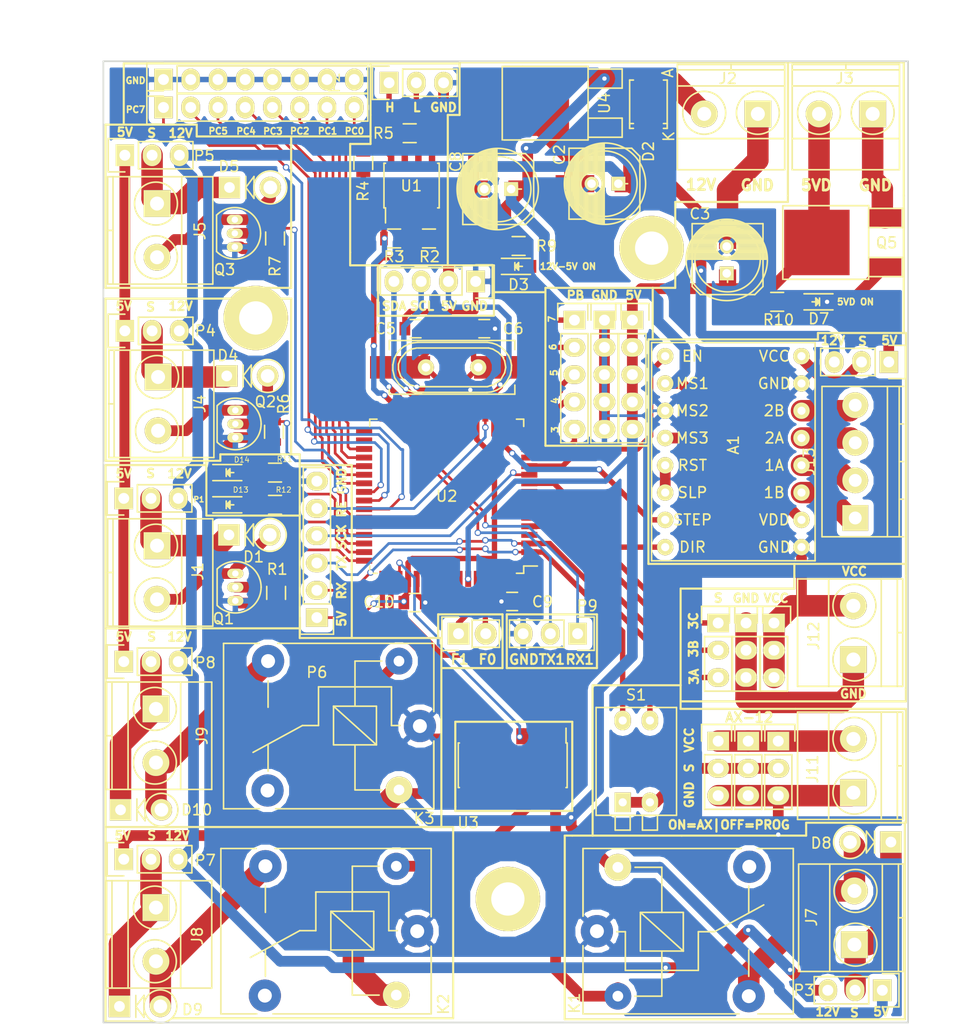
<source format=kicad_pcb>
(kicad_pcb (version 4) (host pcbnew 4.0.2+dfsg1-stable)
  (layers (0 F.Cu signal) (31 B.Cu signal) (34 B.Paste user) (35 F.Paste user) (36 B.SilkS user) (37 F.SilkS user) (38 B.Mask user) (39 F.Mask user) (44 Edge.Cuts user))
  (net 0 "")
  (net 1 GND)
  (net 2 +12V)
  (net 3 "Net-(D1-Pad2)")
  (net 4 "Net-(D1-Pad1)")
  (net 5 "Net-(D2-Pad2)")
  (net 6 "Net-(D3-Pad2)")
  (net 7 "Net-(P2-Pad1)")
  (net 8 "Net-(P2-Pad2)")
  (net 9 +5V)
  (net 10 RXCAN)
  (net 11 TXCAN)
  (net 12 "Net-(R4-Pad1)")
  (net 13 R1)
  (net 14 R2)
  (net 15 R2_SIG)
  (net 16 R1_SIG)
  (net 17 R3)
  (net 18 R3_SIG)
  (net 19 "Net-(D4-Pad2)")
  (net 20 "Net-(D4-Pad1)")
  (net 21 "Net-(D5-Pad2)")
  (net 22 "Net-(D5-Pad1)")
  (net 23 "Net-(C5-Pad1)")
  (net 24 "Net-(C6-Pad1)")
  (net 25 MINI_M1)
  (net 26 MINI_M2)
  (net 27 MINI_M3)
  (net 28 "Net-(D7-Pad2)")
  (net 29 "Net-(D8-Pad2)")
  (net 30 "Net-(D8-Pad1)")
  (net 31 "Net-(D9-Pad2)")
  (net 32 "Net-(D9-Pad1)")
  (net 33 "Net-(D10-Pad2)")
  (net 34 "Net-(D10-Pad1)")
  (net 35 "Net-(J11-Pad2)")
  (net 36 AX_CONN)
  (net 37 RX0)
  (net 38 PF2)
  (net 39 PF1)
  (net 40 PF0)
  (net 41 TX0)
  (net 42 "Net-(J3-Pad1)")
  (net 43 "Net-(A1-Pad3)")
  (net 44 "Net-(A1-Pad4)")
  (net 45 "Net-(A1-Pad5)")
  (net 46 "Net-(A1-Pad6)")
  (net 47 ENABLE)
  (net 48 "Net-(A1-Pad13)")
  (net 49 STEP)
  (net 50 DIRECTION)
  (net 51 "Net-(D13-Pad2)")
  (net 52 "Net-(D14-Pad2)")
  (net 53 "Net-(A1-Pad8)")
  (net 54 "Net-(J12-Pad1)")
  (net 55 OC3A)
  (net 56 OC3B)
  (net 57 OC3C)
  (net 58 PB3)
  (net 59 PB4)
  (net 60 PB5)
  (net 61 PB6)
  (net 62 PB7)
  (net 63 PC0)
  (net 64 PC1)
  (net 65 PC2)
  (net 66 PC3)
  (net 67 PC4)
  (net 68 PC5)
  (net 69 PC6)
  (net 70 PC7)
  (net 71 SCL)
  (net 72 SDA)
  (net 73 D2)
  (net 74 D1)
  (net 75 RESET)
  (net 76 TX1)
  (net 77 RX1)
  (net 78 SCK)
  (module Capacitors_SMD:c_elec_6.3x4.5 (layer F.Cu) (at 208.2 35.9)
    (fp_text reference C4 hide)
    (fp_text value 100u hide)
    (pad 1 smd rect (at 2.75082 0) (size 3.59918 1.6002) (layers F.Cu F.Paste F.Mask) (net 2 +12V))
    (pad 2 smd rect (at -2.75082 0) (size 3.59918 1.6002) (layers F.Cu F.Paste F.Mask) (net 1 GND))
  )
  (module Relays_ThroughHole:Relay_SANYOU_SRD_Series_Form_C (layer F.Cu) (at 190.75 105.5 180)
    (fp_text reference K2 (at -2.45 -6.8 270) (layer F.SilkS))
    (fp_text value SANYOU_SRD_Form_B hide)
    (pad 2 thru_hole circle (at 1.95 6.05 270) (size 2.5 2.5) (drill 1) (layers *.Cu *.Mask) (net 16 R1_SIG))
    (pad 3 thru_hole circle (at 14.15 6.05 270) (size 3 3) (drill 1.3) (layers *.Cu *.Mask) (net 31 "Net-(D9-Pad2)"))
    (pad 4 thru_hole circle (at 14.2 -6 270) (size 3 3) (drill 1.3) (layers *.Cu *.Mask))
    (pad 5 thru_hole circle (at 1.95 -5.95 270) (size 2.5 2.5) (drill 1) (layers *.Cu *.Mask F.SilkS) (net 38 PF2))
    (pad 1 thru_hole circle (at 0 0 270) (size 3 3) (drill 1.3) (layers *.Cu *.Mask) (net 1 GND))
  )
  (module Terminal_Blocks:TerminalBlock_Pheonix_MKDS1.5-2pol (layer F.Cu) (at 231.5 106.75 90)
    (fp_text reference J7 (at 2.55 -4 90) (layer F.SilkS))
    (fp_text value Screw_Terminal_01x02 hide)
    (pad 1 thru_hole rect (at 0 0 90) (size 2.5 2.5) (drill 1.3) (layers *.Cu *.Mask F.SilkS) (net 30 "Net-(D8-Pad1)"))
    (pad 2 thru_hole circle (at 5 0 90) (size 2.5 2.5) (drill 1.3) (layers *.Cu *.Mask F.SilkS) (net 29 "Net-(D8-Pad2)"))
  )
  (module TO_SOT_Packages_SMD:TO-252-2Lead (layer F.Cu) (at 234.35 41.375 90)
    (fp_text reference Q5 (at -0.025 0.15 180) (layer F.SilkS))
    (fp_text value IRLR024 hide)
    (pad 1 smd rect (at -2.286 0 90) (size 1.651 3.048) (layers F.Cu F.Paste F.Mask) (net 1 GND))
    (pad 2 smd rect (at 0 -6.35 90) (size 6.096 6.096) (layers F.Cu F.Paste F.Mask) (net 38 PF2))
    (pad 3 smd rect (at 2.286 0 90) (size 1.651 3.048) (layers F.Cu F.Paste F.Mask) (net 42 "Net-(J3-Pad1)"))
  )
  (module A4988:A4988 (layer F.Cu) (at 224.025 67.2)
    (fp_text reference A1 (at -3.81 -6.985 90) (layer F.SilkS))
    (fp_text value Pololu_Breakout_A4988 hide)
    (fp_text user DIR (at -7.62 2.54) (layer F.SilkS))
    (fp_text user STEP (at -7.62 0) (layer F.SilkS))
    (fp_text user SLP (at -7.62 -2.54) (layer F.SilkS))
    (fp_text user RST (at -7.62 -5.08) (layer F.SilkS))
    (fp_text user MS3 (at -7.62 -7.62) (layer F.SilkS))
    (fp_text user MS2 (at -7.62 -10.16) (layer F.SilkS))
    (fp_text user MS1 (at -7.62 -12.7) (layer F.SilkS))
    (fp_text user EN (at -7.62 -15.24) (layer F.SilkS))
    (fp_text user VCC (at 0 -15.24) (layer F.SilkS))
    (fp_text user GND (at 0 -12.7) (layer F.SilkS))
    (fp_text user 2B (at 0 -10.16) (layer F.SilkS))
    (fp_text user 2A (at 0 -7.62) (layer F.SilkS))
    (fp_text user 1A (at 0 -5.08) (layer F.SilkS))
    (fp_text user 1B (at 0 -2.54) (layer F.SilkS))
    (fp_text user VDD (at 0 0) (layer F.SilkS))
    (fp_text user GND (at 0 2.54) (layer F.SilkS))
    (pad 1 thru_hole circle (at 2.54 2.54) (size 1.524 1.524) (drill 0.762) (layers *.Cu *.Mask F.SilkS) (net 1 GND))
    (pad 2 thru_hole circle (at 2.54 0) (size 1.524 1.524) (drill 0.762) (layers *.Cu *.Mask F.SilkS) (net 9 +5V))
    (pad 3 thru_hole circle (at 2.54 -2.54) (size 1.524 1.524) (drill 0.762) (layers *.Cu *.Mask F.SilkS) (net 43 "Net-(A1-Pad3)"))
    (pad 4 thru_hole circle (at 2.54 -5.08) (size 1.524 1.524) (drill 0.762) (layers *.Cu *.Mask F.SilkS) (net 44 "Net-(A1-Pad4)"))
    (pad 5 thru_hole circle (at 2.54 -7.62) (size 1.524 1.524) (drill 0.762) (layers *.Cu *.Mask F.SilkS) (net 45 "Net-(A1-Pad5)"))
    (pad 6 thru_hole circle (at 2.54 -10.16) (size 1.524 1.524) (drill 0.762) (layers *.Cu *.Mask F.SilkS) (net 46 "Net-(A1-Pad6)"))
    (pad 7 thru_hole circle (at 2.54 -12.7) (size 1.524 1.524) (drill 0.762) (layers *.Cu *.Mask F.SilkS) (net 1 GND))
    (pad 8 thru_hole circle (at 2.54 -15.24) (size 1.524 1.524) (drill 0.762) (layers *.Cu *.Mask F.SilkS) (net 53 "Net-(A1-Pad8)"))
    (pad 9 thru_hole circle (at -10.16 -15.24) (size 1.524 1.524) (drill 0.762) (layers *.Cu *.Mask F.SilkS) (net 47 ENABLE))
    (pad 10 thru_hole circle (at -10.16 -12.7) (size 1.524 1.524) (drill 0.762) (layers *.Cu *.Mask F.SilkS) (net 9 +5V))
    (pad 11 thru_hole circle (at -10.16 -10.16) (size 1.524 1.524) (drill 0.762) (layers *.Cu *.Mask F.SilkS) (net 1 GND))
    (pad 12 thru_hole circle (at -10.16 -7.62) (size 1.524 1.524) (drill 0.762) (layers *.Cu *.Mask F.SilkS) (net 9 +5V))
    (pad 13 thru_hole circle (at -10.16 -5.08) (size 1.524 1.524) (drill 0.762) (layers *.Cu *.Mask F.SilkS) (net 48 "Net-(A1-Pad13)"))
    (pad 14 thru_hole circle (at -10.16 -2.54) (size 1.524 1.524) (drill 0.762) (layers *.Cu *.Mask F.SilkS) (net 48 "Net-(A1-Pad13)"))
    (pad 15 thru_hole circle (at -10.16 0) (size 1.524 1.524) (drill 0.762) (layers *.Cu *.Mask F.SilkS) (net 49 STEP))
    (pad 16 thru_hole circle (at -10.16 2.54) (size 1.524 1.524) (drill 0.762) (layers *.Cu *.Mask F.SilkS) (net 50 DIRECTION))
  )
  (module Resistors_SMD:R_0805 (layer F.Cu) (at 190.05 31.2 180)
    (fp_text reference R5 (at 2.45 0 180) (layer F.SilkS))
    (fp_text value 120 hide)
    (pad 1 smd rect (at -0.95 0 180) (size 0.7 1.3) (layers F.Cu F.Paste F.Mask) (net 8 "Net-(P2-Pad2)"))
    (pad 2 smd rect (at 0.95 0 180) (size 0.7 1.3) (layers F.Cu F.Paste F.Mask) (net 7 "Net-(P2-Pad1)"))
  )
  (module Capacitors_SMD:c_elec_6.3x4.5 (layer F.Cu) (at 219.675 42.925 270)
    (fp_text reference C3 (at -4.225 2.575 360) (layer F.SilkS))
    (fp_text value 100u hide)
    (pad 1 smd rect (at 2.75082 0 270) (size 3.59918 1.6002) (layers F.Cu F.Paste F.Mask) (net 38 PF2))
    (pad 2 smd rect (at -2.75082 0 270) (size 3.59918 1.6002) (layers F.Cu F.Paste F.Mask) (net 1 GND))
  )
  (module Diodes_ThroughHole:Diode_DO-41_SOD81_Vertical_KathodeUp (layer F.Cu) (at 173.2 68.6)
    (fp_text reference D1 (at 2.3 2.05) (layer F.SilkS))
    (fp_text value D hide)
    (pad 2 thru_hole circle (at 3.81 0 180) (size 1.99898 1.99898) (drill 1.27) (layers *.Cu *.Mask F.SilkS) (net 3 "Net-(D1-Pad2)"))
    (pad 1 thru_hole rect (at 0 0 180) (size 1.99898 1.99898) (drill 1.00076) (layers *.Cu *.Mask F.SilkS) (net 4 "Net-(D1-Pad1)"))
  )
  (module Diodes_SMD:SMA_Standard (layer F.Cu) (at 212.3 28.5 90)
    (fp_text reference D2 (at -4.4 0 90) (layer F.SilkS))
    (fp_text value D)
    (fp_text user K (at -3 1.9 90) (layer F.SilkS))
    (fp_text user A (at 2.9 1.8 90) (layer F.SilkS))
    (pad 1 smd rect (at -1.99898 0 90) (size 2.49936 1.80086) (layers F.Cu F.Paste F.Mask) (net 2 +12V))
    (pad 2 smd rect (at 1.99898 0 90) (size 2.49936 1.80086) (layers F.Cu F.Paste F.Mask) (net 5 "Net-(D2-Pad2)"))
  )
  (module Terminal_Blocks:TerminalBlock_Pheonix_MKDS1.5-2pol (layer F.Cu) (at 166.5 69.6 270)
    (fp_text reference J1 (at 2.4 -3.8 450) (layer F.SilkS))
    (fp_text value Screw_Terminal_01x02 hide)
    (pad 1 thru_hole rect (at 0 0 270) (size 2.5 2.5) (drill 1.3) (layers *.Cu *.Mask F.SilkS) (net 4 "Net-(D1-Pad1)"))
    (pad 2 thru_hole circle (at 5 0 270) (size 2.5 2.5) (drill 1.3) (layers *.Cu *.Mask F.SilkS) (net 3 "Net-(D1-Pad2)"))
  )
  (module Terminal_Blocks:TerminalBlock_Pheonix_MKDS1.5-2pol (layer F.Cu) (at 222.5 29.4 180)
    (fp_text reference J2 (at 2.8 3.3 180) (layer F.SilkS))
    (fp_text value Screw_Terminal_01x02 hide)
    (pad 1 thru_hole rect (at 0 0 180) (size 2.5 2.5) (drill 1.3) (layers *.Cu *.Mask F.SilkS) (net 1 GND))
    (pad 2 thru_hole circle (at 5 0 180) (size 2.5 2.5) (drill 1.3) (layers *.Cu *.Mask F.SilkS) (net 5 "Net-(D2-Pad2)"))
  )
  (module Pin_Headers:Pin_Header_Straight_1x03 (layer F.Cu) (at 163.4 65.2 90)
    (fp_text reference P1 (at -0.1 7 180) (layer F.SilkS) (effects (font (size 0.5 0.5) (thickness 0.125))))
    (fp_text value CONN_01X03 hide)
    (pad 1 thru_hole rect (at 0 0 90) (size 2.032 1.7272) (drill 1.016) (layers *.Cu *.Mask F.SilkS) (net 38 PF2))
    (pad 2 thru_hole oval (at 0 2.54 90) (size 2.032 1.7272) (drill 1.016) (layers *.Cu *.Mask F.SilkS) (net 4 "Net-(D1-Pad1)"))
    (pad 3 thru_hole oval (at 0 5.08 90) (size 2.032 1.7272) (drill 1.016) (layers *.Cu *.Mask F.SilkS) (net 2 +12V))
  )
  (module Pin_Headers:Pin_Header_Straight_1x03 (layer F.Cu) (at 188.125 26.5 90)
    (fp_text reference P2 (at 0 -5.1 90) (layer F.SilkS))
    (fp_text value CAN_Conn hide)
    (pad 1 thru_hole rect (at 0 0 90) (size 2.032 1.7272) (drill 1.016) (layers *.Cu *.Mask F.SilkS) (net 7 "Net-(P2-Pad1)"))
    (pad 2 thru_hole oval (at 0 2.54 90) (size 2.032 1.7272) (drill 1.016) (layers *.Cu *.Mask F.SilkS) (net 8 "Net-(P2-Pad2)"))
    (pad 3 thru_hole oval (at 0 5.08 90) (size 2.032 1.7272) (drill 1.016) (layers *.Cu *.Mask F.SilkS) (net 1 GND))
  )
  (module Resistors_SMD:R_0805 (layer F.Cu) (at 177.6 74 270)
    (fp_text reference R1 (at -2.2 -0.1 360) (layer F.SilkS))
    (fp_text value R hide)
    (pad 1 smd rect (at -0.95 0 270) (size 0.7 1.3) (layers F.Cu F.Paste F.Mask) (net 25 MINI_M1))
    (pad 2 smd rect (at 0.95 0 270) (size 0.7 1.3) (layers F.Cu F.Paste F.Mask) (net 1 GND))
  )
  (module Resistors_SMD:R_0805 (layer F.Cu) (at 191.85 41)
    (fp_text reference R2 (at 0.05 1.7) (layer F.SilkS))
    (fp_text value 1K hide)
    (pad 1 smd rect (at -0.95 0) (size 0.7 1.3) (layers F.Cu F.Paste F.Mask) (net 9 +5V))
    (pad 2 smd rect (at 0.95 0) (size 0.7 1.3) (layers F.Cu F.Paste F.Mask) (net 10 RXCAN))
  )
  (module Resistors_SMD:R_0805 (layer F.Cu) (at 188.6 41 180)
    (fp_text reference R3 (at 0 -1.7 180) (layer F.SilkS))
    (fp_text value 1K hide)
    (pad 1 smd rect (at -0.95 0 180) (size 0.7 1.3) (layers F.Cu F.Paste F.Mask) (net 9 +5V))
    (pad 2 smd rect (at 0.95 0 180) (size 0.7 1.3) (layers F.Cu F.Paste F.Mask) (net 11 TXCAN))
  )
  (module Resistors_SMD:R_0805 (layer F.Cu) (at 185.725 33.975 270)
    (fp_text reference R4 (at 2.625 0.025 270) (layer F.SilkS))
    (fp_text value 10K hide)
    (pad 1 smd rect (at -0.95 0 270) (size 0.7 1.3) (layers F.Cu F.Paste F.Mask) (net 12 "Net-(R4-Pad1)"))
    (pad 2 smd rect (at 0.95 0 270) (size 0.7 1.3) (layers F.Cu F.Paste F.Mask) (net 1 GND))
  )
  (module Housings_SOIC:SOIC-8_3.9x4.9mm_Pitch1.27mm (layer F.Cu) (at 190.225 36.075 90)
    (fp_text reference U1 (at -0.025 -0.025 180) (layer F.SilkS))
    (fp_text value MCP2551-I-SN hide)
    (pad 1 smd rect (at -2.7 -1.905 90) (size 1.55 0.6) (layers F.Cu F.Paste F.Mask) (net 11 TXCAN))
    (pad 2 smd rect (at -2.7 -0.635 90) (size 1.55 0.6) (layers F.Cu F.Paste F.Mask) (net 1 GND))
    (pad 3 smd rect (at -2.7 0.635 90) (size 1.55 0.6) (layers F.Cu F.Paste F.Mask) (net 9 +5V))
    (pad 4 smd rect (at -2.7 1.905 90) (size 1.55 0.6) (layers F.Cu F.Paste F.Mask) (net 10 RXCAN))
    (pad 5 smd rect (at 2.7 1.905 90) (size 1.55 0.6) (layers F.Cu F.Paste F.Mask))
    (pad 6 smd rect (at 2.7 0.635 90) (size 1.55 0.6) (layers F.Cu F.Paste F.Mask) (net 8 "Net-(P2-Pad2)"))
    (pad 7 smd rect (at 2.7 -0.635 90) (size 1.55 0.6) (layers F.Cu F.Paste F.Mask) (net 7 "Net-(P2-Pad1)"))
    (pad 8 smd rect (at 2.7 -1.905 90) (size 1.55 0.6) (layers F.Cu F.Paste F.Mask) (net 12 "Net-(R4-Pad1)"))
  )
  (module TO_SOT_Packages_THT:TO-92_Inline_Narrow_Oval (layer F.Cu) (at 173.8 72.2 270)
    (fp_text reference Q1 (at 4.2 1.1 540) (layer F.SilkS))
    (fp_text value BS170 hide)
    (pad 2 thru_hole oval (at 1.27 0 90) (size 0.89916 1.50114) (drill 0.6) (layers *.Cu *.Mask F.SilkS) (net 25 MINI_M1))
    (pad 3 thru_hole oval (at 2.54 0 90) (size 0.89916 1.50114) (drill 0.6) (layers *.Cu *.Mask F.SilkS) (net 1 GND))
    (pad 1 thru_hole oval (at 0 0 90) (size 0.89916 1.50114) (drill 0.6) (layers *.Cu *.Mask F.SilkS) (net 3 "Net-(D1-Pad2)"))
  )
  (module Housings_QFP:TQFP-64_14x14mm_Pitch0.8mm (layer F.Cu) (at 193.5 65 180)
    (fp_text reference U2 (at 0 0 180) (layer F.SilkS))
    (fp_text value AT90CAN128-16AU hide)
    (pad 1 smd rect (at -7.7 -6 180) (size 1.5 0.55) (layers F.Cu F.Paste F.Mask))
    (pad 2 smd rect (at -7.7 -5.2 180) (size 1.5 0.55) (layers F.Cu F.Paste F.Mask) (net 37 RX0))
    (pad 3 smd rect (at -7.7 -4.4 180) (size 1.5 0.55) (layers F.Cu F.Paste F.Mask) (net 41 TX0))
    (pad 4 smd rect (at -7.7 -3.6 180) (size 1.5 0.55) (layers F.Cu F.Paste F.Mask))
    (pad 5 smd rect (at -7.7 -2.8 180) (size 1.5 0.55) (layers F.Cu F.Paste F.Mask) (net 55 OC3A))
    (pad 6 smd rect (at -7.7 -2 180) (size 1.5 0.55) (layers F.Cu F.Paste F.Mask) (net 56 OC3B))
    (pad 7 smd rect (at -7.7 -1.2 180) (size 1.5 0.55) (layers F.Cu F.Paste F.Mask) (net 57 OC3C))
    (pad 8 smd rect (at -7.7 -0.4 180) (size 1.5 0.55) (layers F.Cu F.Paste F.Mask))
    (pad 9 smd rect (at -7.7 0.4 180) (size 1.5 0.55) (layers F.Cu F.Paste F.Mask))
    (pad 10 smd rect (at -7.7 1.2 180) (size 1.5 0.55) (layers F.Cu F.Paste F.Mask) (net 50 DIRECTION))
    (pad 11 smd rect (at -7.7 2 180) (size 1.5 0.55) (layers F.Cu F.Paste F.Mask) (net 78 SCK))
    (pad 12 smd rect (at -7.7 2.8 180) (size 1.5 0.55) (layers F.Cu F.Paste F.Mask) (net 47 ENABLE))
    (pad 13 smd rect (at -7.7 3.6 180) (size 1.5 0.55) (layers F.Cu F.Paste F.Mask) (net 58 PB3))
    (pad 14 smd rect (at -7.7 4.4 180) (size 1.5 0.55) (layers F.Cu F.Paste F.Mask) (net 59 PB4))
    (pad 15 smd rect (at -7.7 5.2 180) (size 1.5 0.55) (layers F.Cu F.Paste F.Mask) (net 60 PB5))
    (pad 16 smd rect (at -7.7 6 180) (size 1.5 0.55) (layers F.Cu F.Paste F.Mask) (net 61 PB6))
    (pad 17 smd rect (at -6 7.7 270) (size 1.5 0.55) (layers F.Cu F.Paste F.Mask) (net 62 PB7))
    (pad 18 smd rect (at -5.2 7.7 270) (size 1.5 0.55) (layers F.Cu F.Paste F.Mask))
    (pad 19 smd rect (at -4.4 7.7 270) (size 1.5 0.55) (layers F.Cu F.Paste F.Mask) (net 49 STEP))
    (pad 20 smd rect (at -3.6 7.7 270) (size 1.5 0.55) (layers F.Cu F.Paste F.Mask) (net 75 RESET))
    (pad 21 smd rect (at -2.8 7.7 270) (size 1.5 0.55) (layers F.Cu F.Paste F.Mask) (net 9 +5V))
    (pad 22 smd rect (at -2 7.7 270) (size 1.5 0.55) (layers F.Cu F.Paste F.Mask) (net 1 GND))
    (pad 23 smd rect (at -1.2 7.7 270) (size 1.5 0.55) (layers F.Cu F.Paste F.Mask) (net 24 "Net-(C6-Pad1)"))
    (pad 24 smd rect (at -0.4 7.7 270) (size 1.5 0.55) (layers F.Cu F.Paste F.Mask) (net 23 "Net-(C5-Pad1)"))
    (pad 25 smd rect (at 0.4 7.7 270) (size 1.5 0.55) (layers F.Cu F.Paste F.Mask) (net 71 SCL))
    (pad 26 smd rect (at 1.2 7.7 270) (size 1.5 0.55) (layers F.Cu F.Paste F.Mask) (net 72 SDA))
    (pad 27 smd rect (at 2 7.7 270) (size 1.5 0.55) (layers F.Cu F.Paste F.Mask) (net 77 RX1))
    (pad 28 smd rect (at 2.8 7.7 270) (size 1.5 0.55) (layers F.Cu F.Paste F.Mask) (net 76 TX1))
    (pad 29 smd rect (at 3.6 7.7 270) (size 1.5 0.55) (layers F.Cu F.Paste F.Mask))
    (pad 30 smd rect (at 4.4 7.7 270) (size 1.5 0.55) (layers F.Cu F.Paste F.Mask) (net 11 TXCAN))
    (pad 31 smd rect (at 5.2 7.7 270) (size 1.5 0.55) (layers F.Cu F.Paste F.Mask) (net 10 RXCAN))
    (pad 32 smd rect (at 6 7.7 270) (size 1.5 0.55) (layers F.Cu F.Paste F.Mask))
    (pad 33 smd rect (at 7.7 6 180) (size 1.5 0.55) (layers F.Cu F.Paste F.Mask))
    (pad 34 smd rect (at 7.7 5.2 180) (size 1.5 0.55) (layers F.Cu F.Paste F.Mask))
    (pad 35 smd rect (at 7.7 4.4 180) (size 1.5 0.55) (layers F.Cu F.Paste F.Mask) (net 63 PC0))
    (pad 36 smd rect (at 7.7 3.6 180) (size 1.5 0.55) (layers F.Cu F.Paste F.Mask) (net 64 PC1))
    (pad 37 smd rect (at 7.7 2.8 180) (size 1.5 0.55) (layers F.Cu F.Paste F.Mask) (net 65 PC2))
    (pad 38 smd rect (at 7.7 2 180) (size 1.5 0.55) (layers F.Cu F.Paste F.Mask) (net 66 PC3))
    (pad 39 smd rect (at 7.7 1.2 180) (size 1.5 0.55) (layers F.Cu F.Paste F.Mask) (net 67 PC4))
    (pad 40 smd rect (at 7.7 0.4 180) (size 1.5 0.55) (layers F.Cu F.Paste F.Mask) (net 68 PC5))
    (pad 41 smd rect (at 7.7 -0.4 180) (size 1.5 0.55) (layers F.Cu F.Paste F.Mask) (net 69 PC6))
    (pad 42 smd rect (at 7.7 -1.2 180) (size 1.5 0.55) (layers F.Cu F.Paste F.Mask) (net 70 PC7))
    (pad 43 smd rect (at 7.7 -2 180) (size 1.5 0.55) (layers F.Cu F.Paste F.Mask))
    (pad 44 smd rect (at 7.7 -2.8 180) (size 1.5 0.55) (layers F.Cu F.Paste F.Mask) (net 27 MINI_M3))
    (pad 45 smd rect (at 7.7 -3.6 180) (size 1.5 0.55) (layers F.Cu F.Paste F.Mask) (net 26 MINI_M2))
    (pad 46 smd rect (at 7.7 -4.4 180) (size 1.5 0.55) (layers F.Cu F.Paste F.Mask) (net 73 D2))
    (pad 47 smd rect (at 7.7 -5.2 180) (size 1.5 0.55) (layers F.Cu F.Paste F.Mask) (net 74 D1))
    (pad 48 smd rect (at 7.7 -6 180) (size 1.5 0.55) (layers F.Cu F.Paste F.Mask) (net 25 MINI_M1))
    (pad 49 smd rect (at 6 -7.7 270) (size 1.5 0.55) (layers F.Cu F.Paste F.Mask) (net 17 R3))
    (pad 50 smd rect (at 5.2 -7.7 270) (size 1.5 0.55) (layers F.Cu F.Paste F.Mask) (net 14 R2))
    (pad 51 smd rect (at 4.4 -7.7 270) (size 1.5 0.55) (layers F.Cu F.Paste F.Mask) (net 13 R1))
    (pad 52 smd rect (at 3.6 -7.7 270) (size 1.5 0.55) (layers F.Cu F.Paste F.Mask) (net 9 +5V))
    (pad 53 smd rect (at 2.8 -7.7 270) (size 1.5 0.55) (layers F.Cu F.Paste F.Mask) (net 1 GND))
    (pad 54 smd rect (at 2 -7.7 270) (size 1.5 0.55) (layers F.Cu F.Paste F.Mask))
    (pad 55 smd rect (at 1.2 -7.7 270) (size 1.5 0.55) (layers F.Cu F.Paste F.Mask))
    (pad 56 smd rect (at 0.4 -7.7 270) (size 1.5 0.55) (layers F.Cu F.Paste F.Mask))
    (pad 57 smd rect (at -0.4 -7.7 270) (size 1.5 0.55) (layers F.Cu F.Paste F.Mask))
    (pad 58 smd rect (at -1.2 -7.7 270) (size 1.5 0.55) (layers F.Cu F.Paste F.Mask))
    (pad 59 smd rect (at -2 -7.7 270) (size 1.5 0.55) (layers F.Cu F.Paste F.Mask) (net 38 PF2))
    (pad 60 smd rect (at -2.8 -7.7 270) (size 1.5 0.55) (layers F.Cu F.Paste F.Mask) (net 39 PF1))
    (pad 61 smd rect (at -3.6 -7.7 270) (size 1.5 0.55) (layers F.Cu F.Paste F.Mask) (net 40 PF0))
    (pad 62 smd rect (at -4.4 -7.7 270) (size 1.5 0.55) (layers F.Cu F.Paste F.Mask) (net 9 +5V))
    (pad 63 smd rect (at -5.2 -7.7 270) (size 1.5 0.55) (layers F.Cu F.Paste F.Mask) (net 1 GND))
    (pad 64 smd rect (at -6 -7.7 270) (size 1.5 0.55) (layers F.Cu F.Paste F.Mask) (net 9 +5V))
  )
  (module Diodes_ThroughHole:Diode_DO-41_SOD81_Vertical_KathodeUp (layer F.Cu) (at 173 53.8)
    (fp_text reference D4 (at 0.1 -1.9) (layer F.SilkS))
    (fp_text value D hide)
    (pad 2 thru_hole circle (at 3.81 0 180) (size 1.99898 1.99898) (drill 1.27) (layers *.Cu *.Mask F.SilkS) (net 19 "Net-(D4-Pad2)"))
    (pad 1 thru_hole rect (at 0 0 180) (size 1.99898 1.99898) (drill 1.00076) (layers *.Cu *.Mask F.SilkS) (net 20 "Net-(D4-Pad1)"))
  )
  (module Diodes_ThroughHole:Diode_DO-41_SOD81_Vertical_KathodeUp (layer F.Cu) (at 173.25 36.25)
    (fp_text reference D5 (at -0.05 -1.95) (layer F.SilkS))
    (fp_text value D hide)
    (pad 2 thru_hole circle (at 3.81 0 180) (size 1.99898 1.99898) (drill 1.27) (layers *.Cu *.Mask F.SilkS) (net 21 "Net-(D5-Pad2)"))
    (pad 1 thru_hole rect (at 0 0 180) (size 1.99898 1.99898) (drill 1.00076) (layers *.Cu *.Mask F.SilkS) (net 22 "Net-(D5-Pad1)"))
  )
  (module Terminal_Blocks:TerminalBlock_Pheonix_MKDS1.5-2pol (layer F.Cu) (at 166.6 53.9 270)
    (fp_text reference J4 (at 2.5 -3.9 270) (layer F.SilkS))
    (fp_text value Screw_Terminal_01x02 hide)
    (pad 1 thru_hole rect (at 0 0 270) (size 2.5 2.5) (drill 1.3) (layers *.Cu *.Mask F.SilkS) (net 20 "Net-(D4-Pad1)"))
    (pad 2 thru_hole circle (at 5 0 270) (size 2.5 2.5) (drill 1.3) (layers *.Cu *.Mask F.SilkS) (net 19 "Net-(D4-Pad2)"))
  )
  (module Terminal_Blocks:TerminalBlock_Pheonix_MKDS1.5-2pol (layer F.Cu) (at 166.5 37.75 270)
    (fp_text reference J5 (at 2.55 -4 270) (layer F.SilkS))
    (fp_text value Screw_Terminal_01x02 hide)
    (pad 1 thru_hole rect (at 0 0 270) (size 2.5 2.5) (drill 1.3) (layers *.Cu *.Mask F.SilkS) (net 22 "Net-(D5-Pad1)"))
    (pad 2 thru_hole circle (at 5 0 270) (size 2.5 2.5) (drill 1.3) (layers *.Cu *.Mask F.SilkS) (net 21 "Net-(D5-Pad2)"))
  )
  (module Pin_Headers:Pin_Header_Straight_1x03 (layer F.Cu) (at 163.5 49.6 90)
    (fp_text reference P4 (at 0 7.5 180) (layer F.SilkS))
    (fp_text value CONN_01X03 hide)
    (pad 1 thru_hole rect (at 0 0 90) (size 2.032 1.7272) (drill 1.016) (layers *.Cu *.Mask F.SilkS) (net 38 PF2))
    (pad 2 thru_hole oval (at 0 2.54 90) (size 2.032 1.7272) (drill 1.016) (layers *.Cu *.Mask F.SilkS) (net 20 "Net-(D4-Pad1)"))
    (pad 3 thru_hole oval (at 0 5.08 90) (size 2.032 1.7272) (drill 1.016) (layers *.Cu *.Mask F.SilkS) (net 2 +12V))
  )
  (module Pin_Headers:Pin_Header_Straight_1x03 (layer F.Cu) (at 163.5 33.25 90)
    (fp_text reference P5 (at -0.05 7.4 360) (layer F.SilkS))
    (fp_text value CONN_01X03 hide)
    (pad 1 thru_hole rect (at 0 0 90) (size 2.032 1.7272) (drill 1.016) (layers *.Cu *.Mask F.SilkS) (net 38 PF2))
    (pad 2 thru_hole oval (at 0 2.54 90) (size 2.032 1.7272) (drill 1.016) (layers *.Cu *.Mask F.SilkS) (net 22 "Net-(D5-Pad1)"))
    (pad 3 thru_hole oval (at 0 5.08 90) (size 2.032 1.7272) (drill 1.016) (layers *.Cu *.Mask F.SilkS) (net 2 +12V))
  )
  (module TO_SOT_Packages_THT:TO-92_Inline_Narrow_Oval (layer F.Cu) (at 173.8 57 270)
    (fp_text reference Q2 (at -0.8 -2.8 540) (layer F.SilkS))
    (fp_text value BS170 hide)
    (pad 2 thru_hole oval (at 1.27 0 90) (size 0.89916 1.50114) (drill 0.6) (layers *.Cu *.Mask F.SilkS) (net 26 MINI_M2))
    (pad 3 thru_hole oval (at 2.54 0 90) (size 0.89916 1.50114) (drill 0.6) (layers *.Cu *.Mask F.SilkS) (net 1 GND))
    (pad 1 thru_hole oval (at 0 0 90) (size 0.89916 1.50114) (drill 0.6) (layers *.Cu *.Mask F.SilkS) (net 19 "Net-(D4-Pad2)"))
  )
  (module TO_SOT_Packages_THT:TO-92_Inline_Narrow_Oval (layer F.Cu) (at 173.75 39.25 270)
    (fp_text reference Q3 (at 4.65 0.95 360) (layer F.SilkS))
    (fp_text value BS170 hide)
    (pad 2 thru_hole oval (at 1.27 0 90) (size 0.89916 1.50114) (drill 0.6) (layers *.Cu *.Mask F.SilkS) (net 27 MINI_M3))
    (pad 3 thru_hole oval (at 2.54 0 90) (size 0.89916 1.50114) (drill 0.6) (layers *.Cu *.Mask F.SilkS) (net 1 GND))
    (pad 1 thru_hole oval (at 0 0 90) (size 0.89916 1.50114) (drill 0.6) (layers *.Cu *.Mask F.SilkS) (net 21 "Net-(D5-Pad2)"))
  )
  (module Resistors_SMD:R_0805 (layer F.Cu) (at 177.4 59 270)
    (fp_text reference R6 (at -2.6 -0.9 450) (layer F.SilkS))
    (fp_text value R hide)
    (pad 1 smd rect (at -0.95 0 270) (size 0.7 1.3) (layers F.Cu F.Paste F.Mask) (net 26 MINI_M2))
    (pad 2 smd rect (at 0.95 0 270) (size 0.7 1.3) (layers F.Cu F.Paste F.Mask) (net 1 GND))
  )
  (module Resistors_SMD:R_0805 (layer F.Cu) (at 177.5 41 270)
    (fp_text reference R7 (at 2.6 0 270) (layer F.SilkS))
    (fp_text value R hide)
    (pad 1 smd rect (at -0.95 0 270) (size 0.7 1.3) (layers F.Cu F.Paste F.Mask) (net 27 MINI_M3))
    (pad 2 smd rect (at 0.95 0 270) (size 0.7 1.3) (layers F.Cu F.Paste F.Mask) (net 1 GND))
  )
  (module Capacitors_SMD:C_0805 (layer F.Cu) (at 190.6 49.4 180)
    (fp_text reference C5 (at 2.8 0 180) (layer F.SilkS))
    (fp_text value C hide)
    (pad 1 smd rect (at -1 0 180) (size 1 1.25) (layers F.Cu F.Paste F.Mask) (net 23 "Net-(C5-Pad1)"))
    (pad 2 smd rect (at 1 0 180) (size 1 1.25) (layers F.Cu F.Paste F.Mask) (net 1 GND))
  )
  (module Capacitors_SMD:C_0805 (layer F.Cu) (at 197 49.4)
    (fp_text reference C6 (at 2.7 0) (layer F.SilkS))
    (fp_text value C hide)
    (pad 1 smd rect (at -1 0) (size 1 1.25) (layers F.Cu F.Paste F.Mask) (net 24 "Net-(C6-Pad1)"))
    (pad 2 smd rect (at 1 0) (size 1 1.25) (layers F.Cu F.Paste F.Mask) (net 1 GND))
  )
  (module Capacitors_SMD:c_elec_6.3x4.5 (layer F.Cu) (at 198.3 36.4)
    (fp_text reference C8 (at -3.95 -2.55 90) (layer F.SilkS))
    (fp_text value 100u hide)
    (pad 1 smd rect (at 2.75082 0) (size 3.59918 1.6002) (layers F.Cu F.Paste F.Mask) (net 9 +5V))
    (pad 2 smd rect (at -2.75082 0) (size 3.59918 1.6002) (layers F.Cu F.Paste F.Mask) (net 1 GND))
  )
  (module Crystals:Crystal_HC49-SD_SMD (layer F.Cu) (at 194 53)
    (fp_text reference Y1 hide)
    (fp_text value Crystal hide)
    (pad 1 smd rect (at -4.84886 0) (size 5.6007 2.10058) (layers F.Cu F.Paste F.Mask) (net 23 "Net-(C5-Pad1)"))
    (pad 2 smd rect (at 4.84886 0) (size 5.6007 2.10058) (layers F.Cu F.Paste F.Mask) (net 24 "Net-(C6-Pad1)"))
  )
  (module Crystals:Crystal_HC49-U_Vertical (layer F.Cu) (at 194 53)
    (fp_text reference Y2 hide)
    (fp_text value Crystal hide)
    (pad 1 thru_hole circle (at -2.44094 0) (size 1.50114 1.50114) (drill 0.8001) (layers *.Cu *.Mask F.SilkS) (net 23 "Net-(C5-Pad1)"))
    (pad 2 thru_hole circle (at 2.44094 0) (size 1.50114 1.50114) (drill 0.8001) (layers *.Cu *.Mask F.SilkS) (net 24 "Net-(C6-Pad1)"))
  )
  (module LEDs:LED_0805 (layer F.Cu) (at 200.2 43.6)
    (fp_text reference D3 (at 0 1.7) (layer F.SilkS))
    (fp_text value LED hide)
    (pad 2 smd rect (at 1.04902 0 180) (size 1.19888 1.19888) (layers F.Cu F.Paste F.Mask) (net 6 "Net-(D3-Pad2)"))
    (pad 1 smd rect (at -1.04902 0 180) (size 1.19888 1.19888) (layers F.Cu F.Paste F.Mask) (net 1 GND))
  )
  (module LEDs:LED_0805 (layer F.Cu) (at 227.9 46.9 180)
    (fp_text reference D7 (at -0.275 -1.575 180) (layer F.SilkS))
    (fp_text value LED hide)
    (pad 2 smd rect (at 1.04902 0) (size 1.19888 1.19888) (layers F.Cu F.Paste F.Mask) (net 28 "Net-(D7-Pad2)"))
    (pad 1 smd rect (at -1.04902 0) (size 1.19888 1.19888) (layers F.Cu F.Paste F.Mask) (net 1 GND))
  )
  (module Resistors_SMD:R_0805 (layer F.Cu) (at 200.2 41.7)
    (fp_text reference R9 (at 2.6 0) (layer F.SilkS))
    (fp_text value 330 hide)
    (pad 1 smd rect (at -0.95 0) (size 0.7 1.3) (layers F.Cu F.Paste F.Mask) (net 9 +5V))
    (pad 2 smd rect (at 0.95 0) (size 0.7 1.3) (layers F.Cu F.Paste F.Mask) (net 6 "Net-(D3-Pad2)"))
  )
  (module Resistors_SMD:R_0805 (layer F.Cu) (at 224.3 46.9)
    (fp_text reference R10 (at 0.125 1.675) (layer F.SilkS))
    (fp_text value 330 hide)
    (pad 1 smd rect (at -0.95 0) (size 0.7 1.3) (layers F.Cu F.Paste F.Mask) (net 38 PF2))
    (pad 2 smd rect (at 0.95 0) (size 0.7 1.3) (layers F.Cu F.Paste F.Mask) (net 28 "Net-(D7-Pad2)"))
  )
  (module Diodes_ThroughHole:Diode_DO-41_SOD81_Vertical_KathodeUp (layer F.Cu) (at 234.9 97.2 180)
    (fp_text reference D8 (at 6.5 -0.1 180) (layer F.SilkS))
    (fp_text value D hide)
    (pad 2 thru_hole circle (at 3.81 0) (size 1.99898 1.99898) (drill 1.27) (layers *.Cu *.Mask F.SilkS) (net 29 "Net-(D8-Pad2)"))
    (pad 1 thru_hole rect (at 0 0) (size 1.99898 1.99898) (drill 1.00076) (layers *.Cu *.Mask F.SilkS) (net 30 "Net-(D8-Pad1)"))
  )
  (module Relays_ThroughHole:Relay_SANYOU_SRD_Series_Form_C (layer F.Cu) (at 207.5 105.5)
    (fp_text reference K1 (at -2.1 6.7 90) (layer F.SilkS))
    (fp_text value SANYOU_SRD_Form_B hide)
    (pad 2 thru_hole circle (at 1.95 6.05 90) (size 2.5 2.5) (drill 1) (layers *.Cu *.Mask) (net 15 R2_SIG))
    (pad 3 thru_hole circle (at 14.15 6.05 90) (size 3 3) (drill 1.3) (layers *.Cu *.Mask) (net 29 "Net-(D8-Pad2)"))
    (pad 4 thru_hole circle (at 14.2 -6 90) (size 3 3) (drill 1.3) (layers *.Cu *.Mask))
    (pad 5 thru_hole circle (at 1.95 -5.95 90) (size 2.5 2.5) (drill 1) (layers *.Cu *.Mask F.SilkS) (net 38 PF2))
    (pad 1 thru_hole circle (at 0 0 90) (size 3 3) (drill 1.3) (layers *.Cu *.Mask) (net 1 GND))
  )
  (module Pin_Headers:Pin_Header_Straight_1x03 (layer F.Cu) (at 234.1 111 270)
    (fp_text reference P3 (at 0 7.3 360) (layer F.SilkS))
    (fp_text value CONN_01X03 hide)
    (pad 1 thru_hole rect (at 0 0 270) (size 2.032 1.7272) (drill 1.016) (layers *.Cu *.Mask F.SilkS) (net 38 PF2))
    (pad 2 thru_hole oval (at 0 2.54 270) (size 2.032 1.7272) (drill 1.016) (layers *.Cu *.Mask F.SilkS) (net 30 "Net-(D8-Pad1)"))
    (pad 3 thru_hole oval (at 0 5.08 270) (size 2.032 1.7272) (drill 1.016) (layers *.Cu *.Mask F.SilkS) (net 2 +12V))
  )
  (module Diodes_ThroughHole:Diode_DO-41_SOD81_Vertical_KathodeUp (layer F.Cu) (at 163 112.5)
    (fp_text reference D9 (at 6.8 0.3) (layer F.SilkS))
    (fp_text value D hide)
    (pad 2 thru_hole circle (at 3.81 0 180) (size 1.99898 1.99898) (drill 1.27) (layers *.Cu *.Mask F.SilkS) (net 31 "Net-(D9-Pad2)"))
    (pad 1 thru_hole rect (at 0 0 180) (size 1.99898 1.99898) (drill 1.00076) (layers *.Cu *.Mask F.SilkS) (net 32 "Net-(D9-Pad1)"))
  )
  (module Diodes_ThroughHole:Diode_DO-41_SOD81_Vertical_KathodeUp (layer F.Cu) (at 163.1 94.2)
    (fp_text reference D10 (at 7.1 0) (layer F.SilkS))
    (fp_text value D hide)
    (pad 2 thru_hole circle (at 3.81 0 180) (size 1.99898 1.99898) (drill 1.27) (layers *.Cu *.Mask F.SilkS) (net 33 "Net-(D10-Pad2)"))
    (pad 1 thru_hole rect (at 0 0 180) (size 1.99898 1.99898) (drill 1.00076) (layers *.Cu *.Mask F.SilkS) (net 34 "Net-(D10-Pad1)"))
  )
  (module Terminal_Blocks:TerminalBlock_Pheonix_MKDS1.5-2pol (layer F.Cu) (at 166.4 103.3 270)
    (fp_text reference J8 (at 2.65 -3.85 270) (layer F.SilkS))
    (fp_text value Screw_Terminal_01x02 hide)
    (pad 1 thru_hole rect (at 0 0 270) (size 2.5 2.5) (drill 1.3) (layers *.Cu *.Mask F.SilkS) (net 32 "Net-(D9-Pad1)"))
    (pad 2 thru_hole circle (at 5 0 270) (size 2.5 2.5) (drill 1.3) (layers *.Cu *.Mask F.SilkS) (net 31 "Net-(D9-Pad2)"))
  )
  (module Terminal_Blocks:TerminalBlock_Pheonix_MKDS1.5-2pol (layer F.Cu) (at 166.4 84.8 270)
    (fp_text reference J9 (at 2.5 -4.3 270) (layer F.SilkS))
    (fp_text value Screw_Terminal_01x02 hide)
    (pad 1 thru_hole rect (at 0 0 270) (size 2.5 2.5) (drill 1.3) (layers *.Cu *.Mask F.SilkS) (net 34 "Net-(D10-Pad1)"))
    (pad 2 thru_hole circle (at 5 0 270) (size 2.5 2.5) (drill 1.3) (layers *.Cu *.Mask F.SilkS) (net 33 "Net-(D10-Pad2)"))
  )
  (module Relays_ThroughHole:Relay_SANYOU_SRD_Series_Form_C (layer F.Cu) (at 191 86.4 180)
    (fp_text reference K3 (at -0.4 -8.6 360) (layer F.SilkS))
    (fp_text value SANYOU_SRD_Form_B hide)
    (pad 2 thru_hole circle (at 1.95 6.05 270) (size 2.5 2.5) (drill 1) (layers *.Cu *.Mask) (net 18 R3_SIG))
    (pad 3 thru_hole circle (at 14.15 6.05 270) (size 3 3) (drill 1.3) (layers *.Cu *.Mask) (net 33 "Net-(D10-Pad2)"))
    (pad 4 thru_hole circle (at 14.2 -6 270) (size 3 3) (drill 1.3) (layers *.Cu *.Mask))
    (pad 5 thru_hole circle (at 1.95 -5.95 270) (size 2.5 2.5) (drill 1) (layers *.Cu *.Mask F.SilkS) (net 38 PF2))
    (pad 1 thru_hole circle (at 0 0 270) (size 3 3) (drill 1.3) (layers *.Cu *.Mask) (net 1 GND))
  )
  (module Pin_Headers:Pin_Header_Straight_1x03 (layer F.Cu) (at 163.4 98.8 90)
    (fp_text reference P7 (at -0.1 7.6 360) (layer F.SilkS))
    (fp_text value CONN_01X03 hide)
    (pad 1 thru_hole rect (at 0 0 90) (size 2.032 1.7272) (drill 1.016) (layers *.Cu *.Mask F.SilkS) (net 38 PF2))
    (pad 2 thru_hole oval (at 0 2.54 90) (size 2.032 1.7272) (drill 1.016) (layers *.Cu *.Mask F.SilkS) (net 32 "Net-(D9-Pad1)"))
    (pad 3 thru_hole oval (at 0 5.08 90) (size 2.032 1.7272) (drill 1.016) (layers *.Cu *.Mask F.SilkS) (net 2 +12V))
  )
  (module Pin_Headers:Pin_Header_Straight_1x03 (layer F.Cu) (at 163.4 80.4 90)
    (fp_text reference P8 (at -0.1 7.6 180) (layer F.SilkS))
    (fp_text value CONN_01X03 hide)
    (pad 1 thru_hole rect (at 0 0 90) (size 2.032 1.7272) (drill 1.016) (layers *.Cu *.Mask F.SilkS) (net 38 PF2))
    (pad 2 thru_hole oval (at 0 2.54 90) (size 2.032 1.7272) (drill 1.016) (layers *.Cu *.Mask F.SilkS) (net 34 "Net-(D10-Pad1)"))
    (pad 3 thru_hole oval (at 0 5.08 90) (size 2.032 1.7272) (drill 1.016) (layers *.Cu *.Mask F.SilkS) (net 2 +12V))
  )
  (module Terminal_Blocks:TerminalBlock_Pheonix_MKDS1.5-2pol (layer F.Cu) (at 231.4 92.6 90)
    (fp_text reference J11 (at 2.2 -3.8 90) (layer F.SilkS))
    (fp_text value Screw_Terminal_01x02 hide)
    (pad 1 thru_hole rect (at 0 0 90) (size 2.5 2.5) (drill 1.3) (layers *.Cu *.Mask F.SilkS) (net 1 GND))
    (pad 2 thru_hole circle (at 5 0 90) (size 2.5 2.5) (drill 1.3) (layers *.Cu *.Mask F.SilkS) (net 35 "Net-(J11-Pad2)"))
  )
  (module Buttons_Switches_ThroughHole:SW_DIP_x2_Piano (layer F.Cu) (at 209.9 93.5)
    (fp_text reference S1 (at 1.25 -10) (layer F.SilkS))
    (fp_text value SW_DIP_x2 hide)
    (pad 1 thru_hole rect (at 0 0) (size 1.524 1.824) (drill 0.762) (layers *.Cu *.Mask F.SilkS) (net 36 AX_CONN))
    (pad 4 thru_hole oval (at 0 -7.62) (size 1.524 1.824) (drill 0.762) (layers *.Cu *.Mask F.SilkS) (net 37 RX0))
    (pad 2 thru_hole oval (at 2.54 0) (size 1.524 1.824) (drill 0.762) (layers *.Cu *.Mask F.SilkS) (net 36 AX_CONN))
    (pad 3 thru_hole oval (at 2.54 -7.62) (size 1.524 1.824) (drill 0.762) (layers *.Cu *.Mask F.SilkS) (net 41 TX0))
  )
  (module Pin_Headers:Pin_Header_Straight_1x03 (layer F.Cu) (at 218.8 87.8)
    (fp_text reference P10 hide)
    (fp_text value CONN_01X03 hide)
    (pad 1 thru_hole rect (at 0 0) (size 2.032 1.7272) (drill 1.016) (layers *.Cu *.Mask F.SilkS) (net 35 "Net-(J11-Pad2)"))
    (pad 2 thru_hole oval (at 0 2.54) (size 2.032 1.7272) (drill 1.016) (layers *.Cu *.Mask F.SilkS) (net 36 AX_CONN))
    (pad 3 thru_hole oval (at 0 5.08) (size 2.032 1.7272) (drill 1.016) (layers *.Cu *.Mask F.SilkS) (net 1 GND))
  )
  (module Pin_Headers:Pin_Header_Straight_1x03 (layer F.Cu) (at 224.4 87.8)
    (fp_text reference P11 hide)
    (fp_text value CONN_01X03 hide)
    (pad 1 thru_hole rect (at 0 0) (size 2.032 1.7272) (drill 1.016) (layers *.Cu *.Mask F.SilkS) (net 35 "Net-(J11-Pad2)"))
    (pad 2 thru_hole oval (at 0 2.54) (size 2.032 1.7272) (drill 1.016) (layers *.Cu *.Mask F.SilkS) (net 36 AX_CONN))
    (pad 3 thru_hole oval (at 0 5.08) (size 2.032 1.7272) (drill 1.016) (layers *.Cu *.Mask F.SilkS) (net 1 GND))
  )
  (module Pin_Headers:Pin_Header_Straight_1x03 (layer F.Cu) (at 221.6 87.8)
    (fp_text reference P12 hide)
    (fp_text value CONN_01X03 hide)
    (pad 1 thru_hole rect (at 0 0) (size 2.032 1.7272) (drill 1.016) (layers *.Cu *.Mask F.SilkS) (net 35 "Net-(J11-Pad2)"))
    (pad 2 thru_hole oval (at 0 2.54) (size 2.032 1.7272) (drill 1.016) (layers *.Cu *.Mask F.SilkS) (net 36 AX_CONN))
    (pad 3 thru_hole oval (at 0 5.08) (size 2.032 1.7272) (drill 1.016) (layers *.Cu *.Mask F.SilkS) (net 1 GND))
  )
  (module Terminal_Blocks:TerminalBlock_Pheonix_MKDS1.5-2pol (layer F.Cu) (at 233.2 29.4 180)
    (fp_text reference J3 (at 2.6 3.3 180) (layer F.SilkS))
    (fp_text value Screw_Terminal_01x02 hide)
    (pad 1 thru_hole rect (at 0 0 180) (size 2.5 2.5) (drill 1.3) (layers *.Cu *.Mask F.SilkS) (net 42 "Net-(J3-Pad1)"))
    (pad 2 thru_hole circle (at 5 0 180) (size 2.5 2.5) (drill 1.3) (layers *.Cu *.Mask F.SilkS) (net 38 PF2))
  )
  (module TO_SOT_Packages_SMD:TO-252-2Lead (layer F.Cu) (at 208.2 28.4 90)
    (fp_text reference U4 (at 0 0 90) (layer F.SilkS))
    (fp_text value L7805 hide)
    (pad 1 smd rect (at -2.286 0 90) (size 1.651 3.048) (layers F.Cu F.Paste F.Mask) (net 2 +12V))
    (pad 2 smd rect (at 0 -6.35 90) (size 6.096 6.096) (layers F.Cu F.Paste F.Mask) (net 1 GND))
    (pad 3 smd rect (at 2.286 0 90) (size 1.651 3.048) (layers F.Cu F.Paste F.Mask) (net 9 +5V))
  )
  (module Capacitors_ThroughHole:C_Radial_D7.5_L11.2_P2.5 (layer F.Cu) (at 219.6 44.25 90)
    (fp_text reference C1 hide)
    (fp_text value 100u hide)
    (pad 2 thru_hole circle (at 2.5 0 90) (size 1.3 1.3) (drill 0.8) (layers *.Cu *.Mask F.SilkS) (net 1 GND))
    (pad 1 thru_hole rect (at 0 0 90) (size 1.3 1.3) (drill 0.8) (layers *.Cu *.Mask F.SilkS) (net 38 PF2))
  )
  (module Capacitors_ThroughHole:C_Radial_D7.5_L11.2_P2.5 (layer F.Cu) (at 209.5 35.9 180)
    (fp_text reference C2 (at 5.5 2.7 270) (layer F.SilkS))
    (fp_text value 100u hide)
    (pad 2 thru_hole circle (at 2.5 0 180) (size 1.3 1.3) (drill 0.8) (layers *.Cu *.Mask F.SilkS) (net 1 GND))
    (pad 1 thru_hole rect (at 0 0 180) (size 1.3 1.3) (drill 0.8) (layers *.Cu *.Mask F.SilkS) (net 2 +12V))
  )
  (module Capacitors_ThroughHole:C_Radial_D7.5_L11.2_P2.5 (layer F.Cu) (at 199.5 36.4 180)
    (fp_text reference C7 hide)
    (fp_text value 100u hide)
    (pad 2 thru_hole circle (at 2.5 0 180) (size 1.3 1.3) (drill 0.8) (layers *.Cu *.Mask F.SilkS) (net 1 GND))
    (pad 1 thru_hole rect (at 0 0 180) (size 1.3 1.3) (drill 0.8) (layers *.Cu *.Mask F.SilkS) (net 9 +5V))
  )
  (module LEDs:LED_0805 (layer F.Cu) (at 173.3 65.8)
    (fp_text reference D13 (at 1 -1.4) (layer F.SilkS) (effects (font (size 0.5 0.5) (thickness 0.075))))
    (fp_text value LED hide)
    (pad 2 smd rect (at 1.04902 0 180) (size 1.19888 1.19888) (layers F.Cu F.Paste F.Mask) (net 51 "Net-(D13-Pad2)"))
    (pad 1 smd rect (at -1.04902 0 180) (size 1.19888 1.19888) (layers F.Cu F.Paste F.Mask) (net 1 GND))
  )
  (module LEDs:LED_0805 (layer F.Cu) (at 173.3 62.8)
    (fp_text reference D14 (at 1.1 -1.2) (layer F.SilkS) (effects (font (size 0.5 0.5) (thickness 0.075))))
    (fp_text value LED hide)
    (pad 2 smd rect (at 1.04902 0 180) (size 1.19888 1.19888) (layers F.Cu F.Paste F.Mask) (net 52 "Net-(D14-Pad2)"))
    (pad 1 smd rect (at -1.04902 0 180) (size 1.19888 1.19888) (layers F.Cu F.Paste F.Mask) (net 1 GND))
  )
  (module Terminal_Blocks:TerminalBlock_Pheonix_PT-3.5mm_4pol (layer F.Cu) (at 231.575 67.025 90)
    (fp_text reference J13 (at 5.25 -4.3 90) (layer F.SilkS))
    (fp_text value Screw_Terminal_01x04 hide)
    (pad 3 thru_hole circle (at 7 0 90) (size 2.4 2.4) (drill 1.2) (layers *.Cu *.Mask F.SilkS) (net 45 "Net-(A1-Pad5)"))
    (pad 4 thru_hole circle (at 10.5 0 90) (size 2.4 2.4) (drill 1.2) (layers *.Cu *.Mask F.SilkS) (net 46 "Net-(A1-Pad6)"))
    (pad 2 thru_hole circle (at 3.5 0 90) (size 2.4 2.4) (drill 1.2) (layers *.Cu *.Mask F.SilkS) (net 44 "Net-(A1-Pad4)"))
    (pad 1 thru_hole rect (at 0 0 90) (size 2.4 2.4) (drill 1.2) (layers *.Cu *.Mask F.SilkS) (net 43 "Net-(A1-Pad3)"))
  )
  (module Resistors_SMD:R_0805 (layer F.Cu) (at 177.5 62.8)
    (fp_text reference R11 (at 0.9 -1.25) (layer F.SilkS) (effects (font (size 0.5 0.5) (thickness 0.075))))
    (fp_text value 330 hide)
    (pad 1 smd rect (at -0.95 0) (size 0.7 1.3) (layers F.Cu F.Paste F.Mask) (net 52 "Net-(D14-Pad2)"))
    (pad 2 smd rect (at 0.95 0) (size 0.7 1.3) (layers F.Cu F.Paste F.Mask) (net 73 D2))
  )
  (module Resistors_SMD:R_0805 (layer F.Cu) (at 177.5 65.8)
    (fp_text reference R12 (at 0.8 -1.4) (layer F.SilkS) (effects (font (size 0.5 0.5) (thickness 0.075))))
    (fp_text value 330 hide)
    (pad 1 smd rect (at -0.95 0) (size 0.7 1.3) (layers F.Cu F.Paste F.Mask) (net 51 "Net-(D13-Pad2)"))
    (pad 2 smd rect (at 0.95 0) (size 0.7 1.3) (layers F.Cu F.Paste F.Mask) (net 74 D1))
  )
  (module Pin_Headers:Pin_Header_Straight_1x02 (layer F.Cu) (at 194.6 77.8 90)
    (fp_text reference P13 hide)
    (fp_text value CONN_01X02 hide)
    (pad 1 thru_hole rect (at 0 0 90) (size 2.032 2.032) (drill 1.016) (layers *.Cu *.Mask F.SilkS) (net 39 PF1))
    (pad 2 thru_hole oval (at 0 2.54 90) (size 2.032 2.032) (drill 1.016) (layers *.Cu *.Mask F.SilkS) (net 40 PF0))
  )
  (module Pin_Headers:Pin_Header_Straight_1x03 (layer F.Cu) (at 234.7 52.5 270)
    (fp_text reference P21 hide)
    (fp_text value STEPPER_VCC hide)
    (pad 1 thru_hole rect (at 0 0 270) (size 2.032 1.7272) (drill 1.016) (layers *.Cu *.Mask F.SilkS) (net 38 PF2))
    (pad 2 thru_hole oval (at 0 2.54 270) (size 2.032 1.7272) (drill 1.016) (layers *.Cu *.Mask F.SilkS) (net 53 "Net-(A1-Pad8)"))
    (pad 3 thru_hole oval (at 0 5.08 270) (size 2.032 1.7272) (drill 1.016) (layers *.Cu *.Mask F.SilkS) (net 2 +12V))
  )
  (module Terminal_Blocks:TerminalBlock_Pheonix_MKDS1.5-2pol (layer F.Cu) (at 231.4 80.2 90)
    (fp_text reference J12 (at 2.2 -3.7 90) (layer F.SilkS))
    (fp_text value Screw_Terminal_01x02 hide)
    (pad 1 thru_hole rect (at 0 0 90) (size 2.5 2.5) (drill 1.3) (layers *.Cu *.Mask F.SilkS) (net 54 "Net-(J12-Pad1)"))
    (pad 2 thru_hole circle (at 5 0 90) (size 2.5 2.5) (drill 1.3) (layers *.Cu *.Mask F.SilkS) (net 1 GND))
  )
  (module Pin_Headers:Pin_Header_Straight_1x03 (layer F.Cu) (at 221.4 76.8)
    (fp_text reference P14 hide)
    (fp_text value SERVO_+ hide)
    (pad 1 thru_hole rect (at 0 0) (size 2.032 1.7272) (drill 1.016) (layers *.Cu *.Mask F.SilkS) (net 54 "Net-(J12-Pad1)"))
    (pad 2 thru_hole oval (at 0 2.54) (size 2.032 1.7272) (drill 1.016) (layers *.Cu *.Mask F.SilkS) (net 54 "Net-(J12-Pad1)"))
    (pad 3 thru_hole oval (at 0 5.08) (size 2.032 1.7272) (drill 1.016) (layers *.Cu *.Mask F.SilkS) (net 54 "Net-(J12-Pad1)"))
  )
  (module Pin_Headers:Pin_Header_Straight_1x03 (layer F.Cu) (at 224 76.8)
    (fp_text reference P15 hide)
    (fp_text value SERVO_- hide)
    (pad 1 thru_hole rect (at 0 0) (size 2.032 1.7272) (drill 1.016) (layers *.Cu *.Mask F.SilkS) (net 1 GND))
    (pad 2 thru_hole oval (at 0 2.54) (size 2.032 1.7272) (drill 1.016) (layers *.Cu *.Mask F.SilkS) (net 1 GND))
    (pad 3 thru_hole oval (at 0 5.08) (size 2.032 1.7272) (drill 1.016) (layers *.Cu *.Mask F.SilkS) (net 1 GND))
  )
  (module Pin_Headers:Pin_Header_Straight_1x03 (layer F.Cu) (at 218.8 76.8)
    (fp_text reference P16 hide)
    (fp_text value CONN_01X03 hide)
    (pad 1 thru_hole rect (at 0 0) (size 2.032 1.7272) (drill 1.016) (layers *.Cu *.Mask F.SilkS) (net 57 OC3C))
    (pad 2 thru_hole oval (at 0 2.54) (size 2.032 1.7272) (drill 1.016) (layers *.Cu *.Mask F.SilkS) (net 56 OC3B))
    (pad 3 thru_hole oval (at 0 5.08) (size 2.032 1.7272) (drill 1.016) (layers *.Cu *.Mask F.SilkS) (net 55 OC3A))
  )
  (module Pin_Headers:Pin_Header_Straight_1x05 (layer F.Cu) (at 205.4 48.6)
    (fp_text reference P17 hide)
    (fp_text value CONN_01X05 hide)
    (pad 1 thru_hole rect (at 0 0) (size 2.032 1.7272) (drill 1.016) (layers *.Cu *.Mask F.SilkS) (net 62 PB7))
    (pad 2 thru_hole oval (at 0 2.54) (size 2.032 1.7272) (drill 1.016) (layers *.Cu *.Mask F.SilkS) (net 61 PB6))
    (pad 3 thru_hole oval (at 0 5.08) (size 2.032 1.7272) (drill 1.016) (layers *.Cu *.Mask F.SilkS) (net 60 PB5))
    (pad 4 thru_hole oval (at 0 7.62) (size 2.032 1.7272) (drill 1.016) (layers *.Cu *.Mask F.SilkS) (net 59 PB4))
    (pad 5 thru_hole oval (at 0 10.16) (size 2.032 1.7272) (drill 1.016) (layers *.Cu *.Mask F.SilkS) (net 58 PB3))
  )
  (module Pin_Headers:Pin_Header_Straight_1x08 (layer F.Cu) (at 167.1 28.8 90)
    (fp_text reference P18 hide)
    (fp_text value CONN_01X08 hide)
    (pad 1 thru_hole rect (at 0 0 90) (size 2.032 1.7272) (drill 1.016) (layers *.Cu *.Mask F.SilkS) (net 70 PC7))
    (pad 2 thru_hole oval (at 0 2.54 90) (size 2.032 1.7272) (drill 1.016) (layers *.Cu *.Mask F.SilkS) (net 69 PC6))
    (pad 3 thru_hole oval (at 0 5.08 90) (size 2.032 1.7272) (drill 1.016) (layers *.Cu *.Mask F.SilkS) (net 68 PC5))
    (pad 4 thru_hole oval (at 0 7.62 90) (size 2.032 1.7272) (drill 1.016) (layers *.Cu *.Mask F.SilkS) (net 67 PC4))
    (pad 5 thru_hole oval (at 0 10.16 90) (size 2.032 1.7272) (drill 1.016) (layers *.Cu *.Mask F.SilkS) (net 66 PC3))
    (pad 6 thru_hole oval (at 0 12.7 90) (size 2.032 1.7272) (drill 1.016) (layers *.Cu *.Mask F.SilkS) (net 65 PC2))
    (pad 7 thru_hole oval (at 0 15.24 90) (size 2.032 1.7272) (drill 1.016) (layers *.Cu *.Mask F.SilkS) (net 64 PC1))
    (pad 8 thru_hole oval (at 0 17.78 90) (size 2.032 1.7272) (drill 1.016) (layers *.Cu *.Mask F.SilkS) (net 63 PC0))
  )
  (module Pin_Headers:Pin_Header_Straight_1x05 (layer F.Cu) (at 208.2 48.6)
    (fp_text reference P19 hide)
    (fp_text value CONN_01X05 hide)
    (pad 1 thru_hole rect (at 0 0) (size 2.032 1.7272) (drill 1.016) (layers *.Cu *.Mask F.SilkS) (net 1 GND))
    (pad 2 thru_hole oval (at 0 2.54) (size 2.032 1.7272) (drill 1.016) (layers *.Cu *.Mask F.SilkS) (net 1 GND))
    (pad 3 thru_hole oval (at 0 5.08) (size 2.032 1.7272) (drill 1.016) (layers *.Cu *.Mask F.SilkS) (net 1 GND))
    (pad 4 thru_hole oval (at 0 7.62) (size 2.032 1.7272) (drill 1.016) (layers *.Cu *.Mask F.SilkS) (net 1 GND))
    (pad 5 thru_hole oval (at 0 10.16) (size 2.032 1.7272) (drill 1.016) (layers *.Cu *.Mask F.SilkS) (net 1 GND))
  )
  (module Pin_Headers:Pin_Header_Straight_1x08 (layer F.Cu) (at 167.1 26.2 90)
    (fp_text reference P20 hide)
    (fp_text value CONN_01X08 hide)
    (pad 1 thru_hole rect (at 0 0 90) (size 2.032 1.7272) (drill 1.016) (layers *.Cu *.Mask F.SilkS) (net 1 GND))
    (pad 2 thru_hole oval (at 0 2.54 90) (size 2.032 1.7272) (drill 1.016) (layers *.Cu *.Mask F.SilkS) (net 1 GND))
    (pad 3 thru_hole oval (at 0 5.08 90) (size 2.032 1.7272) (drill 1.016) (layers *.Cu *.Mask F.SilkS) (net 1 GND))
    (pad 4 thru_hole oval (at 0 7.62 90) (size 2.032 1.7272) (drill 1.016) (layers *.Cu *.Mask F.SilkS) (net 1 GND))
    (pad 5 thru_hole oval (at 0 10.16 90) (size 2.032 1.7272) (drill 1.016) (layers *.Cu *.Mask F.SilkS) (net 1 GND))
    (pad 6 thru_hole oval (at 0 12.7 90) (size 2.032 1.7272) (drill 1.016) (layers *.Cu *.Mask F.SilkS) (net 1 GND))
    (pad 7 thru_hole oval (at 0 15.24 90) (size 2.032 1.7272) (drill 1.016) (layers *.Cu *.Mask F.SilkS) (net 1 GND))
    (pad 8 thru_hole oval (at 0 17.78 90) (size 2.032 1.7272) (drill 1.016) (layers *.Cu *.Mask F.SilkS) (net 1 GND))
  )
  (module Pin_Headers:Pin_Header_Straight_1x05 (layer F.Cu) (at 210.8 48.6)
    (fp_text reference P22 hide)
    (fp_text value CONN_01X05 hide)
    (pad 1 thru_hole rect (at 0 0) (size 2.032 1.7272) (drill 1.016) (layers *.Cu *.Mask F.SilkS) (net 38 PF2))
    (pad 2 thru_hole oval (at 0 2.54) (size 2.032 1.7272) (drill 1.016) (layers *.Cu *.Mask F.SilkS) (net 38 PF2))
    (pad 3 thru_hole oval (at 0 5.08) (size 2.032 1.7272) (drill 1.016) (layers *.Cu *.Mask F.SilkS) (net 38 PF2))
    (pad 4 thru_hole oval (at 0 7.62) (size 2.032 1.7272) (drill 1.016) (layers *.Cu *.Mask F.SilkS) (net 38 PF2))
    (pad 5 thru_hole oval (at 0 10.16) (size 2.032 1.7272) (drill 1.016) (layers *.Cu *.Mask F.SilkS) (net 38 PF2))
  )
  (module Housings_SOIC:SOIC-16_3.9x9.9mm_Pitch1.27mm (layer F.Cu) (at 199.65 90.05 270)
    (fp_text reference U3 (at 5.35 4.15 360) (layer F.SilkS))
    (fp_text value ULN2003 hide)
    (pad 1 smd rect (at -2.7 -4.445 270) (size 1.5 0.6) (layers F.Cu F.Paste F.Mask) (net 14 R2))
    (pad 2 smd rect (at -2.7 -3.175 270) (size 1.5 0.6) (layers F.Cu F.Paste F.Mask) (net 14 R2))
    (pad 3 smd rect (at -2.7 -1.905 270) (size 1.5 0.6) (layers F.Cu F.Paste F.Mask) (net 13 R1))
    (pad 4 smd rect (at -2.7 -0.635 270) (size 1.5 0.6) (layers F.Cu F.Paste F.Mask) (net 13 R1))
    (pad 5 smd rect (at -2.7 0.635 270) (size 1.5 0.6) (layers F.Cu F.Paste F.Mask) (net 17 R3))
    (pad 6 smd rect (at -2.7 1.905 270) (size 1.5 0.6) (layers F.Cu F.Paste F.Mask) (net 17 R3))
    (pad 7 smd rect (at -2.7 3.175 270) (size 1.5 0.6) (layers F.Cu F.Paste F.Mask))
    (pad 8 smd rect (at -2.7 4.445 270) (size 1.5 0.6) (layers F.Cu F.Paste F.Mask) (net 1 GND))
    (pad 9 smd rect (at 2.7 4.445 270) (size 1.5 0.6) (layers F.Cu F.Paste F.Mask) (net 38 PF2))
    (pad 10 smd rect (at 2.7 3.175 270) (size 1.5 0.6) (layers F.Cu F.Paste F.Mask))
    (pad 11 smd rect (at 2.7 1.905 270) (size 1.5 0.6) (layers F.Cu F.Paste F.Mask) (net 18 R3_SIG))
    (pad 12 smd rect (at 2.7 0.635 270) (size 1.5 0.6) (layers F.Cu F.Paste F.Mask) (net 18 R3_SIG))
    (pad 13 smd rect (at 2.7 -0.635 270) (size 1.5 0.6) (layers F.Cu F.Paste F.Mask) (net 16 R1_SIG))
    (pad 14 smd rect (at 2.7 -1.905 270) (size 1.5 0.6) (layers F.Cu F.Paste F.Mask) (net 16 R1_SIG))
    (pad 15 smd rect (at 2.7 -3.175 270) (size 1.5 0.6) (layers F.Cu F.Paste F.Mask) (net 15 R2_SIG))
    (pad 16 smd rect (at 2.7 -4.445 270) (size 1.5 0.6) (layers F.Cu F.Paste F.Mask) (net 15 R2_SIG))
  )
  (module Pin_Headers:Pin_Header_Straight_1x04 (layer F.Cu) (at 196.2 45 270)
    (fp_text reference P23 hide)
    (fp_text value CONN_01X04 hide)
    (pad 1 thru_hole rect (at 0 0 270) (size 2.032 1.7272) (drill 1.016) (layers *.Cu *.Mask F.SilkS) (net 1 GND))
    (pad 2 thru_hole oval (at 0 2.54 270) (size 2.032 1.7272) (drill 1.016) (layers *.Cu *.Mask F.SilkS) (net 9 +5V))
    (pad 3 thru_hole oval (at 0 5.08 270) (size 2.032 1.7272) (drill 1.016) (layers *.Cu *.Mask F.SilkS) (net 71 SCL))
    (pad 4 thru_hole oval (at 0 7.62 270) (size 2.032 1.7272) (drill 1.016) (layers *.Cu *.Mask F.SilkS) (net 72 SDA))
  )
  (module Capacitors_SMD:C_0805 (layer F.Cu) (at 199.6 74.8 180)
    (fp_text reference C9 (at -2.825 -0.025 180) (layer F.SilkS))
    (fp_text value 100n hide)
    (pad 1 smd rect (at -1 0 180) (size 1 1.25) (layers F.Cu F.Paste F.Mask) (net 9 +5V))
    (pad 2 smd rect (at 1 0 180) (size 1 1.25) (layers F.Cu F.Paste F.Mask) (net 1 GND))
  )
  (module Capacitors_SMD:C_0805 (layer F.Cu) (at 190.5 74.9)
    (fp_text reference C10 (at -3.325 -0.05) (layer F.SilkS))
    (fp_text value 100n hide)
    (pad 1 smd rect (at -1 0) (size 1 1.25) (layers F.Cu F.Paste F.Mask) (net 9 +5V))
    (pad 2 smd rect (at 1 0) (size 1 1.25) (layers F.Cu F.Paste F.Mask) (net 1 GND))
  )
  (module Pin_Headers:Pin_Header_Straight_1x06 (layer F.Cu) (at 181.4 76.3 180)
    (fp_text reference P6 (at 0 -5.1 180) (layer F.SilkS))
    (fp_text value CONN_01X06 hide)
    (pad 1 thru_hole rect (at 0 0 180) (size 2.032 1.7272) (drill 1.016) (layers *.Cu *.Mask F.SilkS) (net 9 +5V))
    (pad 2 thru_hole oval (at 0 2.54 180) (size 2.032 1.7272) (drill 1.016) (layers *.Cu *.Mask F.SilkS) (net 37 RX0))
    (pad 3 thru_hole oval (at 0 5.08 180) (size 2.032 1.7272) (drill 1.016) (layers *.Cu *.Mask F.SilkS) (net 41 TX0))
    (pad 4 thru_hole oval (at 0 7.62 180) (size 2.032 1.7272) (drill 1.016) (layers *.Cu *.Mask F.SilkS) (net 78 SCK))
    (pad 5 thru_hole oval (at 0 10.16 180) (size 2.032 1.7272) (drill 1.016) (layers *.Cu *.Mask F.SilkS) (net 75 RESET))
    (pad 6 thru_hole oval (at 0 12.7 180) (size 2.032 1.7272) (drill 1.016) (layers *.Cu *.Mask F.SilkS) (net 1 GND))
  )
  (module Pin_Headers:Pin_Header_Straight_1x03 (layer F.Cu) (at 205.7 77.8 270)
    (fp_text reference P9 (at -2.6 -0.9 360) (layer F.SilkS))
    (fp_text value CONN_01X03 hide)
    (pad 1 thru_hole rect (at 0 0 270) (size 2.032 1.7272) (drill 1.016) (layers *.Cu *.Mask F.SilkS) (net 77 RX1))
    (pad 2 thru_hole oval (at 0 2.54 270) (size 2.032 1.7272) (drill 1.016) (layers *.Cu *.Mask F.SilkS) (net 76 TX1))
    (pad 3 thru_hole oval (at 0 5.08 270) (size 2.032 1.7272) (drill 1.016) (layers *.Cu *.Mask F.SilkS) (net 1 GND))
  )
  (module Connect:1pin (layer F.Cu) (at 175.7 48.4)
    (fp_text reference REF** hide)
    (fp_text value 1pin hide)
    (pad 1 thru_hole circle (at 0 0) (size 6 6) (drill 3.1) (layers *.Cu *.Mask F.SilkS))
  )
  (module Connect:1pin (layer F.Cu) (at 199.2 102.5)
    (fp_text reference REF** hide)
    (fp_text value 1pin hide)
    (pad 1 thru_hole circle (at 0 0) (size 6 6) (drill 3.1) (layers *.Cu *.Mask F.SilkS))
  )
  (module Connect:1pin (layer F.Cu) (at 212.6 41.9)
    (fp_text reference REF** hide)
    (fp_text value 1pin hide)
    (pad 1 thru_hole circle (at 0 0) (size 6 6) (drill 3.1) (layers *.Cu *.Mask F.SilkS))
  )
  (gr_text RX1 (at 205.9 80.2) (layer F.SilkS) (effects (font (size 0.9 0.9) (thickness 0.2))))
  (gr_text TX1 (at 203.3 80.2) (layer F.SilkS) (effects (font (size 0.9 0.9) (thickness 0.2))))
  (gr_text GND (at 200.7 80.2) (layer F.SilkS) (effects (font (size 0.9 0.9) (thickness 0.2))))
  (gr_line (start 207.5 76) (end 207.5 81) (angle 90) (layer F.SilkS) (width 0.2))
  (gr_line (start 199.1 76) (end 207.5 76) (angle 90) (layer F.SilkS) (width 0.2))
  (gr_line (start 199.1 81) (end 207.5 81) (angle 90) (layer F.SilkS) (width 0.2))
  (gr_line (start 199.1 76) (end 199.1 81) (angle 90) (layer F.SilkS) (width 0.2))
  (gr_line (start 236.1 37) (end 236.1 49.8) (angle 90) (layer F.SilkS) (width 0.2))
  (gr_line (start 194.7 24.7) (end 194.7 24.8) (angle 90) (layer F.SilkS) (width 0.2))
  (gr_line (start 194.7 24.6) (end 194.7 24.7) (angle 90) (layer F.SilkS) (width 0.2))
  (gr_line (start 214.7 24.6) (end 194.7 24.6) (angle 90) (layer F.SilkS) (width 0.2))
  (gr_text "5VD ON" (at 231.6 46.9) (layer F.SilkS) (effects (font (size 0.6 0.6))))
  (gr_text "12V-5V ON" (at 204.8 43.6) (layer F.SilkS) (effects (font (size 0.6 0.6))))
  (gr_line (start 214.8 45.6) (end 212.7 45.6) (angle 90) (layer F.SilkS) (width 0.2))
  (gr_line (start 214.8 37.6) (end 214.8 45.6) (angle 90) (layer F.SilkS) (width 0.2))
  (gr_line (start 225.3 37.6) (end 214.8 37.6) (angle 90) (layer F.SilkS) (width 0.2))
  (gr_line (start 225.3 37) (end 225.3 37.6) (angle 90) (layer F.SilkS) (width 0.2))
  (gr_line (start 197.9 46) (end 202.6 46) (angle 90) (layer F.SilkS) (width 0.2))
  (gr_line (start 227 95.4) (end 236.2 95.4) (angle 90) (layer F.SilkS) (width 0.2))
  (gr_text ON=AX|OFF=PROG (at 219.8 95.6) (layer F.SilkS) (effects (font (size 0.8 0.8) (thickness 0.2))))
  (gr_text GND (at 196.1 47.3) (layer F.SilkS) (effects (font (size 0.8 0.8) (thickness 0.2))))
  (gr_text 5V (at 193.7 47.3) (layer F.SilkS) (effects (font (size 0.8 0.8) (thickness 0.2))))
  (gr_text SCL (at 191.2 47.3) (layer F.SilkS) (effects (font (size 0.8 0.8) (thickness 0.2))))
  (gr_text SDA (at 188.6 47.3) (layer F.SilkS) (effects (font (size 0.8 0.8) (thickness 0.2))))
  (gr_line (start 197.9 43.5) (end 193.6 43.5) (angle 90) (layer F.SilkS) (width 0.2))
  (gr_line (start 197.9 48.1) (end 197.9 43.5) (angle 90) (layer F.SilkS) (width 0.2))
  (gr_line (start 187.1 48.2) (end 197.9 48.2) (angle 90) (layer F.SilkS) (width 0.2))
  (gr_line (start 187.1 43.5) (end 187.1 48.2) (angle 90) (layer F.SilkS) (width 0.2))
  (gr_text F0 (at 197.3 80.2) (layer F.SilkS) (effects (font (size 0.9 0.9) (thickness 0.2))))
  (gr_text F1 (at 194.7 80.2) (layer F.SilkS) (effects (font (size 0.9 0.9) (thickness 0.2))))
  (gr_line (start 198.7 81) (end 193.1 81) (angle 90) (layer F.SilkS) (width 0.2))
  (gr_line (start 198.7 76) (end 198.7 81) (angle 90) (layer F.SilkS) (width 0.2))
  (gr_line (start 192.7 76) (end 198.7 76) (angle 90) (layer F.SilkS) (width 0.2))
  (gr_line (start 192.7 78.2) (end 192.7 76) (angle 90) (layer F.SilkS) (width 0.2))
  (gr_text "GND\n" (at 183.7 63.6 90) (layer F.SilkS) (effects (font (size 0.8 0.8) (thickness 0.2))))
  (gr_text RE (at 183.7 66.2 90) (layer F.SilkS) (effects (font (size 0.8 0.8) (thickness 0.2))))
  (gr_text "SCK\n" (at 183.7 68.8 90) (layer F.SilkS) (effects (font (size 0.8 0.8) (thickness 0.2))))
  (gr_text TX (at 183.7 71.2 90) (layer F.SilkS) (effects (font (size 0.8 0.8) (thickness 0.2))))
  (gr_text RX (at 183.7 73.8 90) (layer F.SilkS) (effects (font (size 0.8 0.8) (thickness 0.2))))
  (gr_text 5V (at 183.7 76.4 90) (layer F.SilkS) (effects (font (size 0.8 0.8) (thickness 0.2))))
  (gr_line (start 184.65 62.1) (end 179.8 62.1) (angle 90) (layer F.SilkS) (width 0.2))
  (gr_line (start 184.65 78.2) (end 184.65 62.1) (angle 90) (layer F.SilkS) (width 0.2))
  (gr_line (start 194.3 94.3) (end 194.3 93.9) (angle 90) (layer F.SilkS) (width 0.2))
  (gr_line (start 205.2 94.3) (end 194.3 94.3) (angle 90) (layer F.SilkS) (width 0.2))
  (gr_line (start 205.2 86) (end 205.2 94.3) (angle 90) (layer F.SilkS) (width 0.2))
  (gr_line (start 194.3 86) (end 205.2 86) (angle 90) (layer F.SilkS) (width 0.2))
  (gr_line (start 194.3 93.9) (end 194.3 86) (angle 90) (layer F.SilkS) (width 0.2))
  (gr_line (start 227 96.6) (end 227 95.4) (angle 90) (layer F.SilkS) (width 0.2))
  (gr_line (start 215.4 96.6) (end 227 96.6) (angle 90) (layer F.SilkS) (width 0.2))
  (gr_line (start 236.2 113.7) (end 236.2 95.4) (angle 90) (layer F.SilkS) (width 0.2))
  (gr_line (start 204.5 113.7) (end 236.2 113.7) (angle 90) (layer F.SilkS) (width 0.2))
  (gr_line (start 204.5 96.6) (end 204.5 113.7) (angle 90) (layer F.SilkS) (width 0.2))
  (gr_line (start 205.2 96.6) (end 204.5 96.6) (angle 90) (layer F.SilkS) (width 0.2))
  (gr_line (start 207.1 96.6) (end 205.2 96.6) (angle 90) (layer F.SilkS) (width 0.2))
  (gr_line (start 161.7 113.9) (end 166 113.9) (angle 90) (layer F.SilkS) (width 0.2))
  (gr_line (start 161.7 95.9) (end 161.7 113.9) (angle 90) (layer F.SilkS) (width 0.2))
  (gr_line (start 194.1 113.6) (end 167.9 113.6) (angle 90) (layer F.SilkS) (width 0.2))
  (gr_line (start 194.1 95.8) (end 194.1 113.6) (angle 90) (layer F.SilkS) (width 0.2))
  (gr_line (start 193 95.8) (end 194.1 95.8) (angle 90) (layer F.SilkS) (width 0.2))
  (gr_line (start 193 78.2) (end 192.9 78.2) (angle 90) (layer F.SilkS) (width 0.2))
  (gr_line (start 193 95.8) (end 193 78.2) (angle 90) (layer F.SilkS) (width 0.2))
  (gr_line (start 161.7 95.8) (end 193 95.8) (angle 90) (layer F.SilkS) (width 0.2))
  (gr_line (start 161.7 95.6) (end 161.7 95.8) (angle 90) (layer F.SilkS) (width 0.2))
  (gr_line (start 161.7 77.3) (end 161.7 95.6) (angle 90) (layer F.SilkS) (width 0.2))
  (gr_line (start 192.8 78.2) (end 192.9 78.2) (angle 90) (layer F.SilkS) (width 0.2))
  (gr_line (start 179.8 78.2) (end 192.8 78.2) (angle 90) (layer F.SilkS) (width 0.2))
  (gr_line (start 179.8 77.3) (end 179.8 78.2) (angle 90) (layer F.SilkS) (width 0.2))
  (gr_line (start 179.8 61.1) (end 179 61.1) (angle 90) (layer F.SilkS) (width 0.2))
  (gr_line (start 179.8 61.2) (end 179.8 61.1) (angle 90) (layer F.SilkS) (width 0.2))
  (gr_line (start 179.8 66.8) (end 179.8 61.2) (angle 90) (layer F.SilkS) (width 0.2))
  (gr_line (start 171.1 62.1) (end 171.1 61.7) (angle 90) (layer F.SilkS) (width 0.2))
  (gr_line (start 161.7 77.3) (end 161.7 62.1) (angle 90) (layer F.SilkS) (width 0.2))
  (gr_line (start 179.8 77.3) (end 161.7 77.3) (angle 90) (layer F.SilkS) (width 0.2))
  (gr_line (start 179.8 66.8) (end 179.8 77.3) (angle 90) (layer F.SilkS) (width 0.2))
  (gr_line (start 171.1 66.8) (end 179.8 66.8) (angle 90) (layer F.SilkS) (width 0.2))
  (gr_line (start 171.1 62.1) (end 171.1 66.8) (angle 90) (layer F.SilkS) (width 0.2))
  (gr_line (start 161.7 62.1) (end 171.1 62.1) (angle 90) (layer F.SilkS) (width 0.2))
  (gr_line (start 161.7 46.6) (end 161.8 46.6) (angle 90) (layer F.SilkS) (width 0.2))
  (gr_line (start 161.7 61.7) (end 161.7 46.6) (angle 90) (layer F.SilkS) (width 0.2))
  (gr_line (start 172.4 61.7) (end 161.7 61.7) (angle 90) (layer F.SilkS) (width 0.2))
  (gr_line (start 172.4 61.1) (end 172.4 61.7) (angle 90) (layer F.SilkS) (width 0.2))
  (gr_line (start 179 61.1) (end 172.4 61.1) (angle 90) (layer F.SilkS) (width 0.2))
  (gr_line (start 179 46.6) (end 179 61.1) (angle 90) (layer F.SilkS) (width 0.2))
  (gr_line (start 161.7 46.6) (end 179 46.6) (angle 90) (layer F.SilkS) (width 0.2))
  (gr_line (start 161.7 30.4) (end 161.7 45.6) (angle 90) (layer F.SilkS) (width 0.2))
  (gr_line (start 163.4 30.4) (end 161.7 30.4) (angle 90) (layer F.SilkS) (width 0.2))
  (gr_line (start 179 45.6) (end 179 31.5) (angle 90) (layer F.SilkS) (width 0.2))
  (gr_line (start 178.8 45.6) (end 179 45.6) (angle 90) (layer F.SilkS) (width 0.2))
  (gr_line (start 161.7 45.6) (end 178.8 45.6) (angle 90) (layer F.SilkS) (width 0.2))
  (gr_line (start 225.3 24.6) (end 214.7 24.6) (angle 90) (layer F.SilkS) (width 0.2))
  (gr_line (start 236.1 24.6) (end 225.3 24.6) (angle 90) (layer F.SilkS) (width 0.2))
  (gr_line (start 236.1 37) (end 236.1 24.6) (angle 90) (layer F.SilkS) (width 0.2))
  (gr_line (start 225.3 24.6) (end 225.3 37) (angle 90) (layer F.SilkS) (width 0.2))
  (gr_text 5VD (at 227.95 36.05) (layer F.SilkS) (effects (font (size 1 1) (thickness 0.25))))
  (gr_text GND (at 233.45 36.05) (layer F.SilkS) (effects (font (size 1 1) (thickness 0.25))))
  (gr_text GND (at 222.45 36.05) (layer F.SilkS) (effects (font (size 1 1) (thickness 0.25))))
  (gr_text 12V (at 217.2 36) (layer F.SilkS) (effects (font (size 1 1) (thickness 0.25))))
  (gr_line (start 163.4 24.7) (end 163.4 30.4) (angle 90) (layer F.SilkS) (width 0.2))
  (gr_line (start 186.4 24.7) (end 163.4 24.7) (angle 90) (layer F.SilkS) (width 0.2))
  (gr_line (start 170.2 31.5) (end 186.4 31.5) (angle 90) (layer F.SilkS) (width 0.2))
  (gr_line (start 170.2 30.4) (end 170.2 31.5) (angle 90) (layer F.SilkS) (width 0.2))
  (gr_line (start 163.4 30.4) (end 170.2 30.4) (angle 90) (layer F.SilkS) (width 0.2))
  (gr_text GND (at 164.5 26.3) (layer F.SilkS) (effects (font (size 0.6 0.6))))
  (gr_text "PC7\n" (at 164.5 29) (layer F.SilkS) (effects (font (size 0.6 0.6))))
  (gr_text "PC5\n" (at 172.2 31) (layer F.SilkS) (effects (font (size 0.6 0.6))))
  (gr_text "PC4\n\n" (at 174.8 31.5) (layer F.SilkS) (effects (font (size 0.6 0.6))))
  (gr_text "PC3\n\n" (at 177.3 31.5) (layer F.SilkS) (effects (font (size 0.6 0.6))))
  (gr_text "PC2\n" (at 179.8 31) (layer F.SilkS) (effects (font (size 0.6 0.6))))
  (gr_text "PC1\n" (at 182.4 31) (layer F.SilkS) (effects (font (size 0.6 0.6))))
  (gr_text "PC0\n" (at 184.9 31) (layer F.SilkS) (effects (font (size 0.6 0.6))))
  (gr_line (start 193.6 29.5) (end 194.7 29.5) (angle 90) (layer F.SilkS) (width 0.2))
  (gr_line (start 193.6 43.5) (end 193.6 29.5) (angle 90) (layer F.SilkS) (width 0.2))
  (gr_line (start 184.5 43.5) (end 193.6 43.5) (angle 90) (layer F.SilkS) (width 0.2))
  (gr_line (start 184.5 42.3) (end 184.5 43.5) (angle 90) (layer F.SilkS) (width 0.2))
  (gr_line (start 184.5 32.2) (end 184.5 42.3) (angle 90) (layer F.SilkS) (width 0.2))
  (gr_line (start 186.4 32.2) (end 184.5 32.2) (angle 90) (layer F.SilkS) (width 0.2))
  (gr_line (start 186.4 29.5) (end 186.4 32.2) (angle 90) (layer F.SilkS) (width 0.2))
  (gr_line (start 194.7 24.7) (end 186.4 24.7) (angle 90) (layer F.SilkS) (width 0.2))
  (gr_line (start 194.7 24.8) (end 194.7 24.7) (angle 90) (layer F.SilkS) (width 0.2))
  (gr_line (start 194.7 29.5) (end 194.7 24.8) (angle 90) (layer F.SilkS) (width 0.2))
  (gr_line (start 186.4 24.7) (end 186.4 29.5) (angle 90) (layer F.SilkS) (width 0.2))
  (gr_text GND (at 193.2 28.8) (layer F.SilkS) (effects (font (size 0.8 0.8) (thickness 0.2))))
  (gr_text H (at 188.2 28.8) (layer F.SilkS) (effects (font (size 0.8 0.8) (thickness 0.2))))
  (gr_text L (at 190.7 28.8) (layer F.SilkS) (effects (font (size 0.8 0.8) (thickness 0.2))))
  (gr_line (start 202.7 60.3) (end 212.3 60.3) (angle 90) (layer F.SilkS) (width 0.2))
  (gr_line (start 202.7 45.6) (end 202.7 60.3) (angle 90) (layer F.SilkS) (width 0.2))
  (gr_line (start 212.7 45.6) (end 202.7 45.6) (angle 90) (layer F.SilkS) (width 0.2))
  (gr_line (start 212.7 50.4) (end 212.7 45.6) (angle 90) (layer F.SilkS) (width 0.2))
  (gr_text 3 (at 203.6 58.8 90) (layer F.SilkS) (effects (font (size 0.6 0.6))))
  (gr_text 4 (at 203.6 56.1 90) (layer F.SilkS) (effects (font (size 0.6 0.6))))
  (gr_text 5 (at 203.5 53.5 90) (layer F.SilkS) (effects (font (size 0.6 0.6))))
  (gr_text 6 (at 203.4 51.1 90) (layer F.SilkS) (effects (font (size 0.6 0.6))))
  (gr_text 7 (at 203.3 48.5 90) (layer F.SilkS) (effects (font (size 0.6 0.6))))
  (gr_text "PB\n" (at 205.5 46.3) (layer F.SilkS) (effects (font (size 0.8 0.8) (thickness 0.2))))
  (gr_text GND (at 208.2 46.3) (layer F.SilkS) (effects (font (size 0.8 0.8) (thickness 0.2))))
  (gr_text 5V (at 210.9 46.3) (layer F.SilkS) (effects (font (size 0.8 0.8) (thickness 0.2))))
  (gr_line (start 236.3 49.8) (end 236.3 71.3) (angle 90) (layer F.SilkS) (width 0.2))
  (gr_line (start 228.1 49.8) (end 236.3 49.8) (angle 90) (layer F.SilkS) (width 0.2))
  (gr_line (start 228.1 50.4) (end 228.1 49.8) (angle 90) (layer F.SilkS) (width 0.2))
  (gr_line (start 212.3 50.4) (end 228.1 50.4) (angle 90) (layer F.SilkS) (width 0.2))
  (gr_line (start 212.3 71.3) (end 212.3 50.4) (angle 90) (layer F.SilkS) (width 0.2))
  (gr_line (start 225.9 71.3) (end 212.3 71.3) (angle 90) (layer F.SilkS) (width 0.2))
  (gr_line (start 236.3 71.3) (end 236.3 72.4) (angle 90) (layer F.SilkS) (width 0.2))
  (gr_line (start 225.9 71.3) (end 236.3 71.3) (angle 90) (layer F.SilkS) (width 0.2))
  (gr_line (start 225.9 72.4) (end 225.9 71.3) (angle 90) (layer F.SilkS) (width 0.2))
  (gr_line (start 236.3 84.1) (end 215.3 84.1) (angle 90) (layer F.SilkS) (width 0.2))
  (gr_line (start 236.3 83) (end 236.3 84.1) (angle 90) (layer F.SilkS) (width 0.2))
  (gr_text GND (at 231.4 83.4) (layer F.SilkS) (effects (font (size 0.8 0.8) (thickness 0.2))))
  (gr_text "VCC\n" (at 231.5 72) (layer F.SilkS) (effects (font (size 0.8 0.8) (thickness 0.2))))
  (gr_line (start 236.3 72.4) (end 236.3 83) (angle 90) (layer F.SilkS) (width 0.2))
  (gr_line (start 225.9 73.6) (end 225.9 72.4) (angle 90) (layer F.SilkS) (width 0.2))
  (gr_line (start 215.3 73.6) (end 225.9 73.6) (angle 90) (layer F.SilkS) (width 0.2))
  (gr_line (start 215.3 82.6) (end 215.3 73.6) (angle 90) (layer F.SilkS) (width 0.2))
  (gr_text "3A\n\n" (at 217.2 81.8 90) (layer F.SilkS) (effects (font (size 0.8 0.8) (thickness 0.2))))
  (gr_text "3B\n" (at 216.5 79.2 90) (layer F.SilkS) (effects (font (size 0.8 0.8) (thickness 0.2))))
  (gr_text 3C (at 216.5 76.6 90) (layer F.SilkS) (effects (font (size 0.8 0.8) (thickness 0.2))))
  (gr_text S (at 218.8 74.4 180) (layer F.SilkS) (effects (font (size 0.8 0.8) (thickness 0.2))))
  (gr_text GND (at 221.4 74.5) (layer F.SilkS) (effects (font (size 0.8 0.8) (thickness 0.2))))
  (gr_text "VCC\n" (at 224.2 74.5) (layer F.SilkS) (effects (font (size 0.8 0.8) (thickness 0.2))))
  (gr_line (start 215.3 84.8) (end 226 84.8) (angle 90) (layer F.SilkS) (width 0.2))
  (gr_line (start 215.3 84.7) (end 215.3 84.8) (angle 90) (layer F.SilkS) (width 0.2))
  (gr_line (start 215.3 82.6) (end 215.3 84.7) (angle 90) (layer F.SilkS) (width 0.2))
  (gr_text "AX-12\n" (at 221.7 85.6) (layer F.SilkS) (effects (font (size 0.9 0.9) (thickness 0.2))))
  (gr_line (start 236.3 84.8) (end 236.3 95.4) (angle 90) (layer F.SilkS) (width 0.2))
  (gr_line (start 226 84.8) (end 236.3 84.8) (angle 90) (layer F.SilkS) (width 0.2))
  (gr_line (start 207.1 96.6) (end 215.4 96.6) (angle 90) (layer F.SilkS) (width 0.2))
  (gr_line (start 207.1 82.6) (end 207.1 96.6) (angle 90) (layer F.SilkS) (width 0.2))
  (gr_line (start 215.3 82.6) (end 207.1 82.6) (angle 90) (layer F.SilkS) (width 0.2))
  (gr_text GND (at 216.1 92.8 90) (layer F.SilkS) (effects (font (size 0.8 0.8) (thickness 0.2))))
  (gr_text S (at 216.1 90.3 90) (layer F.SilkS) (effects (font (size 0.8 0.8) (thickness 0.2))))
  (gr_text "VCC\n" (at 216.1 87.7 90) (layer F.SilkS) (effects (font (size 0.8 0.8) (thickness 0.2))))
  (gr_text 12V (at 168.7 31.2) (layer F.SilkS) (effects (font (size 0.8 0.8) (thickness 0.2))))
  (gr_text S (at 166 31.1 180) (layer F.SilkS) (effects (font (size 0.8 0.8) (thickness 0.2))))
  (gr_text 5V (at 163.5 31.1) (layer F.SilkS) (effects (font (size 0.8 0.8) (thickness 0.2))))
  (gr_text 12V (at 168.7 47.3) (layer F.SilkS) (effects (font (size 0.8 0.8) (thickness 0.2))))
  (gr_text S (at 165.9 47.3 180) (layer F.SilkS) (effects (font (size 0.8 0.8) (thickness 0.2))))
  (gr_text 5V (at 163.4 47.3) (layer F.SilkS) (effects (font (size 0.8 0.8) (thickness 0.2))))
  (gr_text 5V (at 163.4 62.9) (layer F.SilkS) (effects (font (size 0.8 0.8) (thickness 0.2))))
  (gr_text S (at 165.9 62.8 180) (layer F.SilkS) (effects (font (size 0.8 0.8) (thickness 0.2))))
  (gr_text 12V (at 168.6 62.9) (layer F.SilkS) (effects (font (size 0.8 0.8) (thickness 0.2))))
  (gr_text 5V (at 163.4 78.1) (layer F.SilkS) (effects (font (size 0.8 0.8) (thickness 0.2))))
  (gr_text S (at 166 78 180) (layer F.SilkS) (effects (font (size 0.8 0.8) (thickness 0.2))))
  (gr_text 12V (at 168.6 78.1) (layer F.SilkS) (effects (font (size 0.8 0.8) (thickness 0.2))))
  (gr_text 5V (at 163.3 96.6) (layer F.SilkS) (effects (font (size 0.8 0.8) (thickness 0.2))))
  (gr_text S (at 166 96.5 180) (layer F.SilkS) (effects (font (size 0.8 0.8) (thickness 0.2))))
  (gr_text 12V (at 168.4 96.6) (layer F.SilkS) (effects (font (size 0.8 0.8) (thickness 0.2))))
  (gr_text 5V (at 234.75 50.5) (layer F.SilkS) (effects (font (size 0.8 0.8) (thickness 0.2))))
  (gr_text S (at 232.25 50.5 180) (layer F.SilkS) (effects (font (size 0.8 0.8) (thickness 0.2))))
  (gr_text 12V (at 229.5 50.5) (layer F.SilkS) (effects (font (size 0.8 0.8) (thickness 0.2))))
  (gr_line (start 161.5 114) (end 161.5 24.5) (angle 90) (layer Edge.Cuts) (width 0.15))
  (gr_line (start 161.5 114) (end 236.5 114) (angle 90) (layer Edge.Cuts) (width 0.15))
  (gr_line (start 236.5 24.5) (end 161.5 24.5) (angle 90) (layer Edge.Cuts) (width 0.15))
  (gr_line (start 236.5 114) (end 236.5 113.5) (angle 90) (layer Edge.Cuts) (width 0.15))
  (gr_line (start 236.5 113.5) (end 236.5 24.5) (angle 90) (layer Edge.Cuts) (width 0.15))
  (gr_text 5V (at 234 113) (layer F.SilkS) (effects (font (size 0.8 0.8) (thickness 0.2))))
  (gr_text S (at 231.5 113 180) (layer F.SilkS) (effects (font (size 0.8 0.8) (thickness 0.2))))
  (gr_text 12V (at 229 113) (layer F.SilkS) (effects (font (size 0.8 0.8) (thickness 0.2))))
  (segment (start 205.44918 35.9) (end 205.44918 33.54918) (width 2) (layer F.Cu) (net 1))
  (segment (start 205.44918 33.54918) (end 201.85 29.95) (width 2) (layer F.Cu) (net 1))
  (segment (start 201.85 29.95) (end 201.85 28.4) (width 2) (layer F.Cu) (net 1))
  (segment (start 198.6 74.8) (end 198.6 75.5) (width 0.25) (layer B.Cu) (net 1))
  (segment (start 199.4 76.58) (end 200.62 77.8) (width 0.25) (layer B.Cu) (net 1))
  (segment (start 199.4 76.3) (end 199.4 76.58) (width 0.25) (layer B.Cu) (net 1))
  (segment (start 198.6 75.5) (end 199.4 76.3) (width 0.25) (layer B.Cu) (net 1))
  (segment (start 224.4 92.88) (end 224.4 96.5) (width 1) (layer F.Cu) (net 1))
  (segment (start 224.4 96.5) (end 224.3 96.5) (width 1) (layer B.Cu) (net 1))
  (via (at 224.4 96.5) (size 0.6) (drill 0.4) (layers F.Cu B.Cu) (net 1))
  (segment (start 226.565 69.74) (end 226.565 75.2) (width 1) (layer F.Cu) (net 1))
  (segment (start 226.7 75.3) (end 226.7 75.2) (width 1) (layer F.Cu) (net 1))
  (segment (start 226.665 75.3) (end 226.7 75.3) (width 1) (layer F.Cu) (net 1))
  (segment (start 226.565 75.2) (end 226.665 75.3) (width 1) (layer F.Cu) (net 1))
  (segment (start 213.865 57.04) (end 212.76 57.04) (width 0.25) (layer B.Cu) (net 1))
  (segment (start 212.3 57.5) (end 208.2 57.5) (width 0.25) (layer B.Cu) (net 1))
  (segment (start 212.76 57.04) (end 212.3 57.5) (width 0.25) (layer B.Cu) (net 1))
  (segment (start 195.5 57.3) (end 195.5 55.3) (width 0.5) (layer F.Cu) (net 1))
  (via (at 195.7 55.1) (size 0.6) (drill 0.4) (layers F.Cu B.Cu) (net 1))
  (segment (start 195.5 55.3) (end 195.7 55.1) (width 0.5) (layer F.Cu) (net 1))
  (via (at 198 49.4) (size 0.6) (drill 0.4) (layers F.Cu B.Cu) (net 1))
  (via (at 228.94902 46.9) (size 0.6) (drill 0.4) (layers F.Cu B.Cu) (net 1))
  (segment (start 234.35 43.661) (end 231.111 46.9) (width 1) (layer F.Cu) (net 1))
  (segment (start 228.94902 46.9) (end 231.111 46.9) (width 1) (layer F.Cu) (net 1))
  (segment (start 228.94902 46.9) (end 228.9 46.9) (width 1) (layer B.Cu) (net 1))
  (segment (start 196.2 45) (end 197.75098 45) (width 0.5) (layer F.Cu) (net 1))
  (segment (start 197.75098 45) (end 199.15098 43.6) (width 0.5) (layer F.Cu) (net 1))
  (segment (start 173.8 74.74) (end 174.04 74.74) (width 1) (layer F.Cu) (net 1))
  (segment (start 174.04 74.74) (end 174.25 74.95) (width 1) (layer F.Cu) (net 1))
  (segment (start 174.25 74.95) (end 177.6 74.95) (width 1) (layer F.Cu) (net 1))
  (via (at 191.5 74.9) (size 0.6) (drill 0.4) (layers F.Cu B.Cu) (net 1))
  (segment (start 190.7 74.1) (end 191.5 74.9) (width 0.5) (layer F.Cu) (net 1))
  (segment (start 190.7 72.7) (end 190.7 74.1) (width 0.5) (layer F.Cu) (net 1))
  (segment (start 198.6 74.8) (end 198.7 74.7) (width 0.5) (layer F.Cu) (net 1))
  (via (at 198.6 74.8) (size 0.6) (drill 0.4) (layers F.Cu B.Cu) (net 1))
  (segment (start 191.6 74.8) (end 198.6 74.8) (width 0.25) (layer B.Cu) (net 1))
  (segment (start 191.5 74.9) (end 191.6 74.8) (width 0.25) (layer B.Cu) (net 1))
  (segment (start 198.7 72.7) (end 198.7 74.7) (width 0.5) (layer F.Cu) (net 1))
  (segment (start 195.205 87.35) (end 191.95 87.35) (width 0.5) (layer F.Cu) (net 1))
  (segment (start 191.95 87.35) (end 191 86.4) (width 0.5) (layer F.Cu) (net 1))
  (segment (start 172.25098 65.8) (end 172.25098 62.8) (width 1) (layer F.Cu) (net 1))
  (segment (start 172.25098 62.8) (end 172.25098 61.08902) (width 1) (layer F.Cu) (net 1))
  (segment (start 172.25098 61.08902) (end 173.8 59.54) (width 1) (layer F.Cu) (net 1))
  (segment (start 173.8 59.54) (end 176.99 59.54) (width 1) (layer F.Cu) (net 1))
  (segment (start 176.99 59.54) (end 177.4 59.95) (width 1) (layer F.Cu) (net 1))
  (segment (start 173.75 41.79) (end 174.29 41.79) (width 1) (layer F.Cu) (net 1))
  (segment (start 174.29 41.79) (end 174.45 41.95) (width 1) (layer F.Cu) (net 1))
  (segment (start 174.45 41.95) (end 177.5 41.95) (width 1) (layer F.Cu) (net 1))
  (segment (start 208.2 48.6) (end 208.2 51.14) (width 1) (layer F.Cu) (net 1))
  (segment (start 208.2 51.14) (end 208.2 53.68) (width 1) (layer F.Cu) (net 1))
  (segment (start 208.2 53.68) (end 208.2 56.22) (width 1) (layer F.Cu) (net 1))
  (segment (start 208.2 56.22) (end 208.2 58.76) (width 1) (layer F.Cu) (net 1))
  (segment (start 188.9 37) (end 189.9 36) (width 0.5) (layer F.Cu) (net 1))
  (segment (start 189.9 36) (end 195.14918 36) (width 0.5) (layer F.Cu) (net 1))
  (segment (start 195.14918 36) (end 195.54918 36.4) (width 0.5) (layer F.Cu) (net 1))
  (segment (start 196.2 45) (end 196.2 47.8) (width 0.5) (layer F.Cu) (net 1))
  (segment (start 196.1 47.6) (end 196.1 47.8) (width 0.5) (layer F.Cu) (net 1))
  (segment (start 196.1 47.7) (end 196.1 47.6) (width 0.5) (layer F.Cu) (net 1))
  (segment (start 196.2 47.8) (end 196.1 47.7) (width 0.5) (layer F.Cu) (net 1))
  (segment (start 189.6 49.4) (end 189.6 48.3) (width 0.5) (layer F.Cu) (net 1))
  (segment (start 190.1 47.8) (end 196.1 47.8) (width 0.5) (layer F.Cu) (net 1))
  (segment (start 189.6 48.3) (end 190.1 47.8) (width 0.5) (layer F.Cu) (net 1))
  (segment (start 195.14918 37) (end 195.44918 36.7) (width 0.5) (layer F.Cu) (net 1))
  (segment (start 189.59 38.775) (end 189.59 37.69) (width 0.5) (layer F.Cu) (net 1))
  (segment (start 185.725 36.425) (end 185.725 34.925) (width 0.5) (layer F.Cu) (net 1))
  (segment (start 186.3 37) (end 185.725 36.425) (width 0.5) (layer F.Cu) (net 1))
  (segment (start 188.9 37) (end 186.3 37) (width 0.5) (layer F.Cu) (net 1))
  (segment (start 189.59 37.69) (end 188.9 37) (width 0.5) (layer F.Cu) (net 1))
  (segment (start 196 31.44902) (end 193.64902 31.44902) (width 1) (layer F.Cu) (net 1))
  (segment (start 193.205 31.005) (end 193.205 26.5) (width 1) (layer F.Cu) (net 1))
  (segment (start 193.64902 31.44902) (end 193.205 31.005) (width 1) (layer F.Cu) (net 1))
  (segment (start 196 31.44902) (end 198.80098 31.44902) (width 1) (layer F.Cu) (net 1))
  (segment (start 198.80098 31.44902) (end 201.85 28.4) (width 1) (layer F.Cu) (net 1))
  (segment (start 196 31.44902) (end 196 36.14918) (width 1) (layer F.Cu) (net 1))
  (segment (start 196 36.14918) (end 195.44918 36.7) (width 1) (layer F.Cu) (net 1))
  (segment (start 219.675 40.17418) (end 219.675 36.525) (width 2) (layer F.Cu) (net 1))
  (segment (start 222.5 33.7) (end 222.5 29.4) (width 2) (layer F.Cu) (net 1))
  (segment (start 219.675 36.525) (end 222.5 33.7) (width 2) (layer F.Cu) (net 1))
  (segment (start 224.4 92.88) (end 231.12 92.88) (width 2) (layer F.Cu) (net 1))
  (segment (start 231.12 92.88) (end 231.4 92.6) (width 2) (layer F.Cu) (net 1))
  (segment (start 221.6 92.88) (end 224.4 92.88) (width 2) (layer F.Cu) (net 1))
  (segment (start 218.8 92.88) (end 221.6 92.88) (width 2) (layer F.Cu) (net 1))
  (segment (start 224 76.8) (end 224.1 76.8) (width 2) (layer F.Cu) (net 1))
  (segment (start 224.1 76.8) (end 225.7 75.2) (width 2) (layer F.Cu) (net 1))
  (segment (start 225.7 75.2) (end 226.7 75.2) (width 2) (layer F.Cu) (net 1))
  (segment (start 226.7 75.2) (end 231.4 75.2) (width 2) (layer F.Cu) (net 1))
  (segment (start 224 79.34) (end 224 81.88) (width 2) (layer F.Cu) (net 1))
  (segment (start 224 76.8) (end 224 79.34) (width 2) (layer F.Cu) (net 1))
  (segment (start 209.5 35.9) (end 209.5 35.1) (width 1) (layer B.Cu) (net 2))
  (segment (start 179.55 33.25) (end 168.58 33.25) (width 1) (layer B.Cu) (net 2))
  (segment (start 180.6 34.3) (end 179.55 33.25) (width 1) (layer B.Cu) (net 2))
  (segment (start 208.7 34.3) (end 180.6 34.3) (width 1) (layer B.Cu) (net 2))
  (segment (start 209.5 35.1) (end 208.7 34.3) (width 1) (layer B.Cu) (net 2))
  (segment (start 210.95082 35.9) (end 214.4 35.9) (width 1) (layer F.Cu) (net 2))
  (segment (start 229.62 50.72) (end 229.62 52.5) (width 1) (layer B.Cu) (net 2))
  (segment (start 229 50.1) (end 229.62 50.72) (width 1) (layer B.Cu) (net 2))
  (segment (start 217.5 50.1) (end 229 50.1) (width 1) (layer B.Cu) (net 2))
  (segment (start 217.2 49.8) (end 217.5 50.1) (width 1) (layer B.Cu) (net 2))
  (segment (start 217.2 44) (end 217.2 49.8) (width 1) (layer B.Cu) (net 2))
  (via (at 217.2 44) (size 0.6) (drill 0.4) (layers F.Cu B.Cu) (net 2))
  (segment (start 217.2 38.7) (end 217.2 44) (width 1) (layer F.Cu) (net 2))
  (segment (start 214.4 35.9) (end 217.2 38.7) (width 1) (layer F.Cu) (net 2))
  (segment (start 210.95082 35.9) (end 210.95082 32.45082) (width 2) (layer F.Cu) (net 2))
  (segment (start 210.95082 32.45082) (end 209.186 30.686) (width 2) (layer F.Cu) (net 2))
  (segment (start 209.186 30.686) (end 208.2 30.686) (width 2) (layer F.Cu) (net 2))
  (segment (start 208.2 30.686) (end 212.11298 30.686) (width 2) (layer F.Cu) (net 2))
  (segment (start 212.11298 30.686) (end 212.3 30.49898) (width 2) (layer F.Cu) (net 2))
  (segment (start 229.02 111) (end 227.4 111) (width 1) (layer F.Cu) (net 2))
  (segment (start 177.98 108.3) (end 168.48 98.8) (width 1) (layer B.Cu) (net 2))
  (segment (start 182.3 108.3) (end 177.98 108.3) (width 1) (layer B.Cu) (net 2))
  (segment (start 182.9 108.9) (end 182.3 108.3) (width 1) (layer B.Cu) (net 2))
  (segment (start 213.9 108.9) (end 182.9 108.9) (width 1) (layer B.Cu) (net 2))
  (via (at 213.9 108.9) (size 0.6) (drill 0.4) (layers F.Cu B.Cu) (net 2))
  (segment (start 218.1 108.9) (end 213.9 108.9) (width 1) (layer F.Cu) (net 2))
  (segment (start 221.6 105.4) (end 218.1 108.9) (width 1) (layer F.Cu) (net 2))
  (via (at 221.6 105.4) (size 0.6) (drill 0.4) (layers F.Cu B.Cu) (net 2))
  (segment (start 221.8 105.4) (end 221.6 105.4) (width 1) (layer B.Cu) (net 2))
  (segment (start 225.5 109.1) (end 221.8 105.4) (width 1) (layer B.Cu) (net 2))
  (via (at 225.5 109.1) (size 0.6) (drill 0.4) (layers F.Cu B.Cu) (net 2))
  (segment (start 227.4 111) (end 225.5 109.1) (width 1) (layer F.Cu) (net 2))
  (segment (start 229.62 52.5) (end 229.62 52.42) (width 1) (layer F.Cu) (net 2))
  (segment (start 168.48 98.8) (end 168.7 98.8) (width 1) (layer B.Cu) (net 2))
  (segment (start 168.7 98.8) (end 169.9 97.6) (width 1) (layer B.Cu) (net 2))
  (segment (start 169.9 97.6) (end 169.9 81.82) (width 1) (layer B.Cu) (net 2))
  (segment (start 169.9 81.82) (end 168.48 80.4) (width 1) (layer B.Cu) (net 2))
  (segment (start 168.48 80.4) (end 168.48 80.22) (width 1) (layer B.Cu) (net 2))
  (segment (start 168.48 80.22) (end 169.7 79) (width 1) (layer B.Cu) (net 2))
  (segment (start 169.7 79) (end 169.7 66.42) (width 1) (layer B.Cu) (net 2))
  (segment (start 169.7 66.42) (end 168.48 65.2) (width 1) (layer B.Cu) (net 2))
  (segment (start 168.48 65.2) (end 168.48 63.72) (width 1) (layer B.Cu) (net 2))
  (segment (start 170.3 51.32) (end 168.58 49.6) (width 1) (layer B.Cu) (net 2))
  (segment (start 170.3 61.9) (end 170.3 51.32) (width 1) (layer B.Cu) (net 2))
  (segment (start 168.48 63.72) (end 170.3 61.9) (width 1) (layer B.Cu) (net 2))
  (segment (start 168.58 33.25) (end 168.58 34.08) (width 1) (layer B.Cu) (net 2))
  (segment (start 168.58 34.08) (end 169.8 35.3) (width 1) (layer B.Cu) (net 2))
  (segment (start 169.8 48.38) (end 168.58 49.6) (width 1) (layer B.Cu) (net 2))
  (segment (start 169.8 35.3) (end 169.8 48.38) (width 1) (layer B.Cu) (net 2))
  (segment (start 212.11298 30.686) (end 212.3 30.49898) (width 1) (layer F.Cu) (net 2))
  (segment (start 173.8 72.2) (end 173.8 71.81) (width 1) (layer F.Cu) (net 3))
  (segment (start 173.8 71.81) (end 177.01 68.6) (width 1) (layer F.Cu) (net 3))
  (segment (start 166.4 74.6) (end 168.7 74.6) (width 1) (layer F.Cu) (net 3))
  (segment (start 171.1 72.2) (end 173.8 72.2) (width 1) (layer F.Cu) (net 3))
  (segment (start 168.7 74.6) (end 171.1 72.2) (width 1) (layer F.Cu) (net 3))
  (segment (start 166.4 69.6) (end 172.2 69.6) (width 2) (layer F.Cu) (net 4))
  (segment (start 172.2 69.6) (end 173.2 68.6) (width 2) (layer F.Cu) (net 4))
  (segment (start 165.94 65.2) (end 165.94 69.14) (width 2) (layer F.Cu) (net 4))
  (segment (start 165.94 69.14) (end 166.4 69.6) (width 2) (layer F.Cu) (net 4))
  (segment (start 217.5 29.4) (end 214.60102 26.50102) (width 2) (layer F.Cu) (net 5))
  (segment (start 214.60102 26.50102) (end 212.3 26.50102) (width 2) (layer F.Cu) (net 5))
  (segment (start 212.3 26.50102) (end 214.60102 26.50102) (width 1) (layer F.Cu) (net 5))
  (segment (start 201.15 41.7) (end 201.15 43.50098) (width 0.5) (layer F.Cu) (net 6))
  (segment (start 201.15 43.50098) (end 201.24902 43.6) (width 0.5) (layer F.Cu) (net 6))
  (segment (start 189.59 33.375) (end 189.59 31.69) (width 0.5) (layer F.Cu) (net 7))
  (segment (start 189.59 31.69) (end 189.1 31.2) (width 0.5) (layer F.Cu) (net 7))
  (segment (start 189.1 31.2) (end 189.1 30) (width 0.5) (layer F.Cu) (net 7))
  (segment (start 188.125 29.025) (end 188.125 26.5) (width 0.5) (layer F.Cu) (net 7))
  (segment (start 189.1 30) (end 188.125 29.025) (width 0.5) (layer F.Cu) (net 7))
  (segment (start 190.86 33.375) (end 190.86 31.34) (width 0.5) (layer F.Cu) (net 8))
  (segment (start 190.86 31.34) (end 191 31.2) (width 0.5) (layer F.Cu) (net 8))
  (segment (start 191 31.2) (end 191 29.5) (width 0.5) (layer F.Cu) (net 8))
  (segment (start 190.665 29.165) (end 190.665 26.5) (width 0.5) (layer F.Cu) (net 8))
  (segment (start 191 29.5) (end 190.665 29.165) (width 0.5) (layer F.Cu) (net 8))
  (segment (start 181.4 76.3) (end 185.4 76.3) (width 0.25) (layer F.Cu) (net 9))
  (segment (start 189.5 74.8) (end 189.5 74.9) (width 0.25) (layer F.Cu) (net 9))
  (via (at 189.5 74.8) (size 0.6) (drill 0.4) (layers F.Cu B.Cu) (net 9))
  (segment (start 186.9 74.8) (end 189.5 74.8) (width 0.25) (layer B.Cu) (net 9))
  (segment (start 186.7 75) (end 186.9 74.8) (width 0.25) (layer B.Cu) (net 9))
  (via (at 186.7 75) (size 0.6) (drill 0.4) (layers F.Cu B.Cu) (net 9))
  (segment (start 185.4 76.3) (end 186.7 75) (width 0.25) (layer F.Cu) (net 9))
  (segment (start 213.865 54.5) (end 214.6 54.5) (width 1) (layer B.Cu) (net 9))
  (segment (start 214.6 54.5) (end 215.7 53.4) (width 1) (layer B.Cu) (net 9))
  (segment (start 199.5 37.6) (end 199.5 36.4) (width 1) (layer B.Cu) (net 9))
  (segment (start 202.6 40.7) (end 199.5 37.6) (width 1) (layer B.Cu) (net 9))
  (segment (start 202.6 43.8) (end 202.6 40.7) (width 1) (layer B.Cu) (net 9))
  (segment (start 204.9 46.1) (end 202.6 43.8) (width 1) (layer B.Cu) (net 9))
  (segment (start 212.5 46.1) (end 204.9 46.1) (width 1) (layer B.Cu) (net 9))
  (segment (start 213.2 46.8) (end 212.5 46.1) (width 1) (layer B.Cu) (net 9))
  (segment (start 213.2 48.7) (end 213.2 46.8) (width 1) (layer B.Cu) (net 9))
  (segment (start 215.7 51.2) (end 213.2 48.7) (width 1) (layer B.Cu) (net 9))
  (segment (start 215.7 53.4) (end 215.7 51.2) (width 1) (layer B.Cu) (net 9))
  (segment (start 197.95 71.05) (end 197.95 61.35) (width 0.5) (layer F.Cu) (net 9))
  (segment (start 196.3 59.7) (end 196.3 57.3) (width 0.5) (layer F.Cu) (net 9))
  (segment (start 197.95 61.35) (end 196.3 59.7) (width 0.5) (layer F.Cu) (net 9))
  (segment (start 213.865 54.5) (end 215.4 54.5) (width 1) (layer F.Cu) (net 9))
  (segment (start 217.4 56.5) (end 217.4 59.58) (width 1) (layer F.Cu) (net 9))
  (segment (start 215.4 54.5) (end 217.4 56.5) (width 1) (layer F.Cu) (net 9))
  (segment (start 213.865 59.58) (end 217.4 59.58) (width 1) (layer F.Cu) (net 9))
  (segment (start 217.4 59.58) (end 218.58 59.58) (width 1) (layer F.Cu) (net 9))
  (segment (start 218.58 59.58) (end 224.4 65.4) (width 1) (layer F.Cu) (net 9))
  (segment (start 224.4 65.4) (end 224.765 65.4) (width 1) (layer F.Cu) (net 9))
  (segment (start 224.765 65.4) (end 226.565 67.2) (width 1) (layer F.Cu) (net 9))
  (segment (start 213.865 54.5) (end 214.5 54.5) (width 1) (layer F.Cu) (net 9))
  (segment (start 199.25 37.85) (end 199.25 41.7) (width 0.5) (layer F.Cu) (net 9))
  (via (at 208.2 26.114) (size 0.6) (drill 0.4) (layers F.Cu B.Cu) (net 9))
  (segment (start 201.05082 36.4) (end 201.05082 32.75082) (width 1) (layer F.Cu) (net 9))
  (segment (start 200.9 32.6) (end 201.05082 32.75082) (width 1) (layer F.Cu) (net 9))
  (via (at 200.9 32.6) (size 0.6) (drill 0.4) (layers F.Cu B.Cu) (net 9))
  (segment (start 201.714 32.6) (end 200.9 32.6) (width 1) (layer B.Cu) (net 9))
  (segment (start 201.714 32.6) (end 208.2 26.114) (width 1) (layer B.Cu) (net 9))
  (segment (start 189.9 72.7) (end 189.9 71.2) (width 0.5) (layer F.Cu) (net 9))
  (segment (start 197.7 70.8) (end 197.95 71.05) (width 0.5) (layer F.Cu) (net 9))
  (segment (start 197.95 71.05) (end 198.1 71.2) (width 0.5) (layer F.Cu) (net 9))
  (segment (start 190.3 70.8) (end 197.7 70.8) (width 0.5) (layer F.Cu) (net 9))
  (segment (start 189.9 71.2) (end 190.3 70.8) (width 0.5) (layer F.Cu) (net 9))
  (segment (start 199.5 72.7) (end 199.5 73.3) (width 0.5) (layer F.Cu) (net 9))
  (segment (start 199.5 73.3) (end 200.6 74.4) (width 0.5) (layer F.Cu) (net 9))
  (segment (start 200.6 74.4) (end 200.6 74.8) (width 0.5) (layer F.Cu) (net 9))
  (segment (start 197.9 72.7) (end 197.9 71.4) (width 0.5) (layer F.Cu) (net 9))
  (segment (start 197.9 71.4) (end 198.1 71.2) (width 0.5) (layer F.Cu) (net 9))
  (segment (start 199.5 71.4) (end 199.5 72.7) (width 0.5) (layer F.Cu) (net 9))
  (segment (start 198.1 71.2) (end 199.3 71.2) (width 0.5) (layer F.Cu) (net 9))
  (segment (start 199.3 71.2) (end 199.5 71.4) (width 0.5) (layer F.Cu) (net 9))
  (segment (start 189.5 74.9) (end 189.5 74.4) (width 0.5) (layer F.Cu) (net 9))
  (segment (start 189.5 74.4) (end 189.9 74) (width 0.5) (layer F.Cu) (net 9))
  (segment (start 189.9 74) (end 189.9 72.7) (width 0.5) (layer F.Cu) (net 9))
  (segment (start 190.86 38.775) (end 190.86 37.44) (width 0.5) (layer F.Cu) (net 9))
  (segment (start 195.7 41) (end 195.7 41.4) (width 0.5) (layer F.Cu) (net 9))
  (segment (start 195.9 41.2) (end 195.7 41) (width 0.5) (layer F.Cu) (net 9))
  (segment (start 193.194976 38.494976) (end 195.9 41.2) (width 0.5) (layer F.Cu) (net 9))
  (segment (start 193.194976 37.694976) (end 193.194976 38.494976) (width 0.5) (layer F.Cu) (net 9))
  (segment (start 192.5 37) (end 193.194976 37.694976) (width 0.5) (layer F.Cu) (net 9))
  (segment (start 191.3 37) (end 192.5 37) (width 0.5) (layer F.Cu) (net 9))
  (segment (start 190.86 37.44) (end 191.3 37) (width 0.5) (layer F.Cu) (net 9))
  (segment (start 196.3 57.3) (end 196.3 55.8) (width 0.5) (layer F.Cu) (net 9))
  (segment (start 196.3 55.8) (end 197.5 55.8) (width 0.5) (layer F.Cu) (net 9))
  (segment (start 197.5 55.8) (end 198.5 54.8) (width 0.5) (layer F.Cu) (net 9))
  (segment (start 198.5 54.8) (end 198.5 54.6) (width 0.5) (layer F.Cu) (net 9))
  (via (at 198.5 54.6) (size 0.6) (drill 0.4) (layers F.Cu B.Cu) (net 9))
  (segment (start 198.5 54.6) (end 199.3 53.8) (width 0.5) (layer B.Cu) (net 9))
  (segment (start 199.3 53.8) (end 199.3 48.4) (width 0.5) (layer B.Cu) (net 9))
  (segment (start 199.3 48.4) (end 198.3 47.4) (width 0.5) (layer B.Cu) (net 9))
  (segment (start 198.3 47.4) (end 194.3 47.4) (width 0.5) (layer B.Cu) (net 9))
  (segment (start 194.3 47.4) (end 193.66 46.76) (width 0.5) (layer B.Cu) (net 9))
  (segment (start 193.66 46.76) (end 193.66 45) (width 0.5) (layer B.Cu) (net 9))
  (segment (start 193.66 45) (end 193.66 43.44) (width 1) (layer F.Cu) (net 9))
  (segment (start 193.66 43.44) (end 195.7 41.4) (width 1) (layer F.Cu) (net 9))
  (segment (start 195.7 41.4) (end 199.25 37.85) (width 1) (layer F.Cu) (net 9))
  (segment (start 199.25 37.85) (end 200.4 36.7) (width 1) (layer F.Cu) (net 9))
  (segment (start 200.4 36.7) (end 200.95082 36.7) (width 1) (layer F.Cu) (net 9))
  (segment (start 189.55 41) (end 190.9 41) (width 0.5) (layer F.Cu) (net 9))
  (segment (start 190.86 38.775) (end 190.86 40.96) (width 0.5) (layer F.Cu) (net 9))
  (segment (start 190.86 40.96) (end 190.9 41) (width 0.5) (layer F.Cu) (net 9))
  (segment (start 192.8 41) (end 192.8 42.3) (width 0.5) (layer F.Cu) (net 10))
  (segment (start 188.3 56.2) (end 188.3 57.3) (width 0.5) (layer F.Cu) (net 10))
  (segment (start 188.1 56) (end 188.3 56.2) (width 0.5) (layer F.Cu) (net 10))
  (segment (start 187.7 55.6) (end 188.1 56) (width 0.5) (layer F.Cu) (net 10))
  (via (at 187.7 55.6) (size 0.6) (drill 0.4) (layers F.Cu B.Cu) (net 10))
  (segment (start 187.5 55.4) (end 187.7 55.6) (width 0.5) (layer B.Cu) (net 10))
  (segment (start 187.1 55.4) (end 187.5 55.4) (width 0.5) (layer B.Cu) (net 10))
  (segment (start 186.7 55) (end 187.1 55.4) (width 0.5) (layer B.Cu) (net 10))
  (segment (start 186.7 51) (end 186.7 55) (width 0.5) (layer B.Cu) (net 10))
  (via (at 186.7 51) (size 0.6) (drill 0.4) (layers F.Cu B.Cu) (net 10))
  (segment (start 186.7 43.6) (end 186.7 51) (width 0.5) (layer F.Cu) (net 10))
  (segment (start 187.5 42.8) (end 186.7 43.6) (width 0.5) (layer F.Cu) (net 10))
  (segment (start 192.3 42.8) (end 187.5 42.8) (width 0.5) (layer F.Cu) (net 10))
  (segment (start 192.8 42.3) (end 192.3 42.8) (width 0.5) (layer F.Cu) (net 10))
  (segment (start 192.13 38.775) (end 192.13 38.83) (width 0.5) (layer F.Cu) (net 10))
  (segment (start 192.13 38.83) (end 192.8 39.5) (width 0.5) (layer F.Cu) (net 10))
  (segment (start 192.8 39.5) (end 192.8 41) (width 0.5) (layer F.Cu) (net 10))
  (segment (start 189.1 57.3) (end 189.1 55.8) (width 0.5) (layer F.Cu) (net 11))
  (segment (start 187.7 41) (end 187.65 41) (width 0.5) (layer F.Cu) (net 11))
  (via (at 187.7 41) (size 0.6) (drill 0.4) (layers F.Cu B.Cu) (net 11))
  (segment (start 187.7 42.4) (end 187.7 41) (width 0.5) (layer B.Cu) (net 11))
  (segment (start 186.7 43.4) (end 187.7 42.4) (width 0.5) (layer B.Cu) (net 11))
  (segment (start 186.7 46) (end 186.7 43.4) (width 0.5) (layer B.Cu) (net 11))
  (segment (start 187.5 46.8) (end 186.7 46) (width 0.5) (layer B.Cu) (net 11))
  (segment (start 187.5 54.2) (end 187.5 46.8) (width 0.5) (layer B.Cu) (net 11))
  (segment (start 188.1 54.8) (end 187.5 54.2) (width 0.5) (layer B.Cu) (net 11))
  (via (at 188.1 54.8) (size 0.6) (drill 0.4) (layers F.Cu B.Cu) (net 11))
  (segment (start 189.1 55.8) (end 188.1 54.8) (width 0.5) (layer F.Cu) (net 11))
  (segment (start 188.32 38.775) (end 188.125 38.775) (width 0.5) (layer F.Cu) (net 11))
  (segment (start 188.125 38.775) (end 187.65 39.25) (width 0.5) (layer F.Cu) (net 11))
  (segment (start 187.65 39.25) (end 187.65 41) (width 0.5) (layer F.Cu) (net 11))
  (segment (start 185.725 33.025) (end 187.97 33.025) (width 0.5) (layer F.Cu) (net 12))
  (segment (start 187.97 33.025) (end 188.32 33.375) (width 0.5) (layer F.Cu) (net 12))
  (segment (start 200.285 87.35) (end 200.285 87.535) (width 0.5) (layer F.Cu) (net 13))
  (segment (start 200.285 87.535) (end 200.6 87.85) (width 0.5) (layer F.Cu) (net 13))
  (segment (start 200.6 87.85) (end 201.2 87.85) (width 0.5) (layer F.Cu) (net 13))
  (segment (start 200.285 87.35) (end 200.285 87.215) (width 0.5) (layer F.Cu) (net 13))
  (segment (start 200.285 87.215) (end 200.65 86.85) (width 0.5) (layer F.Cu) (net 13))
  (segment (start 200.65 86.85) (end 201.25 86.85) (width 0.5) (layer F.Cu) (net 13))
  (segment (start 189.1 72.7) (end 189.1 71.2) (width 0.25) (layer F.Cu) (net 13))
  (segment (start 200.3 87.4) (end 200.285 87.385) (width 0.25) (layer F.Cu) (net 13))
  (via (at 200.3 87.4) (size 0.6) (drill 0.4) (layers F.Cu B.Cu) (net 13))
  (segment (start 200.3 86.4) (end 200.3 87.4) (width 0.25) (layer B.Cu) (net 13))
  (segment (start 192.7 78.8) (end 200.3 86.4) (width 0.25) (layer B.Cu) (net 13))
  (segment (start 192.7 78.2) (end 192.7 78.8) (width 0.25) (layer B.Cu) (net 13))
  (segment (start 190.5 76) (end 192.7 78.2) (width 0.25) (layer B.Cu) (net 13))
  (segment (start 190.5 72.6) (end 190.5 76) (width 0.25) (layer B.Cu) (net 13))
  (segment (start 189.1 71.2) (end 190.5 72.6) (width 0.25) (layer B.Cu) (net 13))
  (via (at 189.1 71.2) (size 0.6) (drill 0.4) (layers F.Cu B.Cu) (net 13))
  (segment (start 200.285 87.385) (end 200.285 87.35) (width 0.25) (layer F.Cu) (net 13))
  (segment (start 200.8 87.35) (end 200.8 87.4) (width 0.5) (layer F.Cu) (net 13))
  (segment (start 200.8 87.4) (end 200.8 87.35) (width 0.5) (layer F.Cu) (net 13))
  (segment (start 200.285 87.35) (end 200.8 87.35) (width 0.5) (layer F.Cu) (net 13))
  (segment (start 200.8 87.35) (end 201.555 87.35) (width 0.5) (layer F.Cu) (net 13))
  (segment (start 202.825 87.35) (end 202.825 86.825) (width 0.5) (layer F.Cu) (net 14))
  (segment (start 202.825 86.825) (end 203.2625 86.3875) (width 0.5) (layer F.Cu) (net 14))
  (segment (start 203.375 86.5) (end 203.1 86.225) (width 0.5) (layer F.Cu) (net 14))
  (segment (start 203.2625 86.3875) (end 203.1 86.225) (width 0.5) (layer F.Cu) (net 14))
  (segment (start 204.095 87.35) (end 204.095 87.22) (width 0.5) (layer F.Cu) (net 14))
  (segment (start 204.095 87.22) (end 203.375 86.5) (width 0.5) (layer F.Cu) (net 14))
  (segment (start 203.375 86.85) (end 203.375 86.5) (width 0.5) (layer F.Cu) (net 14))
  (segment (start 204.095 87.35) (end 204.095 86.595) (width 0.5) (layer F.Cu) (net 14))
  (segment (start 204.095 86.595) (end 202.825 85.325) (width 0.5) (layer F.Cu) (net 14))
  (segment (start 202.825 87.35) (end 202.825 87.475) (width 0.5) (layer F.Cu) (net 14))
  (segment (start 202.825 87.475) (end 203.2 87.85) (width 0.5) (layer F.Cu) (net 14))
  (segment (start 203.2 87.85) (end 203.75 87.85) (width 0.5) (layer F.Cu) (net 14))
  (segment (start 204.095 87.35) (end 204.095 87.195) (width 0.5) (layer F.Cu) (net 14))
  (segment (start 204.095 87.195) (end 203.75 86.85) (width 0.5) (layer F.Cu) (net 14))
  (segment (start 203.75 86.85) (end 203.375 86.85) (width 0.5) (layer F.Cu) (net 14))
  (segment (start 203.375 86.85) (end 203.15 86.85) (width 0.5) (layer F.Cu) (net 14))
  (segment (start 202.825 87.35) (end 202.825 85.325) (width 0.5) (layer F.Cu) (net 14))
  (segment (start 188.3 75.799998) (end 188.3 72.7) (width 0.5) (layer F.Cu) (net 14))
  (segment (start 202.825 85.325) (end 197.3 79.8) (width 0.5) (layer F.Cu) (net 14))
  (segment (start 197.3 79.8) (end 193.1 79.8) (width 0.5) (layer F.Cu) (net 14))
  (segment (start 193.1 79.8) (end 189.7 76.4) (width 0.5) (layer F.Cu) (net 14))
  (segment (start 189.7 76.4) (end 188.900002 76.4) (width 0.5) (layer F.Cu) (net 14))
  (segment (start 188.900002 76.4) (end 188.3 75.799998) (width 0.5) (layer F.Cu) (net 14))
  (segment (start 202.825 87.35) (end 204.095 87.35) (width 0.5) (layer F.Cu) (net 14))
  (segment (start 204.095 92.75) (end 204.095 93.305) (width 0.5) (layer F.Cu) (net 15))
  (segment (start 204.095 93.305) (end 203.6475 93.7525) (width 0.5) (layer F.Cu) (net 15))
  (segment (start 202.825 92.75) (end 202.825 93.475) (width 0.5) (layer F.Cu) (net 15))
  (segment (start 202.825 93.475) (end 203.6475 94.2975) (width 0.5) (layer F.Cu) (net 15))
  (segment (start 203.6475 93.1975) (end 203.6475 93.7525) (width 1) (layer F.Cu) (net 15))
  (segment (start 203.6475 93.7525) (end 203.6475 94.2975) (width 1) (layer F.Cu) (net 15))
  (segment (start 203.6475 94.2975) (end 203.6475 109.0975) (width 1) (layer F.Cu) (net 15))
  (segment (start 206.1 111.55) (end 209.45 111.55) (width 1) (layer F.Cu) (net 15))
  (segment (start 203.6475 109.0975) (end 206.1 111.55) (width 1) (layer F.Cu) (net 15))
  (segment (start 202.825 92.75) (end 202.825 92.925) (width 0.5) (layer F.Cu) (net 15))
  (segment (start 202.825 92.925) (end 203.15 93.25) (width 0.5) (layer F.Cu) (net 15))
  (segment (start 203.595 93.25) (end 203.6475 93.1975) (width 0.5) (layer F.Cu) (net 15))
  (segment (start 203.6475 93.1975) (end 204.095 92.75) (width 0.5) (layer F.Cu) (net 15))
  (segment (start 203.15 93.25) (end 203.595 93.25) (width 0.5) (layer F.Cu) (net 15))
  (segment (start 202.825 92.75) (end 202.825 92.625) (width 0.5) (layer F.Cu) (net 15))
  (segment (start 202.825 92.625) (end 203.2 92.25) (width 0.5) (layer F.Cu) (net 15))
  (segment (start 203.2 92.25) (end 203.8 92.25) (width 0.5) (layer F.Cu) (net 15))
  (segment (start 203.8 92.25) (end 204.095 92.75) (width 0.5) (layer F.Cu) (net 15))
  (segment (start 202.825 92.75) (end 204.095 92.75) (width 0.5) (layer F.Cu) (net 15))
  (segment (start 209.45 111.55) (end 209.45 110.75) (width 1) (layer F.Cu) (net 15))
  (segment (start 201.555 92.75) (end 201.555 93.195) (width 0.5) (layer F.Cu) (net 16))
  (segment (start 201.555 93.195) (end 200.85 93.9) (width 0.5) (layer F.Cu) (net 16))
  (segment (start 200.85 93.9) (end 200.85 93.975) (width 0.5) (layer F.Cu) (net 16))
  (segment (start 200.285 92.75) (end 200.285 93.41) (width 0.5) (layer F.Cu) (net 16))
  (segment (start 200.285 93.41) (end 200.85 93.975) (width 0.5) (layer F.Cu) (net 16))
  (segment (start 200.85 93.975) (end 200.85 93.975) (width 0.5) (layer F.Cu) (net 16))
  (segment (start 200.85 92.75) (end 200.85 93.975) (width 1) (layer F.Cu) (net 16))
  (segment (start 200.85 93.975) (end 200.85 94.05) (width 1) (layer F.Cu) (net 16))
  (segment (start 195.45 99.45) (end 188.8 99.45) (width 1) (layer F.Cu) (net 16))
  (segment (start 200.85 94.05) (end 195.45 99.45) (width 1) (layer F.Cu) (net 16))
  (segment (start 200.285 92.75) (end 200.285 92.885) (width 0.5) (layer F.Cu) (net 16))
  (segment (start 200.285 92.885) (end 200.65 93.25) (width 0.5) (layer F.Cu) (net 16))
  (segment (start 201.055 93.25) (end 201.555 92.75) (width 0.5) (layer F.Cu) (net 16))
  (segment (start 200.65 93.25) (end 201.055 93.25) (width 0.5) (layer F.Cu) (net 16))
  (segment (start 200.285 92.75) (end 200.285 92.615) (width 0.5) (layer F.Cu) (net 16))
  (segment (start 200.285 92.615) (end 200.65 92.25) (width 0.5) (layer F.Cu) (net 16))
  (segment (start 200.65 92.25) (end 201.25 92.25) (width 0.5) (layer F.Cu) (net 16))
  (segment (start 200.285 92.75) (end 200.85 92.75) (width 0.5) (layer F.Cu) (net 16))
  (segment (start 200.85 92.75) (end 201.555 92.75) (width 0.5) (layer F.Cu) (net 16))
  (segment (start 198.325 87.35) (end 198.325 86.775) (width 0.5) (layer F.Cu) (net 17))
  (segment (start 198.325 86.775) (end 198.075 86.525) (width 0.5) (layer F.Cu) (net 17))
  (segment (start 199.015 87.35) (end 199.015 86.865) (width 0.5) (layer F.Cu) (net 17))
  (segment (start 199.015 86.865) (end 198.395 86.245) (width 0.5) (layer F.Cu) (net 17))
  (segment (start 198.395 86.245) (end 197.745 86.245) (width 0.5) (layer F.Cu) (net 17))
  (segment (start 197.745 87.35) (end 197.745 87.445) (width 0.5) (layer F.Cu) (net 17))
  (segment (start 197.745 87.445) (end 198.15 87.85) (width 0.5) (layer F.Cu) (net 17))
  (segment (start 198.15 87.85) (end 198.65 87.85) (width 0.5) (layer F.Cu) (net 17))
  (segment (start 197.745 87.35) (end 197.745 87.205) (width 0.5) (layer F.Cu) (net 17))
  (segment (start 197.745 87.205) (end 198.1 86.85) (width 0.5) (layer F.Cu) (net 17))
  (segment (start 198.1 86.85) (end 198.7 86.85) (width 0.5) (layer F.Cu) (net 17))
  (segment (start 197.745 87.35) (end 197.745 86.245) (width 0.5) (layer F.Cu) (net 17))
  (segment (start 187.5 76) (end 187.5 72.7) (width 0.5) (layer F.Cu) (net 17))
  (segment (start 197.745 86.245) (end 187.5 76) (width 0.5) (layer F.Cu) (net 17))
  (segment (start 197.745 87.35) (end 198.325 87.35) (width 0.5) (layer F.Cu) (net 17))
  (segment (start 198.325 87.35) (end 199.015 87.35) (width 0.5) (layer F.Cu) (net 17))
  (segment (start 199.015 92.75) (end 199.015 92.065) (width 0.5) (layer F.Cu) (net 18))
  (segment (start 199.015 92.065) (end 198.3 91.35) (width 0.5) (layer F.Cu) (net 18))
  (segment (start 197.745 92.75) (end 197.745 91.905) (width 0.5) (layer F.Cu) (net 18))
  (segment (start 197.745 91.905) (end 198.3 91.35) (width 0.5) (layer F.Cu) (net 18))
  (segment (start 198.3 92.05) (end 198.3 91.35) (width 1) (layer F.Cu) (net 18))
  (segment (start 198.3 91.35) (end 198.3 90.5) (width 1) (layer F.Cu) (net 18))
  (segment (start 198.3 90.5) (end 197.95 90.15) (width 1) (layer F.Cu) (net 18))
  (segment (start 197.95 90.15) (end 190.9 90.15) (width 1) (layer F.Cu) (net 18))
  (segment (start 190.9 90.15) (end 190.35 89.6) (width 1) (layer F.Cu) (net 18))
  (segment (start 190.35 89.6) (end 188.55 89.6) (width 1) (layer F.Cu) (net 18))
  (segment (start 188.55 89.6) (end 187 88.05) (width 1) (layer F.Cu) (net 18))
  (segment (start 187 88.05) (end 187 82.4) (width 1) (layer F.Cu) (net 18))
  (segment (start 187 82.4) (end 189.05 80.35) (width 1) (layer F.Cu) (net 18))
  (segment (start 197.745 92.75) (end 197.745 92.895) (width 0.5) (layer F.Cu) (net 18))
  (segment (start 197.745 92.895) (end 198.1 93.25) (width 0.5) (layer F.Cu) (net 18))
  (segment (start 198.1 93.25) (end 198.7 93.25) (width 0.5) (layer F.Cu) (net 18))
  (segment (start 197.745 92.75) (end 197.745 92.605) (width 0.5) (layer F.Cu) (net 18))
  (segment (start 197.745 92.605) (end 198.3 92.05) (width 0.5) (layer F.Cu) (net 18))
  (segment (start 198.3 92.05) (end 198.1 92.25) (width 0.5) (layer F.Cu) (net 18))
  (segment (start 198.1 92.25) (end 198.7 92.25) (width 0.5) (layer F.Cu) (net 18))
  (segment (start 197.745 92.75) (end 199.015 92.75) (width 0.5) (layer F.Cu) (net 18))
  (segment (start 173.8 57) (end 175.3 57) (width 1) (layer F.Cu) (net 19))
  (segment (start 176.81 55.49) (end 176.81 53.8) (width 1) (layer F.Cu) (net 19))
  (segment (start 175.3 57) (end 176.81 55.49) (width 1) (layer F.Cu) (net 19))
  (segment (start 166.6 58.9) (end 169.2 58.9) (width 1) (layer F.Cu) (net 19))
  (segment (start 171.1 57) (end 173.8 57) (width 1) (layer F.Cu) (net 19))
  (segment (start 169.2 58.9) (end 171.1 57) (width 1) (layer F.Cu) (net 19))
  (segment (start 166.6 53.9) (end 172.9 53.9) (width 2) (layer F.Cu) (net 20))
  (segment (start 172.9 53.9) (end 173 53.8) (width 2) (layer F.Cu) (net 20))
  (segment (start 166.04 49.6) (end 166.04 53.34) (width 2) (layer F.Cu) (net 20))
  (segment (start 166.04 53.34) (end 166.6 53.9) (width 2) (layer F.Cu) (net 20))
  (segment (start 173.75 39.25) (end 175.05 39.25) (width 1) (layer F.Cu) (net 21))
  (segment (start 175.05 39.25) (end 177.06 37.24) (width 1) (layer F.Cu) (net 21))
  (segment (start 177.06 37.24) (end 177.06 36.25) (width 1) (layer F.Cu) (net 21))
  (segment (start 173.75 39.25) (end 171.15 39.25) (width 1) (layer F.Cu) (net 21))
  (segment (start 168.15 41.1) (end 166.5 42.75) (width 1) (layer F.Cu) (net 21))
  (segment (start 169.3 41.1) (end 168.15 41.1) (width 1) (layer F.Cu) (net 21))
  (segment (start 171.15 39.25) (end 169.3 41.1) (width 1) (layer F.Cu) (net 21))
  (segment (start 166.5 37.75) (end 168.75 37.75) (width 2) (layer F.Cu) (net 22))
  (segment (start 170.25 36.25) (end 173.25 36.25) (width 2) (layer F.Cu) (net 22))
  (segment (start 168.75 37.75) (end 170.25 36.25) (width 2) (layer F.Cu) (net 22))
  (segment (start 166.04 33.25) (end 166.04 37.29) (width 2) (layer F.Cu) (net 22))
  (segment (start 166.04 37.29) (end 166.5 37.75) (width 2) (layer F.Cu) (net 22))
  (segment (start 193.9 57.3) (end 193.9 55.34094) (width 0.5) (layer F.Cu) (net 23))
  (segment (start 193.9 55.34094) (end 191.55906 53) (width 0.5) (layer F.Cu) (net 23))
  (segment (start 191.55906 53) (end 189.15114 53) (width 0.5) (layer F.Cu) (net 23))
  (segment (start 189.15114 53) (end 190.3 53) (width 0.5) (layer F.Cu) (net 23))
  (segment (start 190.3 53) (end 191.6 51.7) (width 0.5) (layer F.Cu) (net 23))
  (segment (start 191.6 51.7) (end 191.6 49.4) (width 0.5) (layer F.Cu) (net 23))
  (segment (start 194.7 57.3) (end 194.7 54.74094) (width 0.5) (layer F.Cu) (net 24))
  (segment (start 194.7 54.74094) (end 196.44094 53) (width 0.5) (layer F.Cu) (net 24))
  (segment (start 196.44094 53) (end 198.84886 53) (width 0.5) (layer F.Cu) (net 24))
  (segment (start 198.84886 53) (end 196.7 53) (width 0.5) (layer F.Cu) (net 24))
  (segment (start 196.7 53) (end 196 52.3) (width 0.5) (layer F.Cu) (net 24))
  (segment (start 196 52.3) (end 196 49.4) (width 0.5) (layer F.Cu) (net 24))
  (segment (start 177.6 73.05) (end 177.6 72.4) (width 0.25) (layer F.Cu) (net 25))
  (segment (start 184.4 71) (end 185.8 71) (width 0.25) (layer F.Cu) (net 25))
  (segment (start 183.4 70) (end 184.4 71) (width 0.25) (layer F.Cu) (net 25))
  (segment (start 180 70) (end 183.4 70) (width 0.25) (layer F.Cu) (net 25))
  (segment (start 177.6 72.4) (end 180 70) (width 0.25) (layer F.Cu) (net 25))
  (segment (start 173.8 73.47) (end 177.18 73.47) (width 1) (layer F.Cu) (net 25))
  (segment (start 177.18 73.47) (end 177.6 73.05) (width 1) (layer F.Cu) (net 25))
  (segment (start 185.8 68.6) (end 184.4 68.6) (width 0.25) (layer F.Cu) (net 26))
  (segment (start 178.45 58.05) (end 177.4 58.05) (width 0.25) (layer F.Cu) (net 26))
  (segment (start 178.6 58.2) (end 178.45 58.05) (width 0.25) (layer F.Cu) (net 26))
  (via (at 178.6 58.2) (size 0.6) (drill 0.4) (layers F.Cu B.Cu) (net 26))
  (segment (start 178.6 60.9) (end 178.6 58.2) (width 0.25) (layer B.Cu) (net 26))
  (segment (start 179.4 61.7) (end 178.6 60.9) (width 0.25) (layer B.Cu) (net 26))
  (segment (start 182.1 61.7) (end 179.4 61.7) (width 0.25) (layer B.Cu) (net 26))
  (segment (start 183.1 62.7) (end 182.1 61.7) (width 0.25) (layer B.Cu) (net 26))
  (segment (start 183.1 64.4) (end 183.1 62.7) (width 0.25) (layer B.Cu) (net 26))
  (via (at 183.1 64.4) (size 0.6) (drill 0.4) (layers F.Cu B.Cu) (net 26))
  (segment (start 183.6 64.9) (end 183.1 64.4) (width 0.25) (layer F.Cu) (net 26))
  (segment (start 183.6 66.7) (end 183.6 64.9) (width 0.25) (layer F.Cu) (net 26))
  (segment (start 184.2 67.3) (end 183.6 66.7) (width 0.25) (layer F.Cu) (net 26))
  (segment (start 184.2 68.4) (end 184.2 67.3) (width 0.25) (layer F.Cu) (net 26))
  (segment (start 184.4 68.6) (end 184.2 68.4) (width 0.25) (layer F.Cu) (net 26))
  (segment (start 173.8 58.27) (end 177.18 58.27) (width 1) (layer F.Cu) (net 26))
  (segment (start 177.18 58.27) (end 177.4 58.05) (width 1) (layer F.Cu) (net 26))
  (segment (start 184.650002 67.3) (end 184.650002 66.850002) (width 0.25) (layer F.Cu) (net 27))
  (segment (start 184.650002 67.8) (end 184.650002 67.3) (width 0.25) (layer F.Cu) (net 27))
  (segment (start 185.8 67.8) (end 184.650002 67.8) (width 0.25) (layer F.Cu) (net 27))
  (segment (start 179.15 40.05) (end 177.5 40.05) (width 0.25) (layer F.Cu) (net 27))
  (segment (start 179.3 40.2) (end 179.15 40.05) (width 0.25) (layer F.Cu) (net 27))
  (via (at 179.3 40.2) (size 0.6) (drill 0.4) (layers F.Cu B.Cu) (net 27))
  (segment (start 179.4 40.3) (end 179.3 40.2) (width 0.25) (layer B.Cu) (net 27))
  (segment (start 179.4 59.9) (end 179.4 40.3) (width 0.25) (layer B.Cu) (net 27))
  (segment (start 180.2 60.7) (end 179.4 59.9) (width 0.25) (layer B.Cu) (net 27))
  (segment (start 182 60.7) (end 180.2 60.7) (width 0.25) (layer B.Cu) (net 27))
  (segment (start 183.6 62.3) (end 182 60.7) (width 0.25) (layer B.Cu) (net 27))
  (segment (start 183.6 64) (end 183.6 62.3) (width 0.25) (layer B.Cu) (net 27))
  (segment (start 184.1 64.5) (end 183.6 64) (width 0.25) (layer B.Cu) (net 27))
  (via (at 184.1 64.5) (size 0.6) (drill 0.4) (layers F.Cu B.Cu) (net 27))
  (segment (start 184.1 66.3) (end 184.1 64.5) (width 0.25) (layer F.Cu) (net 27))
  (segment (start 184.650002 66.850002) (end 184.1 66.3) (width 0.25) (layer F.Cu) (net 27))
  (segment (start 173.75 40.52) (end 177.03 40.52) (width 1) (layer F.Cu) (net 27))
  (segment (start 177.03 40.52) (end 177.5 40.05) (width 1) (layer F.Cu) (net 27))
  (segment (start 225.25 46.9) (end 226.85098 46.9) (width 1) (layer F.Cu) (net 28))
  (segment (start 221.65 111.55) (end 221.65 109.45) (width 2) (layer F.Cu) (net 29))
  (segment (start 229.35 101.75) (end 231.5 101.75) (width 2) (layer F.Cu) (net 29))
  (segment (start 221.65 109.45) (end 229.35 101.75) (width 2) (layer F.Cu) (net 29))
  (segment (start 231.5 101.75) (end 231.5 97.61) (width 2) (layer F.Cu) (net 29))
  (segment (start 231.5 97.61) (end 231.09 97.2) (width 2) (layer F.Cu) (net 29))
  (segment (start 231.5 101.75) (end 231.55 101.75) (width 2) (layer F.Cu) (net 29))
  (segment (start 231.5 106.75) (end 232.75 106.75) (width 2) (layer F.Cu) (net 30))
  (segment (start 232.75 106.75) (end 234.9 104.6) (width 2) (layer F.Cu) (net 30))
  (segment (start 234.9 104.6) (end 234.9 97.2) (width 2) (layer F.Cu) (net 30))
  (segment (start 231.56 111) (end 231.56 106.81) (width 2) (layer F.Cu) (net 30))
  (segment (start 231.56 106.81) (end 231.5 106.75) (width 2) (layer F.Cu) (net 30))
  (segment (start 166.4 108.3) (end 167.75 108.3) (width 2) (layer F.Cu) (net 31))
  (segment (start 167.75 108.3) (end 176.6 99.45) (width 2) (layer F.Cu) (net 31))
  (segment (start 166.81 112.5) (end 166.81 108.71) (width 2) (layer F.Cu) (net 31))
  (segment (start 166.81 108.71) (end 166.4 108.3) (width 2) (layer F.Cu) (net 31))
  (segment (start 165.94 98.8) (end 165.94 102.84) (width 2) (layer F.Cu) (net 32))
  (segment (start 165.94 102.84) (end 166.4 103.3) (width 2) (layer F.Cu) (net 32))
  (segment (start 163 112.5) (end 163 106.7) (width 2) (layer F.Cu) (net 32))
  (segment (start 163 106.7) (end 166.4 103.3) (width 2) (layer F.Cu) (net 32))
  (segment (start 166.4 89.8) (end 167.4 89.8) (width 2) (layer F.Cu) (net 33))
  (segment (start 167.4 89.8) (end 176.85 80.35) (width 2) (layer F.Cu) (net 33))
  (segment (start 166.4 89.8) (end 166.4 93.69) (width 2) (layer F.Cu) (net 33))
  (segment (start 166.4 93.69) (end 166.91 94.2) (width 2) (layer F.Cu) (net 33))
  (segment (start 165.94 80.4) (end 165.94 84.34) (width 2) (layer F.Cu) (net 34))
  (segment (start 165.94 84.34) (end 166.4 84.8) (width 2) (layer F.Cu) (net 34))
  (segment (start 163.1 94.2) (end 163.1 88.1) (width 2) (layer F.Cu) (net 34))
  (segment (start 163.1 88.1) (end 166.4 84.8) (width 2) (layer F.Cu) (net 34))
  (segment (start 224.4 87.8) (end 231.2 87.8) (width 2) (layer F.Cu) (net 35))
  (segment (start 231.2 87.8) (end 231.4 87.6) (width 2) (layer F.Cu) (net 35))
  (segment (start 221.6 87.8) (end 224.4 87.8) (width 2) (layer F.Cu) (net 35))
  (segment (start 218.8 87.8) (end 221.6 87.8) (width 2) (layer F.Cu) (net 35))
  (segment (start 212.44 93.5) (end 213 93.5) (width 1) (layer F.Cu) (net 36))
  (segment (start 213 93.5) (end 216.16 90.34) (width 1) (layer F.Cu) (net 36))
  (segment (start 216.16 90.34) (end 218.8 90.34) (width 1) (layer F.Cu) (net 36))
  (segment (start 209.9 93.5) (end 212.44 93.5) (width 1) (layer F.Cu) (net 36))
  (segment (start 221.6 90.34) (end 224.4 90.34) (width 1) (layer F.Cu) (net 36))
  (segment (start 218.8 90.34) (end 221.6 90.34) (width 1) (layer F.Cu) (net 36))
  (segment (start 181.4 73.76) (end 184.74 73.76) (width 0.25) (layer F.Cu) (net 37))
  (segment (start 199.9 70.2) (end 201.2 70.2) (width 0.25) (layer F.Cu) (net 37))
  (via (at 199.9 70.2) (size 0.6) (drill 0.4) (layers F.Cu B.Cu) (net 37))
  (segment (start 197.4 70.2) (end 199.9 70.2) (width 0.25) (layer B.Cu) (net 37))
  (segment (start 197.1 69.9) (end 197.4 70.2) (width 0.25) (layer B.Cu) (net 37))
  (via (at 197.1 69.9) (size 0.6) (drill 0.4) (layers F.Cu B.Cu) (net 37))
  (segment (start 194.8 69.9) (end 197.1 69.9) (width 0.25) (layer F.Cu) (net 37))
  (segment (start 194.7 70) (end 194.8 69.9) (width 0.25) (layer F.Cu) (net 37))
  (via (at 194.7 70) (size 0.6) (drill 0.4) (layers F.Cu B.Cu) (net 37))
  (segment (start 188.5 70) (end 194.7 70) (width 0.25) (layer B.Cu) (net 37))
  (segment (start 186.4 72.1) (end 188.5 70) (width 0.25) (layer B.Cu) (net 37))
  (via (at 186.4 72.1) (size 0.6) (drill 0.4) (layers F.Cu B.Cu) (net 37))
  (segment (start 184.74 73.76) (end 186.4 72.1) (width 0.25) (layer F.Cu) (net 37))
  (segment (start 201.2 70.2) (end 202.5 70.2) (width 0.5) (layer F.Cu) (net 37))
  (segment (start 209.9 77.6) (end 209.9 85.88) (width 0.5) (layer F.Cu) (net 37))
  (segment (start 202.5 70.2) (end 209.9 77.6) (width 0.5) (layer F.Cu) (net 37))
  (segment (start 210.8 61.1) (end 210.8 79.9) (width 1) (layer B.Cu) (net 38))
  (segment (start 207.65 92.35) (end 204.8 95.2) (width 1) (layer B.Cu) (net 38))
  (segment (start 207.65 83.05) (end 207.65 92.35) (width 1) (layer B.Cu) (net 38))
  (segment (start 210.8 79.9) (end 207.65 83.05) (width 1) (layer B.Cu) (net 38))
  (segment (start 194.5125 92.6875) (end 189.3875 92.6875) (width 1) (layer F.Cu) (net 38))
  (segment (start 189.3875 92.6875) (end 189.05 92.35) (width 1) (layer F.Cu) (net 38))
  (segment (start 194.875 92.25) (end 194.875 92.325) (width 0.5) (layer F.Cu) (net 38))
  (segment (start 194.875 92.325) (end 194.5125 92.6875) (width 0.5) (layer F.Cu) (net 38))
  (segment (start 194.5125 92.6875) (end 194.45 92.75) (width 0.5) (layer F.Cu) (net 38))
  (segment (start 195.205 92.75) (end 195.205 92.58) (width 0.5) (layer F.Cu) (net 38))
  (segment (start 195.205 92.58) (end 194.875 92.25) (width 0.5) (layer F.Cu) (net 38))
  (segment (start 194.875 92.25) (end 194.85 92.25) (width 0.5) (layer F.Cu) (net 38))
  (segment (start 194.45 92.75) (end 194.9 93.2) (width 0.5) (layer F.Cu) (net 38))
  (segment (start 195.205 92.75) (end 195.205 92.705) (width 0.5) (layer F.Cu) (net 38))
  (segment (start 195.205 92.75) (end 194.45 92.75) (width 0.5) (layer F.Cu) (net 38))
  (segment (start 194.45 92.75) (end 194.4 92.8) (width 0.5) (layer F.Cu) (net 38))
  (segment (start 189.45 92.75) (end 189.05 92.35) (width 1) (layer F.Cu) (net 38))
  (segment (start 210.8 61.1) (end 210.8 58.76) (width 1) (layer B.Cu) (net 38))
  (segment (start 209.45 99.55) (end 208.85 99.55) (width 1) (layer F.Cu) (net 38))
  (segment (start 208.85 99.55) (end 205.1 95.8) (width 1) (layer F.Cu) (net 38))
  (segment (start 205.1 95.8) (end 205.1 94.9) (width 1) (layer F.Cu) (net 38))
  (via (at 205.1 94.9) (size 0.6) (drill 0.4) (layers F.Cu B.Cu) (net 38))
  (segment (start 205.1 94.9) (end 204.8 95.2) (width 1) (layer B.Cu) (net 38))
  (segment (start 191.9 95.2) (end 189.05 92.35) (width 1) (layer B.Cu) (net 38))
  (segment (start 204.8 95.2) (end 191.9 95.2) (width 1) (layer B.Cu) (net 38))
  (segment (start 234.1 111) (end 234.1 112.7) (width 1) (layer B.Cu) (net 38))
  (segment (start 213.35 99.55) (end 209.45 99.55) (width 1) (layer B.Cu) (net 38))
  (segment (start 224.5 110.7) (end 213.35 99.55) (width 1) (layer B.Cu) (net 38))
  (segment (start 224.5 111) (end 224.5 110.7) (width 1) (layer B.Cu) (net 38))
  (segment (start 226.6 113.1) (end 224.5 111) (width 1) (layer B.Cu) (net 38))
  (segment (start 233.7 113.1) (end 226.6 113.1) (width 1) (layer B.Cu) (net 38))
  (segment (start 234.1 112.7) (end 233.7 113.1) (width 1) (layer B.Cu) (net 38))
  (segment (start 210.8 58.76) (end 210.8 61.1) (width 0.5) (layer B.Cu) (net 38))
  (via (at 195.5 72.7) (size 0.6) (drill 0.4) (layers F.Cu B.Cu) (net 38))
  (segment (start 210.8 61.1) (end 208.3 63.6) (width 0.5) (layer B.Cu) (net 38))
  (segment (start 208.3 63.6) (end 199.9 63.6) (width 0.5) (layer B.Cu) (net 38))
  (segment (start 199.9 63.6) (end 195.5 68) (width 0.5) (layer B.Cu) (net 38))
  (segment (start 195.5 68) (end 195.5 72.7) (width 0.5) (layer B.Cu) (net 38))
  (segment (start 219.675 45.67582) (end 211.62418 45.67582) (width 1) (layer F.Cu) (net 38))
  (segment (start 210.8 46.5) (end 210.8 48.6) (width 1) (layer F.Cu) (net 38))
  (segment (start 211.62418 45.67582) (end 210.8 46.5) (width 1) (layer F.Cu) (net 38))
  (segment (start 210.8 48.6) (end 210.8 51.14) (width 1) (layer F.Cu) (net 38))
  (segment (start 210.8 51.14) (end 210.8 53.68) (width 1) (layer F.Cu) (net 38))
  (segment (start 210.8 53.68) (end 210.8 56.22) (width 1) (layer F.Cu) (net 38))
  (segment (start 210.8 56.22) (end 210.8 58.76) (width 1) (layer F.Cu) (net 38))
  (segment (start 223.35 46.9) (end 223.35 48.25) (width 1) (layer F.Cu) (net 38))
  (segment (start 234.7 48.6) (end 234.7 52.5) (width 1) (layer F.Cu) (net 38))
  (segment (start 234.6 48.5) (end 234.7 48.6) (width 1) (layer F.Cu) (net 38))
  (segment (start 223.6 48.5) (end 234.6 48.5) (width 1) (layer F.Cu) (net 38))
  (segment (start 223.35 48.25) (end 223.6 48.5) (width 1) (layer F.Cu) (net 38))
  (segment (start 189.45 92.75) (end 189.05 92.35) (width 0.5) (layer F.Cu) (net 38))
  (segment (start 163.4 98.8) (end 163.4 97.2) (width 1) (layer F.Cu) (net 38))
  (segment (start 164 96.6) (end 184.8 96.6) (width 1) (layer F.Cu) (net 38))
  (segment (start 163.4 97.2) (end 164 96.6) (width 1) (layer F.Cu) (net 38))
  (segment (start 189.05 92.35) (end 184.8 96.6) (width 2) (layer F.Cu) (net 38))
  (segment (start 187.45 111.45) (end 188.8 111.45) (width 2) (layer F.Cu) (net 38))
  (segment (start 184.8 108.8) (end 187.45 111.45) (width 2) (layer F.Cu) (net 38))
  (segment (start 184.8 96.6) (end 184.8 108.8) (width 2) (layer F.Cu) (net 38))
  (segment (start 188.8 111.45) (end 188.8 111.1) (width 1) (layer F.Cu) (net 38))
  (segment (start 163.4 65.2) (end 163.4 80.4) (width 1) (layer F.Cu) (net 38))
  (segment (start 163.5 49.6) (end 163.5 65.1) (width 1) (layer F.Cu) (net 38))
  (segment (start 163.5 65.1) (end 163.4 65.2) (width 1) (layer F.Cu) (net 38))
  (segment (start 163.5 33.25) (end 163.5 49.6) (width 1) (layer F.Cu) (net 38))
  (segment (start 219.675 45.67582) (end 219.77582 45.67582) (width 1) (layer F.Cu) (net 38))
  (segment (start 219.77582 45.67582) (end 221 46.9) (width 1) (layer F.Cu) (net 38))
  (segment (start 221 46.9) (end 222 46.9) (width 1) (layer F.Cu) (net 38))
  (segment (start 219.675 45.67582) (end 221.97582 45.67582) (width 1) (layer F.Cu) (net 38))
  (segment (start 222.4 46.1) (end 222.8 46.1) (width 1) (layer F.Cu) (net 38))
  (segment (start 221.97582 45.67582) (end 222.4 46.1) (width 1) (layer F.Cu) (net 38))
  (segment (start 223.35 46.9) (end 223.35 46.025) (width 1) (layer F.Cu) (net 38))
  (segment (start 223.35 46.025) (end 228 41.375) (width 1) (layer F.Cu) (net 38))
  (segment (start 219.675 45.67582) (end 220.77582 45.67582) (width 1) (layer F.Cu) (net 38))
  (segment (start 222 46.9) (end 223.35 46.9) (width 1) (layer F.Cu) (net 38))
  (segment (start 220.77582 45.67582) (end 222 46.9) (width 1) (layer F.Cu) (net 38))
  (segment (start 228.525 41.9) (end 228 41.375) (width 1) (layer F.Cu) (net 38))
  (segment (start 228.2 29.4) (end 228.2 41.175) (width 2) (layer F.Cu) (net 38))
  (segment (start 228.2 41.175) (end 228 41.375) (width 2) (layer F.Cu) (net 38))
  (segment (start 228.2 41.175) (end 228 41.375) (width 1) (layer F.Cu) (net 38))
  (segment (start 194.6 77.8) (end 194.6 76.8) (width 0.5) (layer F.Cu) (net 39))
  (segment (start 194.6 76.8) (end 196.3 75.1) (width 0.5) (layer F.Cu) (net 39))
  (segment (start 196.3 75.1) (end 196.3 72.7) (width 0.5) (layer F.Cu) (net 39))
  (segment (start 197.1 72.7) (end 197.1 77.76) (width 0.5) (layer F.Cu) (net 40))
  (segment (start 197.1 77.76) (end 197.14 77.8) (width 0.5) (layer F.Cu) (net 40))
  (segment (start 201.2 69.4) (end 199.8 69.4) (width 0.25) (layer F.Cu) (net 41))
  (segment (start 183.12 71.22) (end 181.4 71.22) (width 0.25) (layer B.Cu) (net 41))
  (segment (start 184.2 72.3) (end 183.12 71.22) (width 0.25) (layer B.Cu) (net 41))
  (segment (start 185.2 72.3) (end 184.2 72.3) (width 0.25) (layer B.Cu) (net 41))
  (segment (start 188.1 69.4) (end 185.2 72.3) (width 0.25) (layer B.Cu) (net 41))
  (segment (start 194.5 69.4) (end 188.1 69.4) (width 0.25) (layer B.Cu) (net 41))
  (segment (start 194.7 69.2) (end 194.5 69.4) (width 0.25) (layer B.Cu) (net 41))
  (via (at 194.7 69.2) (size 0.6) (drill 0.4) (layers F.Cu B.Cu) (net 41))
  (segment (start 197 69.2) (end 194.7 69.2) (width 0.25) (layer F.Cu) (net 41))
  (segment (start 197.1 69.1) (end 197 69.2) (width 0.25) (layer F.Cu) (net 41))
  (via (at 197.1 69.1) (size 0.6) (drill 0.4) (layers F.Cu B.Cu) (net 41))
  (segment (start 199.5 69.1) (end 197.1 69.1) (width 0.25) (layer B.Cu) (net 41))
  (segment (start 199.8 69.4) (end 199.5 69.1) (width 0.25) (layer B.Cu) (net 41))
  (via (at 199.8 69.4) (size 0.6) (drill 0.4) (layers F.Cu B.Cu) (net 41))
  (segment (start 201.2 69.4) (end 203.1 69.4) (width 0.5) (layer F.Cu) (net 41))
  (segment (start 212.44 78.74) (end 212.44 85.88) (width 0.5) (layer F.Cu) (net 41))
  (segment (start 203.1 69.4) (end 212.44 78.74) (width 0.5) (layer F.Cu) (net 41))
  (segment (start 233.2 29.4) (end 233.2 35.5) (width 2) (layer F.Cu) (net 42))
  (segment (start 234.1 36.4) (end 234.1 38.839) (width 2) (layer F.Cu) (net 42))
  (segment (start 233.2 35.5) (end 234.1 36.4) (width 2) (layer F.Cu) (net 42))
  (segment (start 234.1 38.839) (end 234.35 39.089) (width 2) (layer F.Cu) (net 42))
  (segment (start 226.565 64.66) (end 228.66 64.66) (width 2) (layer F.Cu) (net 43))
  (segment (start 228.66 64.66) (end 231.025 67.025) (width 2) (layer F.Cu) (net 43))
  (segment (start 231.025 67.025) (end 231.575 67.025) (width 2) (layer F.Cu) (net 43))
  (segment (start 226.565 62.12) (end 229.52 62.12) (width 2) (layer F.Cu) (net 44))
  (segment (start 229.52 62.12) (end 230.925 63.525) (width 2) (layer F.Cu) (net 44))
  (segment (start 230.925 63.525) (end 231.575 63.525) (width 2) (layer F.Cu) (net 44))
  (segment (start 226.565 59.58) (end 231.13 59.58) (width 2) (layer F.Cu) (net 45))
  (segment (start 231.13 59.58) (end 231.575 60.025) (width 2) (layer F.Cu) (net 45))
  (segment (start 226.565 57.04) (end 231.06 57.04) (width 2) (layer F.Cu) (net 46))
  (segment (start 231.06 57.04) (end 231.575 56.525) (width 2) (layer F.Cu) (net 46))
  (segment (start 213.865 51.96) (end 213.865 52.035) (width 0.5) (layer F.Cu) (net 47))
  (segment (start 213.865 52.035) (end 212.5 53.4) (width 0.5) (layer F.Cu) (net 47))
  (segment (start 212.5 53.4) (end 212.5 59.4) (width 0.5) (layer F.Cu) (net 47))
  (segment (start 212.5 59.4) (end 211.3 60.6) (width 0.5) (layer F.Cu) (net 47))
  (segment (start 211.3 60.6) (end 205.9 60.6) (width 0.5) (layer F.Cu) (net 47))
  (segment (start 205.9 60.6) (end 204.3 62.2) (width 0.5) (layer F.Cu) (net 47))
  (segment (start 204.3 62.2) (end 201.2 62.2) (width 0.5) (layer F.Cu) (net 47))
  (segment (start 213.865 64.66) (end 213.865 62.12) (width 1) (layer F.Cu) (net 48))
  (segment (start 197.9 57.3) (end 197.9 59.3) (width 0.5) (layer F.Cu) (net 49))
  (segment (start 212.4 67.2) (end 213.865 67.2) (width 0.5) (layer F.Cu) (net 49))
  (segment (start 207.7 62.5) (end 212.4 67.2) (width 0.5) (layer F.Cu) (net 49))
  (via (at 207.7 62.5) (size 0.6) (drill 0.4) (layers F.Cu B.Cu) (net 49))
  (segment (start 201.1 62.5) (end 207.7 62.5) (width 0.5) (layer B.Cu) (net 49))
  (segment (start 199.6 61) (end 201.1 62.5) (width 0.5) (layer B.Cu) (net 49))
  (via (at 199.6 61) (size 0.6) (drill 0.4) (layers F.Cu B.Cu) (net 49))
  (segment (start 197.9 59.3) (end 199.6 61) (width 0.5) (layer F.Cu) (net 49))
  (segment (start 201.2 63.8) (end 203.5 63.8) (width 0.5) (layer F.Cu) (net 50))
  (segment (start 209.44 69.74) (end 213.865 69.74) (width 0.5) (layer F.Cu) (net 50))
  (segment (start 203.5 63.8) (end 209.44 69.74) (width 0.5) (layer F.Cu) (net 50))
  (segment (start 174.34902 65.8) (end 176.1 65.8) (width 1) (layer F.Cu) (net 51))
  (segment (start 174.34902 62.8) (end 176.55 62.8) (width 1) (layer F.Cu) (net 52))
  (segment (start 226.565 51.96) (end 226.565 52.165) (width 1) (layer F.Cu) (net 53))
  (segment (start 226.565 52.165) (end 228.7 54.3) (width 1) (layer F.Cu) (net 53))
  (segment (start 228.7 54.3) (end 230.36 54.3) (width 1) (layer F.Cu) (net 53))
  (segment (start 230.36 54.3) (end 232.16 52.5) (width 1) (layer F.Cu) (net 53))
  (segment (start 221.4 81.88) (end 221.4 83.9) (width 2) (layer F.Cu) (net 54))
  (segment (start 231.4 83.1) (end 231.4 80.2) (width 2) (layer F.Cu) (net 54))
  (segment (start 230.3 84.2) (end 231.4 83.1) (width 2) (layer F.Cu) (net 54))
  (segment (start 221.7 84.2) (end 230.3 84.2) (width 2) (layer F.Cu) (net 54))
  (segment (start 221.4 83.9) (end 221.7 84.2) (width 2) (layer F.Cu) (net 54))
  (segment (start 221.4 79.34) (end 221.4 76.8) (width 2) (layer F.Cu) (net 54))
  (segment (start 221.4 81.88) (end 221.4 79.34) (width 2) (layer F.Cu) (net 54))
  (segment (start 201.2 67.8) (end 202.9 67.8) (width 0.5) (layer F.Cu) (net 55))
  (segment (start 216.98 81.88) (end 218.8 81.88) (width 0.5) (layer F.Cu) (net 55))
  (segment (start 202.9 67.8) (end 216.98 81.88) (width 0.5) (layer F.Cu) (net 55))
  (segment (start 201.2 67) (end 203.9 67) (width 0.5) (layer F.Cu) (net 56))
  (segment (start 216.24 79.34) (end 218.8 79.34) (width 0.5) (layer F.Cu) (net 56))
  (segment (start 203.9 67) (end 216.24 79.34) (width 0.5) (layer F.Cu) (net 56))
  (segment (start 201.2 66.2) (end 204.5 66.2) (width 0.5) (layer F.Cu) (net 57))
  (segment (start 215.1 76.8) (end 218.8 76.8) (width 0.5) (layer F.Cu) (net 57))
  (segment (start 204.5 66.2) (end 215.1 76.8) (width 0.5) (layer F.Cu) (net 57))
  (segment (start 201.2 61.4) (end 203.9 61.4) (width 0.5) (layer F.Cu) (net 58))
  (segment (start 205.4 59.9) (end 205.4 58.76) (width 0.5) (layer F.Cu) (net 58))
  (segment (start 203.9 61.4) (end 205.4 59.9) (width 0.5) (layer F.Cu) (net 58))
  (segment (start 201.2 60.6) (end 203.1 60.6) (width 0.5) (layer F.Cu) (net 59))
  (segment (start 203.5 57.2) (end 204.48 56.22) (width 0.5) (layer F.Cu) (net 59))
  (segment (start 203.5 60.2) (end 203.5 57.2) (width 0.5) (layer F.Cu) (net 59))
  (segment (start 203.1 60.6) (end 203.5 60.2) (width 0.5) (layer F.Cu) (net 59))
  (segment (start 204.48 56.22) (end 205.4 56.22) (width 0.5) (layer F.Cu) (net 59))
  (segment (start 205.4 53.68) (end 205.22 53.68) (width 0.5) (layer F.Cu) (net 60))
  (segment (start 205.22 53.68) (end 204.1 54.8) (width 0.5) (layer F.Cu) (net 60))
  (segment (start 204.1 54.8) (end 204.1 55.2) (width 0.5) (layer F.Cu) (net 60))
  (segment (start 204.1 55.2) (end 202.7 56.6) (width 0.5) (layer F.Cu) (net 60))
  (segment (start 202.7 56.6) (end 202.7 59.6) (width 0.5) (layer F.Cu) (net 60))
  (segment (start 202.7 59.6) (end 202.5 59.8) (width 0.5) (layer F.Cu) (net 60))
  (segment (start 202.5 59.8) (end 201.2 59.8) (width 0.5) (layer F.Cu) (net 60))
  (segment (start 201.2 59) (end 201.2 55.9) (width 0.5) (layer F.Cu) (net 61))
  (segment (start 203.56 51.14) (end 205.4 51.14) (width 0.5) (layer F.Cu) (net 61))
  (segment (start 203.3 51.4) (end 203.56 51.14) (width 0.5) (layer F.Cu) (net 61))
  (segment (start 203.3 55) (end 203.3 51.4) (width 0.5) (layer F.Cu) (net 61))
  (segment (start 202.5 55.8) (end 203.3 55) (width 0.5) (layer F.Cu) (net 61))
  (segment (start 201.3 55.8) (end 202.5 55.8) (width 0.5) (layer F.Cu) (net 61))
  (segment (start 201.2 55.9) (end 201.3 55.8) (width 0.5) (layer F.Cu) (net 61))
  (segment (start 199.5 57.3) (end 199.5 55.6) (width 0.5) (layer F.Cu) (net 62))
  (segment (start 203.1 48.6) (end 205.4 48.6) (width 0.5) (layer F.Cu) (net 62))
  (segment (start 202.5 49.2) (end 203.1 48.6) (width 0.5) (layer F.Cu) (net 62))
  (segment (start 202.5 54.6) (end 202.5 49.2) (width 0.5) (layer F.Cu) (net 62))
  (segment (start 202.1 55) (end 202.5 54.6) (width 0.5) (layer F.Cu) (net 62))
  (segment (start 200.1 55) (end 202.1 55) (width 0.5) (layer F.Cu) (net 62))
  (segment (start 199.5 55.6) (end 200.1 55) (width 0.5) (layer F.Cu) (net 62))
  (segment (start 185.8 60.6) (end 184.5 60.6) (width 0.25) (layer F.Cu) (net 63))
  (segment (start 184.88 31.02) (end 184.88 28.8) (width 0.25) (layer F.Cu) (net 63))
  (segment (start 184.1 31.8) (end 184.88 31.02) (width 0.25) (layer F.Cu) (net 63))
  (segment (start 184.1 58) (end 184.1 31.8) (width 0.25) (layer F.Cu) (net 63))
  (segment (start 184.3 58.2) (end 184.1 58) (width 0.25) (layer F.Cu) (net 63))
  (segment (start 184.3 60.4) (end 184.3 58.2) (width 0.25) (layer F.Cu) (net 63))
  (segment (start 184.5 60.6) (end 184.3 60.4) (width 0.25) (layer F.Cu) (net 63))
  (segment (start 182.34 28.8) (end 182.34 30.84) (width 0.25) (layer F.Cu) (net 64))
  (segment (start 184.3 61.4) (end 185.8 61.4) (width 0.25) (layer F.Cu) (net 64))
  (segment (start 183.7 60.8) (end 184.3 61.4) (width 0.25) (layer F.Cu) (net 64))
  (segment (start 183.7 58.8) (end 183.7 60.8) (width 0.25) (layer F.Cu) (net 64))
  (segment (start 183.5 58.6) (end 183.7 58.8) (width 0.25) (layer F.Cu) (net 64))
  (segment (start 183.5 32) (end 183.5 58.6) (width 0.25) (layer F.Cu) (net 64))
  (segment (start 182.34 30.84) (end 183.5 32) (width 0.25) (layer F.Cu) (net 64))
  (segment (start 185.8 62.2) (end 184.3 62.2) (width 0.25) (layer F.Cu) (net 65))
  (segment (start 179.8 30.1) (end 179.8 28.8) (width 0.25) (layer F.Cu) (net 65))
  (segment (start 182.9 33.2) (end 179.8 30.1) (width 0.25) (layer F.Cu) (net 65))
  (segment (start 182.9 58.8) (end 182.9 33.2) (width 0.25) (layer F.Cu) (net 65))
  (segment (start 183.1 59) (end 182.9 58.8) (width 0.25) (layer F.Cu) (net 65))
  (segment (start 183.1 61) (end 183.1 59) (width 0.25) (layer F.Cu) (net 65))
  (segment (start 184.3 62.2) (end 183.1 61) (width 0.25) (layer F.Cu) (net 65))
  (segment (start 177.26 28.8) (end 177.26 28.96) (width 0.25) (layer F.Cu) (net 66))
  (segment (start 177.26 28.96) (end 181.9 33.6) (width 0.25) (layer F.Cu) (net 66))
  (segment (start 181.9 33.6) (end 182.3 34) (width 0.25) (layer F.Cu) (net 66))
  (segment (start 182.3 34) (end 182.3 59.2) (width 0.25) (layer F.Cu) (net 66))
  (segment (start 182.3 59.2) (end 182.5 59.4) (width 0.25) (layer F.Cu) (net 66))
  (segment (start 182.5 59.4) (end 182.5 61.4) (width 0.25) (layer F.Cu) (net 66))
  (segment (start 182.5 61.4) (end 184.1 63) (width 0.25) (layer F.Cu) (net 66))
  (segment (start 184.1 63) (end 185.8 63) (width 0.25) (layer F.Cu) (net 66))
  (segment (start 185.8 63.8) (end 183.9 63.8) (width 0.25) (layer F.Cu) (net 67))
  (segment (start 176.52 30.6) (end 174.72 28.8) (width 0.25) (layer F.Cu) (net 67))
  (segment (start 177.7 30.6) (end 176.52 30.6) (width 0.25) (layer F.Cu) (net 67))
  (segment (start 181.7 34.6) (end 177.7 30.6) (width 0.25) (layer F.Cu) (net 67))
  (segment (start 181.7 59.4) (end 181.7 34.6) (width 0.25) (layer F.Cu) (net 67))
  (segment (start 181.9 59.6) (end 181.7 59.4) (width 0.25) (layer F.Cu) (net 67))
  (segment (start 181.9 61.8) (end 181.9 59.6) (width 0.25) (layer F.Cu) (net 67))
  (segment (start 183.9 63.8) (end 181.9 61.8) (width 0.25) (layer F.Cu) (net 67))
  (segment (start 181.249998 58.1) (end 181.249998 59.800002) (width 0.25) (layer F.Cu) (net 68))
  (segment (start 172.18 30.03) (end 172.9 30.75) (width 0.25) (layer F.Cu) (net 68))
  (segment (start 172.9 30.75) (end 175.85 30.75) (width 0.25) (layer F.Cu) (net 68))
  (segment (start 175.85 30.75) (end 176.7 31.6) (width 0.25) (layer F.Cu) (net 68))
  (segment (start 176.7 31.6) (end 177.949998 31.6) (width 0.25) (layer F.Cu) (net 68))
  (segment (start 177.949998 31.6) (end 181.249998 34.9) (width 0.25) (layer F.Cu) (net 68))
  (segment (start 181.249998 34.9) (end 181.249998 58.1) (width 0.25) (layer F.Cu) (net 68))
  (segment (start 172.18 28.8) (end 172.18 30.03) (width 0.25) (layer F.Cu) (net 68))
  (segment (start 186.7 64.6) (end 185.8 64.6) (width 0.25) (layer F.Cu) (net 68))
  (segment (start 187.35 63.95) (end 186.7 64.6) (width 0.25) (layer F.Cu) (net 68))
  (via (at 187.35 63.95) (size 0.6) (drill 0.4) (layers F.Cu B.Cu) (net 68))
  (segment (start 187.4 63.9) (end 187.35 63.95) (width 0.25) (layer B.Cu) (net 68))
  (segment (start 187.4 60.6) (end 187.4 63.9) (width 0.25) (layer B.Cu) (net 68))
  (segment (start 186.8 60) (end 187.4 60.6) (width 0.25) (layer B.Cu) (net 68))
  (segment (start 181.25 60) (end 186.8 60) (width 0.25) (layer B.Cu) (net 68))
  (segment (start 181.15 59.9) (end 181.25 60) (width 0.25) (layer B.Cu) (net 68))
  (via (at 181.15 59.9) (size 0.6) (drill 0.4) (layers F.Cu B.Cu) (net 68))
  (segment (start 181.249998 59.800002) (end 181.15 59.9) (width 0.25) (layer F.Cu) (net 68))
  (segment (start 172.18 28.8) (end 172.18 29.28) (width 0.25) (layer F.Cu) (net 68))
  (segment (start 172.18 28.8) (end 172.3 28.8) (width 0.25) (layer F.Cu) (net 68))
  (segment (start 172.18 28.8) (end 172.18 28.88) (width 0.25) (layer F.Cu) (net 68))
  (segment (start 169.64 28.8) (end 169.64 29.24) (width 0.25) (layer F.Cu) (net 69))
  (segment (start 169.64 29.24) (end 171.95 31.55) (width 0.25) (layer F.Cu) (net 69))
  (segment (start 188.05 64.55) (end 187.7 64.9) (width 0.25) (layer B.Cu) (net 69))
  (segment (start 188.05 60.15) (end 188.05 64.55) (width 0.25) (layer B.Cu) (net 69))
  (segment (start 187.15 59.25) (end 188.05 60.15) (width 0.25) (layer B.Cu) (net 69))
  (segment (start 181 59.25) (end 187.15 59.25) (width 0.25) (layer B.Cu) (net 69))
  (segment (start 180.55 58.8) (end 181 59.25) (width 0.25) (layer B.Cu) (net 69))
  (via (at 180.55 58.8) (size 0.6) (drill 0.4) (layers F.Cu B.Cu) (net 69))
  (segment (start 180.65 58.7) (end 180.55 58.8) (width 0.25) (layer F.Cu) (net 69))
  (segment (start 180.65 35.35) (end 180.65 58.7) (width 0.25) (layer F.Cu) (net 69))
  (segment (start 177.7 32.4) (end 180.65 35.35) (width 0.25) (layer F.Cu) (net 69))
  (segment (start 176.55 32.4) (end 177.7 32.4) (width 0.25) (layer F.Cu) (net 69))
  (segment (start 175.7 31.55) (end 176.55 32.4) (width 0.25) (layer F.Cu) (net 69))
  (segment (start 171.95 31.55) (end 175.7 31.55) (width 0.25) (layer F.Cu) (net 69))
  (segment (start 185.8 65.4) (end 187.2 65.4) (width 0.25) (layer F.Cu) (net 69))
  (segment (start 187.7 64.9) (end 187.65 64.9) (width 0.25) (layer B.Cu) (net 69))
  (via (at 187.7 64.9) (size 0.6) (drill 0.4) (layers F.Cu B.Cu) (net 69))
  (segment (start 187.2 65.4) (end 187.7 64.9) (width 0.25) (layer F.Cu) (net 69))
  (segment (start 169.64 28.8) (end 169.9 28.8) (width 0.25) (layer F.Cu) (net 69))
  (segment (start 180 57.875) (end 180 35.85) (width 0.25) (layer B.Cu) (net 70))
  (segment (start 189.25 60.65) (end 187.25 58.65) (width 0.25) (layer B.Cu) (net 70))
  (segment (start 187.25 58.65) (end 181.5 58.65) (width 0.25) (layer B.Cu) (net 70))
  (segment (start 181.5 58.65) (end 180.725 57.875) (width 0.25) (layer B.Cu) (net 70))
  (segment (start 180.725 57.875) (end 180 57.875) (width 0.25) (layer B.Cu) (net 70))
  (segment (start 185.8 66.2) (end 188.15 66.2) (width 0.25) (layer F.Cu) (net 70))
  (segment (start 189.4 64.9) (end 189.4 60.7) (width 0.25) (layer B.Cu) (net 70))
  (segment (start 189.4 60.7) (end 189.4 60.65) (width 0.25) (layer B.Cu) (net 70))
  (segment (start 189.3 65) (end 189.4 64.9) (width 0.25) (layer B.Cu) (net 70))
  (segment (start 189.3 65.05) (end 189.3 65) (width 0.25) (layer B.Cu) (net 70))
  (via (at 189.3 65.05) (size 0.6) (drill 0.4) (layers F.Cu B.Cu) (net 70))
  (segment (start 188.15 66.2) (end 189.3 65.05) (width 0.25) (layer F.Cu) (net 70))
  (segment (start 189.4 60.65) (end 189.25 60.65) (width 0.25) (layer B.Cu) (net 70))
  (segment (start 167.1 30.325) (end 167.1 28.8) (width 0.25) (layer F.Cu) (net 70))
  (segment (start 167.625 30.85) (end 167.1 30.325) (width 0.25) (layer F.Cu) (net 70))
  (segment (start 169.875 30.85) (end 167.625 30.85) (width 0.25) (layer F.Cu) (net 70))
  (segment (start 171.375 32.35) (end 169.875 30.85) (width 0.25) (layer F.Cu) (net 70))
  (segment (start 175.65 32.35) (end 171.375 32.35) (width 0.25) (layer F.Cu) (net 70))
  (segment (start 176.325 33.025) (end 175.65 32.35) (width 0.25) (layer F.Cu) (net 70))
  (segment (start 177.175 33.025) (end 176.325 33.025) (width 0.25) (layer F.Cu) (net 70))
  (segment (start 178.525 34.375) (end 177.175 33.025) (width 0.25) (layer F.Cu) (net 70))
  (via (at 178.525 34.375) (size 0.6) (drill 0.4) (layers F.Cu B.Cu) (net 70))
  (segment (start 180 35.85) (end 178.525 34.375) (width 0.25) (layer B.Cu) (net 70))
  (segment (start 167.1 28.8) (end 167.1 28.9) (width 0.25) (layer F.Cu) (net 70))
  (segment (start 167.1 28.8) (end 167.1 29.2) (width 0.25) (layer F.Cu) (net 70))
  (segment (start 193.1 57.3) (end 193.1 55.8) (width 0.5) (layer F.Cu) (net 71))
  (segment (start 191.12 47.58) (end 191.12 45) (width 0.5) (layer B.Cu) (net 71))
  (segment (start 189.5 49.2) (end 191.12 47.58) (width 0.5) (layer B.Cu) (net 71))
  (segment (start 189.5 53.6) (end 189.5 49.2) (width 0.5) (layer B.Cu) (net 71))
  (segment (start 190.7 54.8) (end 189.5 53.6) (width 0.5) (layer B.Cu) (net 71))
  (via (at 190.7 54.8) (size 0.6) (drill 0.4) (layers F.Cu B.Cu) (net 71))
  (segment (start 190.9 55) (end 190.7 54.8) (width 0.5) (layer F.Cu) (net 71))
  (segment (start 192.3 55) (end 190.9 55) (width 0.5) (layer F.Cu) (net 71))
  (segment (start 193.1 55.8) (end 192.3 55) (width 0.5) (layer F.Cu) (net 71))
  (segment (start 192.3 57.3) (end 192.3 56.2) (width 0.5) (layer F.Cu) (net 72))
  (segment (start 188.58 53.88) (end 188.58 45) (width 0.5) (layer B.Cu) (net 72))
  (segment (start 189.7 55) (end 188.58 53.88) (width 0.5) (layer B.Cu) (net 72))
  (via (at 189.7 55) (size 0.6) (drill 0.4) (layers F.Cu B.Cu) (net 72))
  (segment (start 190.5 55.8) (end 189.7 55) (width 0.5) (layer F.Cu) (net 72))
  (segment (start 191.9 55.8) (end 190.5 55.8) (width 0.5) (layer F.Cu) (net 72))
  (segment (start 192.3 56.2) (end 191.9 55.8) (width 0.5) (layer F.Cu) (net 72))
  (segment (start 185.8 69.4) (end 184.3 69.4) (width 0.25) (layer F.Cu) (net 73))
  (segment (start 178.45 63.75) (end 178.45 62.8) (width 0.25) (layer F.Cu) (net 73))
  (segment (start 179.5 64.8) (end 178.45 63.75) (width 0.25) (layer F.Cu) (net 73))
  (segment (start 182.6 64.8) (end 179.5 64.8) (width 0.25) (layer F.Cu) (net 73))
  (segment (start 183.1 65.3) (end 182.6 64.8) (width 0.25) (layer F.Cu) (net 73))
  (segment (start 183.1 66.9) (end 183.1 65.3) (width 0.25) (layer F.Cu) (net 73))
  (segment (start 183.7 67.5) (end 183.1 66.9) (width 0.25) (layer F.Cu) (net 73))
  (segment (start 183.7 68.8) (end 183.7 67.5) (width 0.25) (layer F.Cu) (net 73))
  (segment (start 184.3 69.4) (end 183.7 68.8) (width 0.25) (layer F.Cu) (net 73))
  (segment (start 185.8 70.2) (end 184.4 70.2) (width 0.25) (layer F.Cu) (net 74))
  (segment (start 180.05 67.4) (end 178.45 65.8) (width 0.25) (layer F.Cu) (net 74))
  (segment (start 182.7 67.4) (end 180.05 67.4) (width 0.25) (layer F.Cu) (net 74))
  (segment (start 183.2 67.9) (end 182.7 67.4) (width 0.25) (layer F.Cu) (net 74))
  (segment (start 183.2 69) (end 183.2 67.9) (width 0.25) (layer F.Cu) (net 74))
  (segment (start 184.4 70.2) (end 183.2 69) (width 0.25) (layer F.Cu) (net 74))
  (segment (start 181.4 66.14) (end 190.46 66.14) (width 0.25) (layer B.Cu) (net 75))
  (segment (start 197.1 58.6) (end 197.1 57.3) (width 0.25) (layer F.Cu) (net 75))
  (via (at 197.1 58.6) (size 0.6) (drill 0.4) (layers F.Cu B.Cu) (net 75))
  (segment (start 197.1 59.5) (end 197.1 58.6) (width 0.25) (layer B.Cu) (net 75))
  (segment (start 190.46 66.14) (end 197.1 59.5) (width 0.25) (layer B.Cu) (net 75))
  (segment (start 190.7 57.3) (end 190.7 61) (width 0.25) (layer F.Cu) (net 76))
  (segment (start 203.16 70.66) (end 203.16 77.8) (width 0.25) (layer B.Cu) (net 76))
  (segment (start 200.9 68.4) (end 203.16 70.66) (width 0.25) (layer B.Cu) (net 76))
  (segment (start 196.4 68.4) (end 200.9 68.4) (width 0.25) (layer B.Cu) (net 76))
  (via (at 196.4 68.4) (size 0.6) (drill 0.4) (layers F.Cu B.Cu) (net 76))
  (segment (start 196.4 66.7) (end 196.4 68.4) (width 0.25) (layer F.Cu) (net 76))
  (segment (start 190.7 61) (end 196.4 66.7) (width 0.25) (layer F.Cu) (net 76))
  (segment (start 190.8 57.4) (end 190.7 57.3) (width 0.25) (layer F.Cu) (net 76))
  (segment (start 191.5 57.3) (end 191.5 61) (width 0.25) (layer F.Cu) (net 77))
  (segment (start 205.7 72.4) (end 205.7 77.8) (width 0.25) (layer B.Cu) (net 77))
  (segment (start 201.1 67.8) (end 205.7 72.4) (width 0.25) (layer B.Cu) (net 77))
  (segment (start 197.2 67.8) (end 201.1 67.8) (width 0.25) (layer B.Cu) (net 77))
  (segment (start 197.1 67.7) (end 197.2 67.8) (width 0.25) (layer B.Cu) (net 77))
  (via (at 197.1 67.7) (size 0.6) (drill 0.4) (layers F.Cu B.Cu) (net 77))
  (segment (start 197.1 66.6) (end 197.1 67.7) (width 0.25) (layer F.Cu) (net 77))
  (segment (start 191.5 61) (end 197.1 66.6) (width 0.25) (layer F.Cu) (net 77))
  (segment (start 201.2 63) (end 199.9 63) (width 0.25) (layer F.Cu) (net 78))
  (segment (start 193.82 68.68) (end 181.4 68.68) (width 0.25) (layer B.Cu) (net 78))
  (segment (start 199.7 62.8) (end 193.82 68.68) (width 0.25) (layer B.Cu) (net 78))
  (via (at 199.7 62.8) (size 0.6) (drill 0.4) (layers F.Cu B.Cu) (net 78))
  (segment (start 199.9 63) (end 199.7 62.8) (width 0.25) (layer F.Cu) (net 78))
  (zone (net 0) (net_name "") (layer B.Cu) (connect_pads (clearance 0.508)) (min_thickness 0.254)
    (keepout (tracks not_allowed) (vias not_allowed) (copperpour not_allowed))
    (fill yes (arc_segments 16) (thermal_gap 0.508) (thermal_bridge_width 0.508))
    (polygon (pts (xy 236.3 94.8) (xy 217.3 94.8) (xy 217.3 72.6) (xy 236.3 72.6) (xy 236.3 94.8)))
  )
  (zone (net 1) (net_name GND) (layer B.Cu) (connect_pads (clearance 0.508)) (min_thickness 0.254) (fill yes (arc_segments 16) (thermal_gap 0.508) (thermal_bridge_width 0.508))
    (polygon (pts (xy 161.5 24.5) (xy 236.4 24.5) (xy 236.5 24.5) (xy 236.5 114) (xy 161.5 114)))
  )
  (zone (net 0) (net_name "") (layer B.Cu) (connect_pads (clearance 0.508)) (min_thickness 0.254)
    (keepout (tracks not_allowed) (vias not_allowed) (copperpour not_allowed))
    (fill yes (arc_segments 16) (thermal_gap 0.508) (thermal_bridge_width 0.508))
    (polygon (pts (xy 214.9 24.5) (xy 214.9 38.2) (xy 224.2 38.2) (xy 224.2 45.8) (xy 236.4 45.8) (xy 236.4 24.6)))
  )
)
</source>
